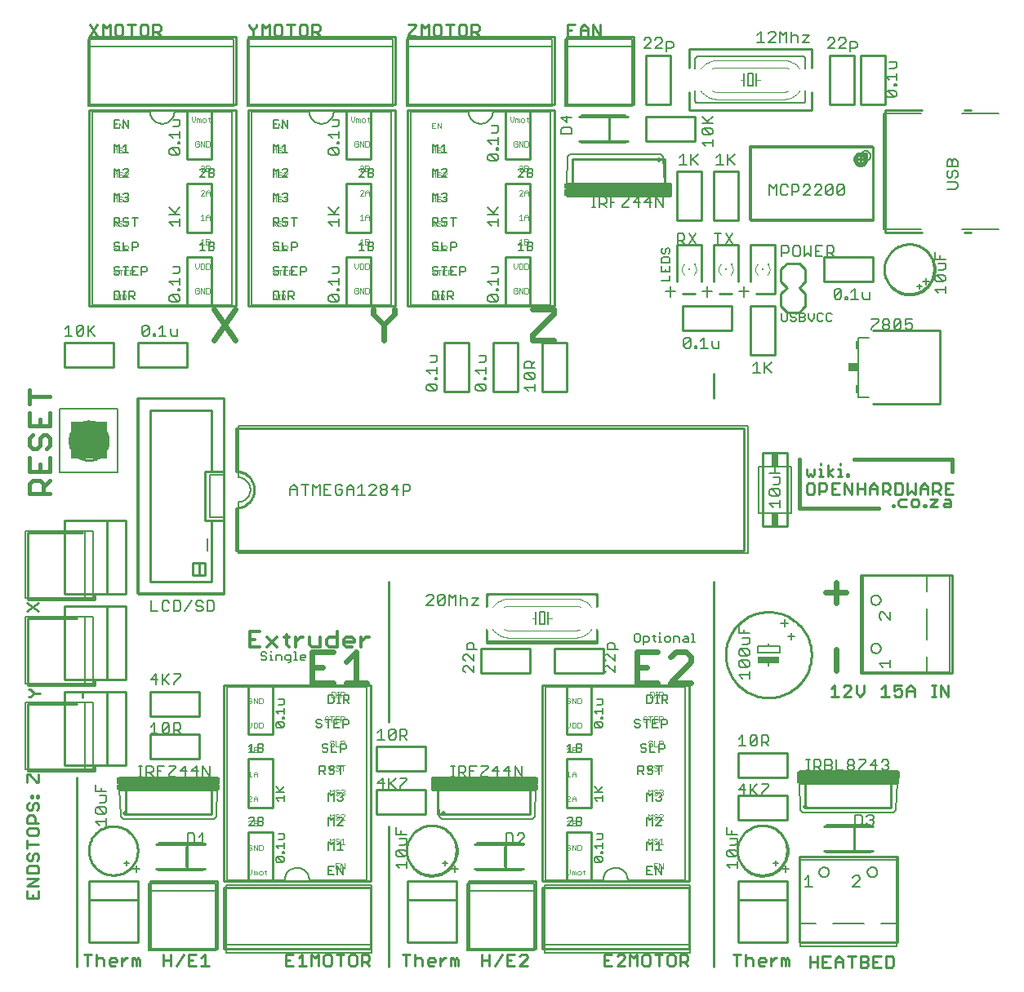
<source format=gto>
G75*
G70*
%OFA0B0*%
%FSLAX24Y24*%
%IPPOS*%
%LPD*%
%AMOC8*
5,1,8,0,0,1.08239X$1,22.5*
%
%ADD10C,0.0100*%
%ADD11C,0.0060*%
%ADD12C,0.0080*%
%ADD13C,0.0160*%
%ADD14C,0.0240*%
%ADD15C,0.0090*%
%ADD16R,0.4250X0.0500*%
%ADD17R,0.4000X0.0500*%
%ADD18R,0.1500X0.1250*%
%ADD19R,0.1500X0.0750*%
%ADD20C,0.0130*%
%ADD21C,0.0070*%
%ADD22C,0.0020*%
%ADD23C,0.0040*%
%ADD24R,0.0079X0.0079*%
%ADD25R,0.0098X0.0059*%
%ADD26R,0.0256X0.0526*%
%ADD27R,0.0900X0.0250*%
%ADD28C,0.0050*%
%ADD29R,0.0394X0.0354*%
%ADD30R,0.0118X0.0354*%
%ADD31C,0.0200*%
%ADD32R,0.4200X0.0300*%
%ADD33R,0.0750X0.0200*%
%ADD34R,0.0300X0.0200*%
D10*
X007316Y003601D02*
X007316Y011351D01*
X008066Y011601D02*
X008066Y011851D01*
X008066Y011601D02*
X005316Y011601D01*
X005316Y014351D01*
X007316Y014351D01*
X007566Y014601D02*
X007566Y014851D01*
X006816Y014851D01*
X008566Y014851D01*
X008566Y011851D01*
X006816Y011851D01*
X006816Y014851D01*
X006816Y015351D02*
X006816Y018351D01*
X008566Y018351D01*
X008566Y015351D01*
X006816Y015351D01*
X008066Y015351D02*
X008066Y015101D01*
X005316Y015101D01*
X005316Y017851D01*
X007316Y017851D01*
X007566Y018351D02*
X006816Y018351D01*
X006816Y018851D02*
X006816Y021851D01*
X008566Y021851D01*
X008566Y018851D01*
X006816Y018851D01*
X008066Y018851D02*
X008066Y018601D01*
X005316Y018601D01*
X005316Y021351D01*
X007566Y021351D01*
X007566Y021851D02*
X006816Y021851D01*
X008566Y021851D02*
X009316Y021851D01*
X009316Y018851D01*
X008566Y018851D01*
X009316Y018851D01*
X009316Y021851D01*
X008566Y021851D01*
X010316Y019351D02*
X010316Y026351D01*
X012816Y026351D01*
X012816Y023851D01*
X012566Y023851D02*
X012566Y021851D01*
X013316Y021851D01*
X013316Y018851D01*
X009816Y018851D01*
X009816Y026851D01*
X013316Y026851D01*
X013316Y023851D01*
X012566Y023851D01*
X013316Y023851D02*
X013316Y021851D01*
X012816Y021851D02*
X012816Y019351D01*
X010316Y019351D01*
X009316Y018351D02*
X008566Y018351D01*
X009316Y018351D01*
X009316Y015351D01*
X008566Y015351D01*
X009316Y015351D01*
X009316Y018351D01*
X012066Y019601D02*
X012316Y019601D01*
X012316Y020101D01*
X012066Y020101D01*
X012066Y019601D01*
X012316Y019601D02*
X012566Y019601D01*
X012566Y020101D01*
X012316Y020101D01*
X013816Y020601D02*
X013816Y022351D01*
X013870Y022353D01*
X013923Y022359D01*
X013975Y022368D01*
X014027Y022381D01*
X014078Y022398D01*
X014128Y022419D01*
X014175Y022443D01*
X014221Y022470D01*
X014265Y022501D01*
X014307Y022534D01*
X014346Y022571D01*
X014383Y022610D01*
X014416Y022652D01*
X014447Y022696D01*
X014474Y022742D01*
X014498Y022789D01*
X014519Y022839D01*
X014536Y022890D01*
X014549Y022942D01*
X014558Y022994D01*
X014564Y023047D01*
X014566Y023101D01*
X014564Y023155D01*
X014558Y023208D01*
X014549Y023260D01*
X014536Y023312D01*
X014519Y023363D01*
X014498Y023413D01*
X014474Y023460D01*
X014447Y023506D01*
X014416Y023550D01*
X014383Y023592D01*
X014346Y023631D01*
X014307Y023668D01*
X014265Y023701D01*
X014221Y023732D01*
X014175Y023759D01*
X014128Y023783D01*
X014078Y023804D01*
X014027Y023821D01*
X013975Y023834D01*
X013923Y023843D01*
X013870Y023849D01*
X013816Y023851D01*
X013816Y025601D01*
X034566Y025601D01*
X034566Y020601D01*
X013816Y020601D01*
X013316Y015101D02*
X014316Y015101D01*
X014316Y013101D01*
X015316Y013101D01*
X015316Y015101D01*
X019316Y015101D01*
X019316Y007101D01*
X015316Y007101D01*
X014316Y007101D01*
X014316Y009101D01*
X015316Y009101D01*
X015316Y007101D01*
X014316Y007101D02*
X013316Y007101D01*
X013316Y015101D01*
X014316Y015101D02*
X015316Y015101D01*
X012316Y014851D02*
X012316Y013851D01*
X010316Y013851D01*
X010316Y014851D01*
X012316Y014851D01*
X012316Y013101D02*
X010316Y013101D01*
X010316Y012101D01*
X012316Y012101D01*
X012316Y013101D01*
X013066Y011351D02*
X013066Y010851D01*
X012816Y010851D01*
X012816Y009851D01*
X009316Y009851D01*
X009316Y010851D01*
X009066Y010851D01*
X009066Y011351D01*
X013066Y011351D01*
X012816Y010851D02*
X009316Y010851D01*
X009316Y011851D02*
X008566Y011851D01*
X009316Y011851D01*
X009316Y014851D01*
X008566Y014851D01*
X009316Y014851D01*
X009316Y011851D01*
X010566Y008601D02*
X011816Y008601D01*
X011816Y007601D01*
X010566Y007601D01*
X010316Y007101D02*
X010316Y004351D01*
X013066Y004351D01*
X013066Y007101D01*
X010316Y007101D01*
X009816Y007101D02*
X009816Y006351D01*
X007816Y006351D01*
X007816Y007101D01*
X009816Y007101D01*
X009816Y004601D01*
X007816Y004601D01*
X007816Y006351D01*
X007816Y007101D02*
X007816Y004601D01*
X009816Y004601D01*
X009816Y006351D01*
X009816Y007101D02*
X007816Y007101D01*
X007816Y008351D02*
X007818Y008414D01*
X007824Y008476D01*
X007834Y008538D01*
X007847Y008600D01*
X007865Y008660D01*
X007886Y008719D01*
X007911Y008777D01*
X007940Y008833D01*
X007972Y008887D01*
X008007Y008939D01*
X008045Y008988D01*
X008087Y009036D01*
X008131Y009080D01*
X008179Y009122D01*
X008228Y009160D01*
X008280Y009195D01*
X008334Y009227D01*
X008390Y009256D01*
X008448Y009281D01*
X008507Y009302D01*
X008567Y009320D01*
X008629Y009333D01*
X008691Y009343D01*
X008753Y009349D01*
X008816Y009351D01*
X008879Y009349D01*
X008941Y009343D01*
X009003Y009333D01*
X009065Y009320D01*
X009125Y009302D01*
X009184Y009281D01*
X009242Y009256D01*
X009298Y009227D01*
X009352Y009195D01*
X009404Y009160D01*
X009453Y009122D01*
X009501Y009080D01*
X009545Y009036D01*
X009587Y008988D01*
X009625Y008939D01*
X009660Y008887D01*
X009692Y008833D01*
X009721Y008777D01*
X009746Y008719D01*
X009767Y008660D01*
X009785Y008600D01*
X009798Y008538D01*
X009808Y008476D01*
X009814Y008414D01*
X009816Y008351D01*
X009814Y008288D01*
X009808Y008226D01*
X009798Y008164D01*
X009785Y008102D01*
X009767Y008042D01*
X009746Y007983D01*
X009721Y007925D01*
X009692Y007869D01*
X009660Y007815D01*
X009625Y007763D01*
X009587Y007714D01*
X009545Y007666D01*
X009501Y007622D01*
X009453Y007580D01*
X009404Y007542D01*
X009352Y007507D01*
X009298Y007475D01*
X009242Y007446D01*
X009184Y007421D01*
X009125Y007400D01*
X009065Y007382D01*
X009003Y007369D01*
X008941Y007359D01*
X008879Y007353D01*
X008816Y007351D01*
X008753Y007353D01*
X008691Y007359D01*
X008629Y007369D01*
X008567Y007382D01*
X008507Y007400D01*
X008448Y007421D01*
X008390Y007446D01*
X008334Y007475D01*
X008280Y007507D01*
X008228Y007542D01*
X008179Y007580D01*
X008131Y007622D01*
X008087Y007666D01*
X008045Y007714D01*
X008007Y007763D01*
X007972Y007815D01*
X007940Y007869D01*
X007911Y007925D01*
X007886Y007983D01*
X007865Y008042D01*
X007847Y008102D01*
X007834Y008164D01*
X007824Y008226D01*
X007818Y008288D01*
X007816Y008351D01*
X011816Y008601D02*
X012566Y008601D01*
X012566Y007601D02*
X011816Y007601D01*
X013316Y006851D02*
X013316Y004351D01*
X019316Y004351D01*
X019316Y006851D01*
X013316Y006851D01*
X014316Y010101D02*
X015316Y010101D01*
X015316Y012101D01*
X014316Y012101D01*
X014316Y010101D01*
X019566Y009851D02*
X019566Y010851D01*
X021566Y010851D01*
X021566Y009851D01*
X019566Y009851D01*
X020066Y009351D02*
X020066Y003601D01*
X020816Y004601D02*
X020816Y006351D01*
X022816Y006351D01*
X022816Y004601D01*
X020816Y004601D01*
X020816Y007101D01*
X020816Y006351D01*
X020816Y007101D02*
X022816Y007101D01*
X022816Y006351D01*
X022816Y007101D02*
X022816Y004601D01*
X020816Y004601D01*
X020816Y007101D02*
X022816Y007101D01*
X023316Y007101D02*
X023316Y004351D01*
X026066Y004351D01*
X026066Y007101D01*
X023316Y007101D01*
X023566Y007601D02*
X024816Y007601D01*
X024816Y008601D01*
X025566Y008601D01*
X024816Y008601D02*
X023566Y008601D01*
X024816Y007601D02*
X025566Y007601D01*
X026316Y007101D02*
X026316Y015101D01*
X027316Y015101D01*
X027316Y013101D01*
X028316Y013101D01*
X028316Y015101D01*
X032316Y015101D01*
X032316Y007101D01*
X028316Y007101D01*
X028316Y009101D01*
X027316Y009101D01*
X027316Y007101D01*
X028316Y007101D01*
X027316Y007101D02*
X026316Y007101D01*
X026316Y006851D02*
X032316Y006851D01*
X032316Y004351D01*
X026316Y004351D01*
X026316Y006851D01*
X025816Y009851D02*
X025816Y010851D01*
X022066Y010851D01*
X022066Y009851D01*
X025816Y009851D01*
X025816Y010851D02*
X026066Y010851D01*
X026066Y011351D01*
X021816Y011351D01*
X021816Y010851D01*
X022066Y010851D01*
X021566Y011601D02*
X021566Y012601D01*
X019566Y012601D01*
X019566Y011601D01*
X021566Y011601D01*
X020066Y013601D02*
X020066Y019351D01*
X023816Y016601D02*
X023816Y015601D01*
X025816Y015601D01*
X025816Y016601D01*
X023816Y016601D01*
X024066Y016851D02*
X024066Y017351D01*
X024066Y016851D02*
X028566Y016851D01*
X028566Y017351D01*
X028816Y016601D02*
X028816Y015601D01*
X026816Y015601D01*
X026816Y016601D01*
X028816Y016601D01*
X028316Y015101D02*
X027316Y015101D01*
X027316Y012101D02*
X027316Y010101D01*
X028316Y010101D01*
X028316Y012101D01*
X027316Y012101D01*
X020785Y008351D02*
X020787Y008415D01*
X020793Y008479D01*
X020803Y008542D01*
X020817Y008605D01*
X020834Y008667D01*
X020856Y008727D01*
X020881Y008786D01*
X020910Y008843D01*
X020942Y008899D01*
X020978Y008952D01*
X021017Y009003D01*
X021059Y009051D01*
X021104Y009097D01*
X021152Y009140D01*
X021202Y009179D01*
X021255Y009216D01*
X021310Y009249D01*
X021367Y009279D01*
X021425Y009305D01*
X021485Y009327D01*
X021547Y009346D01*
X021609Y009361D01*
X021672Y009372D01*
X021736Y009379D01*
X021800Y009382D01*
X021864Y009381D01*
X021928Y009376D01*
X021992Y009367D01*
X022054Y009354D01*
X022116Y009337D01*
X022177Y009317D01*
X022236Y009292D01*
X022294Y009264D01*
X022350Y009233D01*
X022404Y009198D01*
X022455Y009160D01*
X022504Y009119D01*
X022551Y009074D01*
X022594Y009027D01*
X022635Y008978D01*
X022672Y008925D01*
X022706Y008871D01*
X022737Y008815D01*
X022764Y008757D01*
X022787Y008697D01*
X022807Y008636D01*
X022823Y008574D01*
X022835Y008511D01*
X022843Y008447D01*
X022847Y008383D01*
X022847Y008319D01*
X022843Y008255D01*
X022835Y008191D01*
X022823Y008128D01*
X022807Y008066D01*
X022787Y008005D01*
X022764Y007945D01*
X022737Y007887D01*
X022706Y007831D01*
X022672Y007777D01*
X022635Y007724D01*
X022594Y007675D01*
X022551Y007628D01*
X022504Y007583D01*
X022455Y007542D01*
X022404Y007504D01*
X022350Y007469D01*
X022294Y007438D01*
X022236Y007410D01*
X022177Y007385D01*
X022116Y007365D01*
X022054Y007348D01*
X021992Y007335D01*
X021928Y007326D01*
X021864Y007321D01*
X021800Y007320D01*
X021736Y007323D01*
X021672Y007330D01*
X021609Y007341D01*
X021547Y007356D01*
X021485Y007375D01*
X021425Y007397D01*
X021367Y007423D01*
X021310Y007453D01*
X021255Y007486D01*
X021202Y007523D01*
X021152Y007562D01*
X021104Y007605D01*
X021059Y007651D01*
X021017Y007699D01*
X020978Y007750D01*
X020942Y007803D01*
X020910Y007859D01*
X020881Y007916D01*
X020856Y007975D01*
X020834Y008035D01*
X020817Y008097D01*
X020803Y008160D01*
X020793Y008223D01*
X020787Y008287D01*
X020785Y008351D01*
X024066Y018351D02*
X024066Y018851D01*
X028566Y018851D01*
X028566Y018351D01*
X033316Y019351D02*
X033316Y003601D01*
X034316Y004601D02*
X034316Y006351D01*
X036316Y006351D01*
X036316Y004601D01*
X034316Y004601D01*
X034316Y007101D01*
X034316Y006351D01*
X034316Y007101D02*
X036316Y007101D01*
X036316Y006351D01*
X036316Y007101D02*
X036316Y004601D01*
X034316Y004601D01*
X034316Y007101D02*
X036316Y007101D01*
X036816Y008101D02*
X036816Y004601D01*
X040816Y004601D01*
X040816Y008101D01*
X036816Y008101D01*
X037816Y008351D02*
X039066Y008351D01*
X039066Y009351D01*
X039816Y009351D01*
X039066Y009351D02*
X037816Y009351D01*
X037066Y010101D02*
X037066Y011101D01*
X036816Y011101D01*
X036816Y011601D01*
X040816Y011601D01*
X040816Y011101D01*
X040566Y011101D01*
X040566Y010101D01*
X037066Y010101D01*
X036316Y009601D02*
X036316Y010601D01*
X034316Y010601D01*
X034316Y009601D01*
X036316Y009601D01*
X034285Y008351D02*
X034287Y008415D01*
X034293Y008479D01*
X034303Y008542D01*
X034317Y008605D01*
X034334Y008667D01*
X034356Y008727D01*
X034381Y008786D01*
X034410Y008843D01*
X034442Y008899D01*
X034478Y008952D01*
X034517Y009003D01*
X034559Y009051D01*
X034604Y009097D01*
X034652Y009140D01*
X034702Y009179D01*
X034755Y009216D01*
X034810Y009249D01*
X034867Y009279D01*
X034925Y009305D01*
X034985Y009327D01*
X035047Y009346D01*
X035109Y009361D01*
X035172Y009372D01*
X035236Y009379D01*
X035300Y009382D01*
X035364Y009381D01*
X035428Y009376D01*
X035492Y009367D01*
X035554Y009354D01*
X035616Y009337D01*
X035677Y009317D01*
X035736Y009292D01*
X035794Y009264D01*
X035850Y009233D01*
X035904Y009198D01*
X035955Y009160D01*
X036004Y009119D01*
X036051Y009074D01*
X036094Y009027D01*
X036135Y008978D01*
X036172Y008925D01*
X036206Y008871D01*
X036237Y008815D01*
X036264Y008757D01*
X036287Y008697D01*
X036307Y008636D01*
X036323Y008574D01*
X036335Y008511D01*
X036343Y008447D01*
X036347Y008383D01*
X036347Y008319D01*
X036343Y008255D01*
X036335Y008191D01*
X036323Y008128D01*
X036307Y008066D01*
X036287Y008005D01*
X036264Y007945D01*
X036237Y007887D01*
X036206Y007831D01*
X036172Y007777D01*
X036135Y007724D01*
X036094Y007675D01*
X036051Y007628D01*
X036004Y007583D01*
X035955Y007542D01*
X035904Y007504D01*
X035850Y007469D01*
X035794Y007438D01*
X035736Y007410D01*
X035677Y007385D01*
X035616Y007365D01*
X035554Y007348D01*
X035492Y007335D01*
X035428Y007326D01*
X035364Y007321D01*
X035300Y007320D01*
X035236Y007323D01*
X035172Y007330D01*
X035109Y007341D01*
X035047Y007356D01*
X034985Y007375D01*
X034925Y007397D01*
X034867Y007423D01*
X034810Y007453D01*
X034755Y007486D01*
X034702Y007523D01*
X034652Y007562D01*
X034604Y007605D01*
X034559Y007651D01*
X034517Y007699D01*
X034478Y007750D01*
X034442Y007803D01*
X034410Y007859D01*
X034381Y007916D01*
X034356Y007975D01*
X034334Y008035D01*
X034317Y008097D01*
X034303Y008160D01*
X034293Y008223D01*
X034287Y008287D01*
X034285Y008351D01*
X037066Y011101D02*
X040566Y011101D01*
X039816Y008351D02*
X039066Y008351D01*
X036316Y011351D02*
X036316Y012351D01*
X034316Y012351D01*
X034316Y011351D01*
X036316Y011351D01*
X039316Y015601D02*
X039316Y019601D01*
X043066Y019601D01*
X043066Y015601D01*
X039316Y015601D01*
X033816Y016351D02*
X033818Y016437D01*
X033824Y016523D01*
X033835Y016608D01*
X033850Y016692D01*
X033868Y016776D01*
X033891Y016859D01*
X033918Y016941D01*
X033949Y017021D01*
X033984Y017099D01*
X034023Y017176D01*
X034065Y017251D01*
X034111Y017323D01*
X034160Y017393D01*
X034213Y017461D01*
X034269Y017526D01*
X034329Y017588D01*
X034391Y017648D01*
X034456Y017704D01*
X034524Y017757D01*
X034594Y017806D01*
X034666Y017852D01*
X034741Y017894D01*
X034818Y017933D01*
X034896Y017968D01*
X034976Y017999D01*
X035058Y018026D01*
X035141Y018049D01*
X035225Y018067D01*
X035309Y018082D01*
X035394Y018093D01*
X035480Y018099D01*
X035566Y018101D01*
X035652Y018099D01*
X035738Y018093D01*
X035823Y018082D01*
X035907Y018067D01*
X035991Y018049D01*
X036074Y018026D01*
X036156Y017999D01*
X036236Y017968D01*
X036314Y017933D01*
X036391Y017894D01*
X036466Y017852D01*
X036538Y017806D01*
X036608Y017757D01*
X036676Y017704D01*
X036741Y017648D01*
X036803Y017588D01*
X036863Y017526D01*
X036919Y017461D01*
X036972Y017393D01*
X037021Y017323D01*
X037067Y017251D01*
X037109Y017176D01*
X037148Y017099D01*
X037183Y017021D01*
X037214Y016941D01*
X037241Y016859D01*
X037264Y016776D01*
X037282Y016692D01*
X037297Y016608D01*
X037308Y016523D01*
X037314Y016437D01*
X037316Y016351D01*
X037314Y016265D01*
X037308Y016179D01*
X037297Y016094D01*
X037282Y016010D01*
X037264Y015926D01*
X037241Y015843D01*
X037214Y015761D01*
X037183Y015681D01*
X037148Y015603D01*
X037109Y015526D01*
X037067Y015451D01*
X037021Y015379D01*
X036972Y015309D01*
X036919Y015241D01*
X036863Y015176D01*
X036803Y015114D01*
X036741Y015054D01*
X036676Y014998D01*
X036608Y014945D01*
X036538Y014896D01*
X036466Y014850D01*
X036391Y014808D01*
X036314Y014769D01*
X036236Y014734D01*
X036156Y014703D01*
X036074Y014676D01*
X035991Y014653D01*
X035907Y014635D01*
X035823Y014620D01*
X035738Y014609D01*
X035652Y014603D01*
X035566Y014601D01*
X035480Y014603D01*
X035394Y014609D01*
X035309Y014620D01*
X035225Y014635D01*
X035141Y014653D01*
X035058Y014676D01*
X034976Y014703D01*
X034896Y014734D01*
X034818Y014769D01*
X034741Y014808D01*
X034666Y014850D01*
X034594Y014896D01*
X034524Y014945D01*
X034456Y014998D01*
X034391Y015054D01*
X034329Y015114D01*
X034269Y015176D01*
X034213Y015241D01*
X034160Y015309D01*
X034111Y015379D01*
X034065Y015451D01*
X034023Y015526D01*
X033984Y015603D01*
X033949Y015681D01*
X033918Y015761D01*
X033891Y015843D01*
X033868Y015926D01*
X033850Y016010D01*
X033835Y016094D01*
X033824Y016179D01*
X033818Y016265D01*
X033816Y016351D01*
X035316Y021601D02*
X035316Y024601D01*
X036316Y024601D01*
X036316Y021601D01*
X035316Y021601D01*
X037116Y022977D02*
X037116Y023284D01*
X037192Y023361D01*
X037346Y023361D01*
X037423Y023284D01*
X037423Y022977D01*
X037346Y022901D01*
X037192Y022901D01*
X037116Y022977D01*
X037631Y022901D02*
X037631Y023361D01*
X037862Y023361D01*
X037938Y023284D01*
X037938Y023131D01*
X037862Y023054D01*
X037631Y023054D01*
X038147Y023131D02*
X038300Y023131D01*
X038147Y023361D02*
X038147Y022901D01*
X038454Y022901D01*
X038663Y022901D02*
X038663Y023361D01*
X038970Y022901D01*
X038970Y023361D01*
X039178Y023361D02*
X039178Y022901D01*
X039178Y023131D02*
X039485Y023131D01*
X039694Y023131D02*
X040001Y023131D01*
X040001Y023208D02*
X040001Y022901D01*
X040210Y022901D02*
X040210Y023361D01*
X040440Y023361D01*
X040517Y023284D01*
X040517Y023131D01*
X040440Y023054D01*
X040210Y023054D01*
X040363Y023054D02*
X040517Y022901D01*
X040725Y022901D02*
X040955Y022901D01*
X041032Y022977D01*
X041032Y023284D01*
X040955Y023361D01*
X040725Y023361D01*
X040725Y022901D01*
X040950Y022708D02*
X040874Y022631D01*
X040874Y022477D01*
X040950Y022401D01*
X041180Y022401D01*
X041389Y022477D02*
X041466Y022401D01*
X041619Y022401D01*
X041696Y022477D01*
X041696Y022631D01*
X041619Y022708D01*
X041466Y022708D01*
X041389Y022631D01*
X041389Y022477D01*
X041180Y022708D02*
X040950Y022708D01*
X040692Y022477D02*
X040692Y022401D01*
X040616Y022401D01*
X040616Y022477D01*
X040692Y022477D01*
X041241Y022901D02*
X041394Y023054D01*
X041548Y022901D01*
X041548Y023361D01*
X041757Y023208D02*
X041910Y023361D01*
X042063Y023208D01*
X042063Y022901D01*
X042272Y022901D02*
X042272Y023361D01*
X042502Y023361D01*
X042579Y023284D01*
X042579Y023131D01*
X042502Y023054D01*
X042272Y023054D01*
X042426Y023054D02*
X042579Y022901D01*
X042788Y022901D02*
X043095Y022901D01*
X042909Y022708D02*
X042985Y022631D01*
X042985Y022401D01*
X042755Y022401D01*
X042678Y022477D01*
X042755Y022554D01*
X042985Y022554D01*
X042909Y022708D02*
X042755Y022708D01*
X042788Y022901D02*
X042788Y023361D01*
X043095Y023361D01*
X042941Y023131D02*
X042788Y023131D01*
X042470Y022708D02*
X042163Y022401D01*
X042470Y022401D01*
X042470Y022708D02*
X042163Y022708D01*
X041982Y022477D02*
X041905Y022477D01*
X041905Y022401D01*
X041982Y022401D01*
X041982Y022477D01*
X041757Y022901D02*
X041757Y023208D01*
X041757Y023131D02*
X042063Y023131D01*
X041241Y023361D02*
X041241Y022901D01*
X040001Y023208D02*
X039847Y023361D01*
X039694Y023208D01*
X039694Y022901D01*
X039485Y022901D02*
X039485Y023361D01*
X038825Y023651D02*
X038749Y023651D01*
X038749Y023727D01*
X038825Y023727D01*
X038825Y023651D01*
X038558Y023651D02*
X038405Y023651D01*
X038482Y023651D02*
X038482Y023958D01*
X038405Y023958D01*
X038482Y024111D02*
X038482Y024188D01*
X038205Y023958D02*
X037975Y023804D01*
X038205Y023651D01*
X037975Y023651D02*
X037975Y024111D01*
X037708Y024111D02*
X037708Y024188D01*
X037708Y023958D02*
X037708Y023651D01*
X037631Y023651D02*
X037785Y023651D01*
X037708Y023958D02*
X037631Y023958D01*
X037423Y023958D02*
X037423Y023727D01*
X037346Y023651D01*
X037269Y023727D01*
X037192Y023651D01*
X037116Y023727D01*
X037116Y023958D01*
X038147Y023361D02*
X038454Y023361D01*
X039816Y026601D02*
X042566Y026601D01*
X042566Y029601D01*
X039816Y029601D01*
X039816Y031601D02*
X037816Y031601D01*
X037816Y032601D01*
X039816Y032601D01*
X039816Y031601D01*
X040285Y032101D02*
X040287Y032165D01*
X040293Y032229D01*
X040303Y032292D01*
X040317Y032355D01*
X040334Y032417D01*
X040356Y032477D01*
X040381Y032536D01*
X040410Y032593D01*
X040442Y032649D01*
X040478Y032702D01*
X040517Y032753D01*
X040559Y032801D01*
X040604Y032847D01*
X040652Y032890D01*
X040702Y032929D01*
X040755Y032966D01*
X040810Y032999D01*
X040867Y033029D01*
X040925Y033055D01*
X040985Y033077D01*
X041047Y033096D01*
X041109Y033111D01*
X041172Y033122D01*
X041236Y033129D01*
X041300Y033132D01*
X041364Y033131D01*
X041428Y033126D01*
X041492Y033117D01*
X041554Y033104D01*
X041616Y033087D01*
X041677Y033067D01*
X041736Y033042D01*
X041794Y033014D01*
X041850Y032983D01*
X041904Y032948D01*
X041955Y032910D01*
X042004Y032869D01*
X042051Y032824D01*
X042094Y032777D01*
X042135Y032728D01*
X042172Y032675D01*
X042206Y032621D01*
X042237Y032565D01*
X042264Y032507D01*
X042287Y032447D01*
X042307Y032386D01*
X042323Y032324D01*
X042335Y032261D01*
X042343Y032197D01*
X042347Y032133D01*
X042347Y032069D01*
X042343Y032005D01*
X042335Y031941D01*
X042323Y031878D01*
X042307Y031816D01*
X042287Y031755D01*
X042264Y031695D01*
X042237Y031637D01*
X042206Y031581D01*
X042172Y031527D01*
X042135Y031474D01*
X042094Y031425D01*
X042051Y031378D01*
X042004Y031333D01*
X041955Y031292D01*
X041904Y031254D01*
X041850Y031219D01*
X041794Y031188D01*
X041736Y031160D01*
X041677Y031135D01*
X041616Y031115D01*
X041554Y031098D01*
X041492Y031085D01*
X041428Y031076D01*
X041364Y031071D01*
X041300Y031070D01*
X041236Y031073D01*
X041172Y031080D01*
X041109Y031091D01*
X041047Y031106D01*
X040985Y031125D01*
X040925Y031147D01*
X040867Y031173D01*
X040810Y031203D01*
X040755Y031236D01*
X040702Y031273D01*
X040652Y031312D01*
X040604Y031355D01*
X040559Y031401D01*
X040517Y031449D01*
X040478Y031500D01*
X040442Y031553D01*
X040410Y031609D01*
X040381Y031666D01*
X040356Y031725D01*
X040334Y031785D01*
X040317Y031847D01*
X040303Y031910D01*
X040293Y031973D01*
X040287Y032037D01*
X040285Y032101D01*
X040316Y033601D02*
X041816Y033601D01*
X040316Y033601D02*
X040316Y038601D01*
X041816Y038601D01*
X040316Y038851D02*
X040316Y040851D01*
X039316Y040851D01*
X039316Y038851D01*
X040316Y038851D01*
X039066Y038851D02*
X039066Y040851D01*
X038066Y040851D01*
X038066Y038851D01*
X039066Y038851D01*
X037316Y038601D02*
X032316Y038601D01*
X032316Y039351D01*
X031566Y038851D02*
X031566Y040851D01*
X030566Y040851D01*
X030566Y038851D01*
X031566Y038851D01*
X032566Y038351D02*
X030566Y038351D01*
X030566Y037351D01*
X032566Y037351D01*
X032566Y038351D01*
X032316Y040351D02*
X032316Y041101D01*
X037316Y041101D01*
X037316Y040351D01*
X037316Y039351D02*
X037316Y038601D01*
X039316Y036851D02*
X039566Y036601D01*
X039316Y036351D01*
X039066Y036601D01*
X039316Y036851D01*
X039566Y036851D01*
X039566Y036601D01*
X039316Y036601D01*
X039066Y036601D02*
X039068Y036632D01*
X039074Y036663D01*
X039084Y036693D01*
X039097Y036721D01*
X039114Y036748D01*
X039134Y036772D01*
X039157Y036794D01*
X039182Y036812D01*
X039210Y036827D01*
X039239Y036839D01*
X039269Y036847D01*
X039300Y036851D01*
X039332Y036851D01*
X039363Y036847D01*
X039393Y036839D01*
X039422Y036827D01*
X039450Y036812D01*
X039475Y036794D01*
X039498Y036772D01*
X039518Y036748D01*
X039535Y036721D01*
X039548Y036693D01*
X039558Y036663D01*
X039564Y036632D01*
X039566Y036601D01*
X039564Y036570D01*
X039558Y036539D01*
X039548Y036509D01*
X039535Y036481D01*
X039518Y036454D01*
X039498Y036430D01*
X039475Y036408D01*
X039450Y036390D01*
X039422Y036375D01*
X039393Y036363D01*
X039363Y036355D01*
X039332Y036351D01*
X039300Y036351D01*
X039269Y036355D01*
X039239Y036363D01*
X039210Y036375D01*
X039182Y036390D01*
X039157Y036408D01*
X039134Y036430D01*
X039114Y036454D01*
X039097Y036481D01*
X039084Y036509D01*
X039074Y036539D01*
X039068Y036570D01*
X039066Y036601D01*
X039316Y036601D01*
X039066Y036601D02*
X039068Y036632D01*
X039074Y036663D01*
X039084Y036693D01*
X039097Y036721D01*
X039114Y036748D01*
X039134Y036772D01*
X039157Y036794D01*
X039182Y036812D01*
X039210Y036827D01*
X039239Y036839D01*
X039269Y036847D01*
X039300Y036851D01*
X039332Y036851D01*
X039363Y036847D01*
X039393Y036839D01*
X039422Y036827D01*
X039450Y036812D01*
X039475Y036794D01*
X039498Y036772D01*
X039518Y036748D01*
X039535Y036721D01*
X039548Y036693D01*
X039558Y036663D01*
X039564Y036632D01*
X039566Y036601D01*
X039564Y036570D01*
X039558Y036539D01*
X039548Y036509D01*
X039535Y036481D01*
X039518Y036454D01*
X039498Y036430D01*
X039475Y036408D01*
X039450Y036390D01*
X039422Y036375D01*
X039393Y036363D01*
X039363Y036355D01*
X039332Y036351D01*
X039300Y036351D01*
X039269Y036355D01*
X039239Y036363D01*
X039210Y036375D01*
X039182Y036390D01*
X039157Y036408D01*
X039134Y036430D01*
X039114Y036454D01*
X039097Y036481D01*
X039084Y036509D01*
X039074Y036539D01*
X039068Y036570D01*
X039066Y036601D01*
X039316Y036601D02*
X039316Y036851D01*
X039316Y036601D02*
X039316Y036351D01*
X039816Y037101D02*
X039816Y034101D01*
X034816Y034101D01*
X034816Y037101D01*
X039816Y037101D01*
X043566Y038601D02*
X043816Y038601D01*
X043816Y033601D02*
X043566Y033601D01*
X037066Y032101D02*
X037066Y031601D01*
X036816Y031351D01*
X037066Y031101D01*
X037066Y030601D01*
X036816Y030351D01*
X036316Y030351D01*
X036066Y030601D01*
X036066Y031101D01*
X036316Y031351D01*
X036066Y031601D01*
X036066Y032101D01*
X036316Y032351D01*
X036816Y032351D01*
X037066Y032101D01*
X035816Y031101D02*
X035816Y033101D01*
X034816Y033101D01*
X034816Y031601D01*
X034316Y031601D02*
X034316Y033101D01*
X033316Y033101D01*
X033316Y031601D01*
X032816Y031601D02*
X032816Y033101D01*
X031816Y033101D01*
X031816Y031601D01*
X032066Y031101D02*
X032566Y031101D01*
X032066Y030601D02*
X032066Y029601D01*
X034066Y029601D01*
X034066Y030601D01*
X032066Y030601D01*
X033566Y031101D02*
X034066Y031101D01*
X034816Y030601D02*
X035816Y030601D01*
X035816Y028601D01*
X034816Y028601D01*
X034816Y030601D01*
X035066Y031101D02*
X035816Y031101D01*
X034316Y034101D02*
X033316Y034101D01*
X033316Y036101D01*
X034316Y036101D01*
X034316Y034101D01*
X032816Y034101D02*
X032816Y036101D01*
X031816Y036101D01*
X031816Y034101D01*
X032816Y034101D01*
X031566Y035101D02*
X031566Y035601D01*
X031316Y035601D01*
X031316Y036601D01*
X027566Y036601D01*
X027566Y035601D01*
X031316Y035601D01*
X031566Y035101D02*
X027316Y035101D01*
X027316Y035601D01*
X027566Y035601D01*
X025816Y035601D02*
X025816Y033601D01*
X024816Y033601D01*
X024816Y035601D01*
X025816Y035601D01*
X025816Y036601D02*
X024816Y036601D01*
X024816Y038601D01*
X020816Y038601D01*
X020816Y030601D01*
X024816Y030601D01*
X024816Y032601D01*
X025816Y032601D01*
X025816Y030601D01*
X026816Y030601D01*
X026816Y038601D01*
X025816Y038601D01*
X025816Y036601D01*
X025816Y038601D02*
X024816Y038601D01*
X026816Y038851D02*
X026816Y041601D01*
X020816Y041601D01*
X020816Y038851D01*
X026816Y038851D01*
X027316Y038851D02*
X027316Y041601D01*
X030066Y041601D01*
X030066Y038851D01*
X027316Y038851D01*
X027816Y038351D02*
X029066Y038351D01*
X029066Y037351D01*
X029816Y037351D01*
X029066Y037351D02*
X027816Y037351D01*
X029066Y038351D02*
X029816Y038351D01*
X025816Y030601D02*
X024816Y030601D01*
X025316Y029101D02*
X024316Y029101D01*
X024316Y027101D01*
X025316Y027101D01*
X025316Y029101D01*
X026316Y029101D02*
X026316Y027101D01*
X027316Y027101D01*
X027316Y029101D01*
X026316Y029101D01*
X023316Y029101D02*
X023316Y027101D01*
X022316Y027101D01*
X022316Y029101D01*
X023316Y029101D01*
X020316Y030601D02*
X020316Y038601D01*
X019316Y038601D01*
X019316Y036601D01*
X018316Y036601D01*
X018316Y038601D01*
X014316Y038601D01*
X014316Y030601D01*
X018316Y030601D01*
X018316Y032601D01*
X019316Y032601D01*
X019316Y030601D01*
X020316Y030601D01*
X019316Y030601D02*
X018316Y030601D01*
X018316Y033601D02*
X019316Y033601D01*
X019316Y035601D01*
X018316Y035601D01*
X018316Y033601D01*
X013816Y030601D02*
X012816Y030601D01*
X012816Y032601D01*
X011816Y032601D01*
X011816Y030601D01*
X012816Y030601D01*
X013816Y030601D02*
X013816Y038601D01*
X012816Y038601D01*
X012816Y036601D01*
X011816Y036601D01*
X011816Y038601D01*
X007816Y038601D01*
X007816Y030601D01*
X011816Y030601D01*
X011816Y029101D02*
X011816Y028101D01*
X009816Y028101D01*
X009816Y029101D01*
X011816Y029101D01*
X008816Y029101D02*
X008816Y028101D01*
X006816Y028101D01*
X006816Y029101D01*
X008816Y029101D01*
X007025Y025101D02*
X007027Y025157D01*
X007033Y025212D01*
X007043Y025267D01*
X007056Y025321D01*
X007074Y025374D01*
X007095Y025426D01*
X007120Y025476D01*
X007148Y025524D01*
X007179Y025570D01*
X007214Y025614D01*
X007252Y025655D01*
X007292Y025694D01*
X007335Y025729D01*
X007381Y025762D01*
X007429Y025791D01*
X007478Y025816D01*
X007529Y025838D01*
X007582Y025857D01*
X007636Y025871D01*
X007691Y025882D01*
X007746Y025889D01*
X007802Y025892D01*
X007858Y025891D01*
X007913Y025886D01*
X007969Y025877D01*
X008023Y025864D01*
X008076Y025848D01*
X008128Y025828D01*
X008179Y025804D01*
X008228Y025777D01*
X008274Y025746D01*
X008318Y025712D01*
X008360Y025675D01*
X008399Y025635D01*
X008436Y025593D01*
X008469Y025548D01*
X008499Y025501D01*
X008525Y025451D01*
X008548Y025400D01*
X008567Y025348D01*
X008583Y025294D01*
X008595Y025240D01*
X008603Y025185D01*
X008607Y025129D01*
X008607Y025073D01*
X008603Y025017D01*
X008595Y024962D01*
X008583Y024908D01*
X008567Y024854D01*
X008548Y024802D01*
X008525Y024751D01*
X008499Y024701D01*
X008469Y024654D01*
X008436Y024609D01*
X008399Y024567D01*
X008360Y024527D01*
X008318Y024490D01*
X008274Y024456D01*
X008228Y024425D01*
X008179Y024398D01*
X008128Y024374D01*
X008076Y024354D01*
X008023Y024338D01*
X007969Y024325D01*
X007913Y024316D01*
X007858Y024311D01*
X007802Y024310D01*
X007746Y024313D01*
X007691Y024320D01*
X007636Y024331D01*
X007582Y024345D01*
X007529Y024364D01*
X007478Y024386D01*
X007429Y024411D01*
X007381Y024440D01*
X007335Y024473D01*
X007292Y024508D01*
X007252Y024547D01*
X007214Y024588D01*
X007179Y024632D01*
X007148Y024678D01*
X007120Y024726D01*
X007095Y024776D01*
X007074Y024828D01*
X007056Y024881D01*
X007043Y024935D01*
X007033Y024990D01*
X007027Y025045D01*
X007025Y025101D01*
X011816Y033601D02*
X012816Y033601D01*
X012816Y035601D01*
X011816Y035601D01*
X011816Y033601D01*
X011816Y038601D02*
X012816Y038601D01*
X013816Y038851D02*
X013816Y041601D01*
X007816Y041601D01*
X007816Y038851D01*
X013816Y038851D01*
X014316Y038851D02*
X020316Y038851D01*
X020316Y041601D01*
X014316Y041601D01*
X014316Y038851D01*
X018316Y038601D02*
X019316Y038601D01*
X033316Y027851D02*
X033316Y026851D01*
D11*
X034716Y025701D02*
X013916Y025701D01*
X013916Y023601D01*
X013960Y023599D01*
X014003Y023593D01*
X014045Y023584D01*
X014087Y023571D01*
X014127Y023554D01*
X014166Y023534D01*
X014203Y023511D01*
X014237Y023484D01*
X014270Y023455D01*
X014299Y023422D01*
X014326Y023388D01*
X014349Y023351D01*
X014369Y023312D01*
X014386Y023272D01*
X014399Y023230D01*
X014408Y023188D01*
X014414Y023145D01*
X014416Y023101D01*
X014414Y023057D01*
X014408Y023014D01*
X014399Y022972D01*
X014386Y022930D01*
X014369Y022890D01*
X014349Y022851D01*
X014326Y022814D01*
X014299Y022780D01*
X014270Y022747D01*
X014237Y022718D01*
X014203Y022691D01*
X014166Y022668D01*
X014127Y022648D01*
X014087Y022631D01*
X014045Y022618D01*
X014003Y022609D01*
X013960Y022603D01*
X013916Y022601D01*
X013916Y020501D01*
X034716Y020501D01*
X034716Y025701D01*
X039235Y026880D02*
X039656Y026880D01*
X039235Y026880D02*
X039235Y029321D01*
X039656Y029321D01*
X038164Y030037D02*
X038107Y029981D01*
X037994Y029981D01*
X037937Y030037D01*
X037937Y030264D01*
X037994Y030321D01*
X038107Y030321D01*
X038164Y030264D01*
X037796Y030264D02*
X037739Y030321D01*
X037626Y030321D01*
X037569Y030264D01*
X037569Y030037D01*
X037626Y029981D01*
X037739Y029981D01*
X037796Y030037D01*
X037428Y030094D02*
X037428Y030321D01*
X037428Y030094D02*
X037314Y029981D01*
X037201Y030094D01*
X037201Y030321D01*
X037059Y030264D02*
X037059Y030208D01*
X037003Y030151D01*
X036832Y030151D01*
X036691Y030094D02*
X036691Y030037D01*
X036634Y029981D01*
X036521Y029981D01*
X036464Y030037D01*
X036521Y030151D02*
X036634Y030151D01*
X036691Y030094D01*
X036691Y030264D02*
X036634Y030321D01*
X036521Y030321D01*
X036464Y030264D01*
X036464Y030208D01*
X036521Y030151D01*
X036323Y030037D02*
X036323Y030321D01*
X036096Y030321D02*
X036096Y030037D01*
X036152Y029981D01*
X036266Y029981D01*
X036323Y030037D01*
X036832Y029981D02*
X037003Y029981D01*
X037059Y030037D01*
X037059Y030094D01*
X037003Y030151D01*
X037059Y030264D02*
X037003Y030321D01*
X036832Y030321D01*
X036832Y029981D01*
X034773Y031201D02*
X034346Y031201D01*
X034559Y031414D02*
X034559Y030987D01*
X033273Y031201D02*
X032846Y031201D01*
X033059Y031414D02*
X033059Y030987D01*
X031773Y031201D02*
X031346Y031201D01*
X031559Y031414D02*
X031559Y030987D01*
X031536Y031631D02*
X031195Y031631D01*
X031536Y031631D02*
X031536Y031858D01*
X031536Y031999D02*
X031536Y032226D01*
X031536Y032367D02*
X031536Y032537D01*
X031479Y032594D01*
X031252Y032594D01*
X031195Y032537D01*
X031195Y032367D01*
X031536Y032367D01*
X031366Y032112D02*
X031366Y031999D01*
X031536Y031999D02*
X031195Y031999D01*
X031195Y032226D01*
X031252Y032736D02*
X031195Y032792D01*
X031195Y032906D01*
X031252Y032962D01*
X031366Y032906D02*
X031422Y032962D01*
X031479Y032962D01*
X031536Y032906D01*
X031536Y032792D01*
X031479Y032736D01*
X031366Y032792D02*
X031366Y032906D01*
X031366Y032792D02*
X031309Y032736D01*
X031252Y032736D01*
X031316Y035551D02*
X031266Y036701D01*
X031166Y036801D01*
X027466Y036801D01*
X027366Y036701D01*
X027316Y035551D01*
X025941Y035937D02*
X025884Y035881D01*
X025714Y035881D01*
X025714Y036221D01*
X025884Y036221D01*
X025941Y036164D01*
X025941Y036108D01*
X025884Y036051D01*
X025714Y036051D01*
X025573Y036108D02*
X025573Y036164D01*
X025516Y036221D01*
X025402Y036221D01*
X025346Y036164D01*
X025573Y036108D02*
X025346Y035881D01*
X025573Y035881D01*
X025884Y036051D02*
X025941Y035994D01*
X025941Y035937D01*
X026666Y038551D02*
X024316Y038551D01*
X024314Y038507D01*
X024308Y038464D01*
X024299Y038422D01*
X024286Y038380D01*
X024269Y038340D01*
X024249Y038301D01*
X024226Y038264D01*
X024199Y038230D01*
X024170Y038197D01*
X024137Y038168D01*
X024103Y038141D01*
X024066Y038118D01*
X024027Y038098D01*
X023987Y038081D01*
X023945Y038068D01*
X023903Y038059D01*
X023860Y038053D01*
X023816Y038051D01*
X023772Y038053D01*
X023729Y038059D01*
X023687Y038068D01*
X023645Y038081D01*
X023605Y038098D01*
X023566Y038118D01*
X023529Y038141D01*
X023495Y038168D01*
X023462Y038197D01*
X023433Y038230D01*
X023406Y038264D01*
X023383Y038301D01*
X023363Y038340D01*
X023346Y038380D01*
X023333Y038422D01*
X023324Y038464D01*
X023318Y038507D01*
X023316Y038551D01*
X020966Y038551D01*
X020966Y030651D01*
X026666Y030651D01*
X026666Y038551D01*
X022441Y036881D02*
X022214Y036881D01*
X022327Y036881D02*
X022327Y037221D01*
X022214Y037108D01*
X022073Y037221D02*
X022073Y036881D01*
X021846Y036881D02*
X021846Y037221D01*
X021959Y037108D01*
X022073Y037221D01*
X022073Y036221D02*
X022073Y035881D01*
X022214Y035881D02*
X022441Y036108D01*
X022441Y036164D01*
X022384Y036221D01*
X022271Y036221D01*
X022214Y036164D01*
X022073Y036221D02*
X021959Y036108D01*
X021846Y036221D01*
X021846Y035881D01*
X022214Y035881D02*
X022441Y035881D01*
X022384Y035221D02*
X022441Y035164D01*
X022441Y035108D01*
X022384Y035051D01*
X022441Y034994D01*
X022441Y034937D01*
X022384Y034881D01*
X022271Y034881D01*
X022214Y034937D01*
X022073Y034881D02*
X022073Y035221D01*
X021959Y035108D01*
X021846Y035221D01*
X021846Y034881D01*
X022214Y035164D02*
X022271Y035221D01*
X022384Y035221D01*
X022384Y035051D02*
X022327Y035051D01*
X022271Y034221D02*
X022214Y034164D01*
X022214Y034108D01*
X022271Y034051D01*
X022384Y034051D01*
X022441Y033994D01*
X022441Y033937D01*
X022384Y033881D01*
X022271Y033881D01*
X022214Y033937D01*
X022073Y033881D02*
X021959Y033994D01*
X022016Y033994D02*
X021846Y033994D01*
X021846Y033881D02*
X021846Y034221D01*
X022016Y034221D01*
X022073Y034164D01*
X022073Y034051D01*
X022016Y033994D01*
X022271Y034221D02*
X022384Y034221D01*
X022441Y034164D01*
X022582Y034221D02*
X022809Y034221D01*
X022696Y034221D02*
X022696Y033881D01*
X022753Y033221D02*
X022809Y033164D01*
X022809Y033051D01*
X022753Y032994D01*
X022582Y032994D01*
X022582Y032881D02*
X022582Y033221D01*
X022753Y033221D01*
X022441Y032881D02*
X022214Y032881D01*
X022214Y033221D01*
X022073Y033164D02*
X022016Y033221D01*
X021902Y033221D01*
X021846Y033164D01*
X021846Y033108D01*
X021902Y033051D01*
X022016Y033051D01*
X022073Y032994D01*
X022073Y032937D01*
X022016Y032881D01*
X021902Y032881D01*
X021846Y032937D01*
X021902Y032221D02*
X021846Y032164D01*
X021846Y032108D01*
X021902Y032051D01*
X022016Y032051D01*
X022073Y031994D01*
X022073Y031937D01*
X022016Y031881D01*
X021902Y031881D01*
X021846Y031937D01*
X021902Y032221D02*
X022016Y032221D01*
X022073Y032164D01*
X022214Y032221D02*
X022441Y032221D01*
X022327Y032221D02*
X022327Y031881D01*
X022582Y031881D02*
X022582Y032221D01*
X022809Y032221D01*
X022951Y032221D02*
X022951Y031881D01*
X022951Y031994D02*
X023121Y031994D01*
X023178Y032051D01*
X023178Y032164D01*
X023121Y032221D01*
X022951Y032221D01*
X022696Y032051D02*
X022582Y032051D01*
X022582Y031881D02*
X022809Y031881D01*
X022630Y031221D02*
X022686Y031164D01*
X022686Y031051D01*
X022630Y030994D01*
X022460Y030994D01*
X022573Y030994D02*
X022686Y030881D01*
X022460Y030881D02*
X022460Y031221D01*
X022630Y031221D01*
X022327Y031221D02*
X022214Y031221D01*
X022271Y031221D02*
X022271Y030881D01*
X022327Y030881D02*
X022214Y030881D01*
X022073Y030937D02*
X022073Y031164D01*
X022016Y031221D01*
X021846Y031221D01*
X021846Y030881D01*
X022016Y030881D01*
X022073Y030937D01*
X020166Y030651D02*
X020166Y038551D01*
X017816Y038551D01*
X017814Y038507D01*
X017808Y038464D01*
X017799Y038422D01*
X017786Y038380D01*
X017769Y038340D01*
X017749Y038301D01*
X017726Y038264D01*
X017699Y038230D01*
X017670Y038197D01*
X017637Y038168D01*
X017603Y038141D01*
X017566Y038118D01*
X017527Y038098D01*
X017487Y038081D01*
X017445Y038068D01*
X017403Y038059D01*
X017360Y038053D01*
X017316Y038051D01*
X017272Y038053D01*
X017229Y038059D01*
X017187Y038068D01*
X017145Y038081D01*
X017105Y038098D01*
X017066Y038118D01*
X017029Y038141D01*
X016995Y038168D01*
X016962Y038197D01*
X016933Y038230D01*
X016906Y038264D01*
X016883Y038301D01*
X016863Y038340D01*
X016846Y038380D01*
X016833Y038422D01*
X016824Y038464D01*
X016818Y038507D01*
X016816Y038551D01*
X014466Y038551D01*
X014466Y030651D01*
X020166Y030651D01*
X019384Y032881D02*
X019214Y032881D01*
X019214Y033221D01*
X019384Y033221D01*
X019441Y033164D01*
X019441Y033108D01*
X019384Y033051D01*
X019214Y033051D01*
X019384Y033051D02*
X019441Y032994D01*
X019441Y032937D01*
X019384Y032881D01*
X019073Y032881D02*
X018846Y032881D01*
X018959Y032881D02*
X018959Y033221D01*
X018846Y033108D01*
X016678Y032164D02*
X016678Y032051D01*
X016621Y031994D01*
X016451Y031994D01*
X016451Y031881D02*
X016451Y032221D01*
X016621Y032221D01*
X016678Y032164D01*
X016309Y032221D02*
X016082Y032221D01*
X016082Y031881D01*
X016309Y031881D01*
X016196Y032051D02*
X016082Y032051D01*
X015941Y032221D02*
X015714Y032221D01*
X015827Y032221D02*
X015827Y031881D01*
X015573Y031937D02*
X015516Y031881D01*
X015402Y031881D01*
X015346Y031937D01*
X015402Y032051D02*
X015516Y032051D01*
X015573Y031994D01*
X015573Y031937D01*
X015402Y032051D02*
X015346Y032108D01*
X015346Y032164D01*
X015402Y032221D01*
X015516Y032221D01*
X015573Y032164D01*
X015516Y032881D02*
X015402Y032881D01*
X015346Y032937D01*
X015402Y033051D02*
X015516Y033051D01*
X015573Y032994D01*
X015573Y032937D01*
X015516Y032881D01*
X015714Y032881D02*
X015714Y033221D01*
X015573Y033164D02*
X015516Y033221D01*
X015402Y033221D01*
X015346Y033164D01*
X015346Y033108D01*
X015402Y033051D01*
X015714Y032881D02*
X015941Y032881D01*
X016082Y032881D02*
X016082Y033221D01*
X016253Y033221D01*
X016309Y033164D01*
X016309Y033051D01*
X016253Y032994D01*
X016082Y032994D01*
X016196Y033881D02*
X016196Y034221D01*
X016309Y034221D02*
X016082Y034221D01*
X015941Y034164D02*
X015884Y034221D01*
X015771Y034221D01*
X015714Y034164D01*
X015714Y034108D01*
X015771Y034051D01*
X015884Y034051D01*
X015941Y033994D01*
X015941Y033937D01*
X015884Y033881D01*
X015771Y033881D01*
X015714Y033937D01*
X015573Y033881D02*
X015459Y033994D01*
X015516Y033994D02*
X015346Y033994D01*
X015346Y033881D02*
X015346Y034221D01*
X015516Y034221D01*
X015573Y034164D01*
X015573Y034051D01*
X015516Y033994D01*
X015573Y034881D02*
X015573Y035221D01*
X015459Y035108D01*
X015346Y035221D01*
X015346Y034881D01*
X015714Y034937D02*
X015771Y034881D01*
X015884Y034881D01*
X015941Y034937D01*
X015941Y034994D01*
X015884Y035051D01*
X015827Y035051D01*
X015884Y035051D02*
X015941Y035108D01*
X015941Y035164D01*
X015884Y035221D01*
X015771Y035221D01*
X015714Y035164D01*
X015714Y035881D02*
X015941Y036108D01*
X015941Y036164D01*
X015884Y036221D01*
X015771Y036221D01*
X015714Y036164D01*
X015573Y036221D02*
X015573Y035881D01*
X015714Y035881D02*
X015941Y035881D01*
X015573Y036221D02*
X015459Y036108D01*
X015346Y036221D01*
X015346Y035881D01*
X015346Y036881D02*
X015346Y037221D01*
X015459Y037108D01*
X015573Y037221D01*
X015573Y036881D01*
X015714Y036881D02*
X015941Y036881D01*
X015827Y036881D02*
X015827Y037221D01*
X015714Y037108D01*
X015714Y037881D02*
X015714Y038221D01*
X015941Y037881D01*
X015941Y038221D01*
X015573Y038221D02*
X015346Y038221D01*
X015346Y037881D01*
X015573Y037881D01*
X015459Y038051D02*
X015346Y038051D01*
X013666Y038551D02*
X013666Y030651D01*
X007966Y030651D01*
X007966Y038551D01*
X010316Y038551D01*
X010318Y038507D01*
X010324Y038464D01*
X010333Y038422D01*
X010346Y038380D01*
X010363Y038340D01*
X010383Y038301D01*
X010406Y038264D01*
X010433Y038230D01*
X010462Y038197D01*
X010495Y038168D01*
X010529Y038141D01*
X010566Y038118D01*
X010605Y038098D01*
X010645Y038081D01*
X010687Y038068D01*
X010729Y038059D01*
X010772Y038053D01*
X010816Y038051D01*
X010860Y038053D01*
X010903Y038059D01*
X010945Y038068D01*
X010987Y038081D01*
X011027Y038098D01*
X011066Y038118D01*
X011103Y038141D01*
X011137Y038168D01*
X011170Y038197D01*
X011199Y038230D01*
X011226Y038264D01*
X011249Y038301D01*
X011269Y038340D01*
X011286Y038380D01*
X011299Y038422D01*
X011308Y038464D01*
X011314Y038507D01*
X011316Y038551D01*
X013666Y038551D01*
X012884Y036221D02*
X012941Y036164D01*
X012941Y036108D01*
X012884Y036051D01*
X012714Y036051D01*
X012573Y036108D02*
X012573Y036164D01*
X012516Y036221D01*
X012402Y036221D01*
X012346Y036164D01*
X012573Y036108D02*
X012346Y035881D01*
X012573Y035881D01*
X012714Y035881D02*
X012884Y035881D01*
X012941Y035937D01*
X012941Y035994D01*
X012884Y036051D01*
X012884Y036221D02*
X012714Y036221D01*
X012714Y035881D01*
X012714Y033221D02*
X012884Y033221D01*
X012941Y033164D01*
X012941Y033108D01*
X012884Y033051D01*
X012714Y033051D01*
X012714Y032881D02*
X012714Y033221D01*
X012884Y033051D02*
X012941Y032994D01*
X012941Y032937D01*
X012884Y032881D01*
X012714Y032881D01*
X012573Y032881D02*
X012346Y032881D01*
X012459Y032881D02*
X012459Y033221D01*
X012346Y033108D01*
X010178Y032164D02*
X010178Y032051D01*
X010121Y031994D01*
X009951Y031994D01*
X009951Y031881D02*
X009951Y032221D01*
X010121Y032221D01*
X010178Y032164D01*
X009809Y032221D02*
X009582Y032221D01*
X009582Y031881D01*
X009809Y031881D01*
X009696Y032051D02*
X009582Y032051D01*
X009441Y032221D02*
X009214Y032221D01*
X009327Y032221D02*
X009327Y031881D01*
X009073Y031937D02*
X009016Y031881D01*
X008902Y031881D01*
X008846Y031937D01*
X008902Y032051D02*
X009016Y032051D01*
X009073Y031994D01*
X009073Y031937D01*
X008902Y032051D02*
X008846Y032108D01*
X008846Y032164D01*
X008902Y032221D01*
X009016Y032221D01*
X009073Y032164D01*
X009016Y032881D02*
X008902Y032881D01*
X008846Y032937D01*
X008902Y033051D02*
X009016Y033051D01*
X009073Y032994D01*
X009073Y032937D01*
X009016Y032881D01*
X009214Y032881D02*
X009441Y032881D01*
X009582Y032881D02*
X009582Y033221D01*
X009753Y033221D01*
X009809Y033164D01*
X009809Y033051D01*
X009753Y032994D01*
X009582Y032994D01*
X009214Y032881D02*
X009214Y033221D01*
X009073Y033164D02*
X009016Y033221D01*
X008902Y033221D01*
X008846Y033164D01*
X008846Y033108D01*
X008902Y033051D01*
X008846Y033881D02*
X008846Y034221D01*
X009016Y034221D01*
X009073Y034164D01*
X009073Y034051D01*
X009016Y033994D01*
X008846Y033994D01*
X008959Y033994D02*
X009073Y033881D01*
X009214Y033937D02*
X009271Y033881D01*
X009384Y033881D01*
X009441Y033937D01*
X009441Y033994D01*
X009384Y034051D01*
X009271Y034051D01*
X009214Y034108D01*
X009214Y034164D01*
X009271Y034221D01*
X009384Y034221D01*
X009441Y034164D01*
X009582Y034221D02*
X009809Y034221D01*
X009696Y034221D02*
X009696Y033881D01*
X009384Y034881D02*
X009271Y034881D01*
X009214Y034937D01*
X009073Y034881D02*
X009073Y035221D01*
X008959Y035108D01*
X008846Y035221D01*
X008846Y034881D01*
X009214Y035164D02*
X009271Y035221D01*
X009384Y035221D01*
X009441Y035164D01*
X009441Y035108D01*
X009384Y035051D01*
X009441Y034994D01*
X009441Y034937D01*
X009384Y034881D01*
X009384Y035051D02*
X009327Y035051D01*
X009214Y035881D02*
X009441Y036108D01*
X009441Y036164D01*
X009384Y036221D01*
X009271Y036221D01*
X009214Y036164D01*
X009073Y036221D02*
X009073Y035881D01*
X009214Y035881D02*
X009441Y035881D01*
X009073Y036221D02*
X008959Y036108D01*
X008846Y036221D01*
X008846Y035881D01*
X008846Y036881D02*
X008846Y037221D01*
X008959Y037108D01*
X009073Y037221D01*
X009073Y036881D01*
X009214Y036881D02*
X009441Y036881D01*
X009327Y036881D02*
X009327Y037221D01*
X009214Y037108D01*
X009214Y037881D02*
X009214Y038221D01*
X009441Y037881D01*
X009441Y038221D01*
X009073Y038221D02*
X008846Y038221D01*
X008846Y037881D01*
X009073Y037881D01*
X008959Y038051D02*
X008846Y038051D01*
X008846Y031221D02*
X009016Y031221D01*
X009073Y031164D01*
X009073Y030937D01*
X009016Y030881D01*
X008846Y030881D01*
X008846Y031221D01*
X009214Y031221D02*
X009327Y031221D01*
X009271Y031221D02*
X009271Y030881D01*
X009327Y030881D02*
X009214Y030881D01*
X009460Y030881D02*
X009460Y031221D01*
X009630Y031221D01*
X009686Y031164D01*
X009686Y031051D01*
X009630Y030994D01*
X009460Y030994D01*
X009573Y030994D02*
X009686Y030881D01*
X015346Y030881D02*
X015516Y030881D01*
X015573Y030937D01*
X015573Y031164D01*
X015516Y031221D01*
X015346Y031221D01*
X015346Y030881D01*
X015714Y030881D02*
X015827Y030881D01*
X015771Y030881D02*
X015771Y031221D01*
X015827Y031221D02*
X015714Y031221D01*
X015960Y031221D02*
X016130Y031221D01*
X016186Y031164D01*
X016186Y031051D01*
X016130Y030994D01*
X015960Y030994D01*
X016073Y030994D02*
X016186Y030881D01*
X015960Y030881D02*
X015960Y031221D01*
X018846Y035881D02*
X019073Y036108D01*
X019073Y036164D01*
X019016Y036221D01*
X018902Y036221D01*
X018846Y036164D01*
X018846Y035881D02*
X019073Y035881D01*
X019214Y035881D02*
X019384Y035881D01*
X019441Y035937D01*
X019441Y035994D01*
X019384Y036051D01*
X019214Y036051D01*
X019214Y036221D02*
X019384Y036221D01*
X019441Y036164D01*
X019441Y036108D01*
X019384Y036051D01*
X019214Y035881D02*
X019214Y036221D01*
X025346Y033108D02*
X025459Y033221D01*
X025459Y032881D01*
X025346Y032881D02*
X025573Y032881D01*
X025714Y032881D02*
X025884Y032881D01*
X025941Y032937D01*
X025941Y032994D01*
X025884Y033051D01*
X025714Y033051D01*
X025714Y032881D02*
X025714Y033221D01*
X025884Y033221D01*
X025941Y033164D01*
X025941Y033108D01*
X025884Y033051D01*
X032566Y039001D02*
X032566Y039401D01*
X032566Y039001D02*
X032568Y038984D01*
X032572Y038967D01*
X032579Y038951D01*
X032589Y038937D01*
X032602Y038924D01*
X032616Y038914D01*
X032632Y038907D01*
X032649Y038903D01*
X032666Y038901D01*
X036966Y038901D01*
X036983Y038903D01*
X037000Y038907D01*
X037016Y038914D01*
X037030Y038924D01*
X037043Y038937D01*
X037053Y038951D01*
X037060Y038967D01*
X037064Y038984D01*
X037066Y039001D01*
X037066Y039401D01*
X037066Y040301D02*
X037066Y040701D01*
X037064Y040718D01*
X037060Y040735D01*
X037053Y040751D01*
X037043Y040765D01*
X037030Y040778D01*
X037016Y040788D01*
X037000Y040795D01*
X036983Y040799D01*
X036966Y040801D01*
X032666Y040801D01*
X032649Y040799D01*
X032632Y040795D01*
X032616Y040788D01*
X032602Y040778D01*
X032589Y040765D01*
X032579Y040751D01*
X032572Y040735D01*
X032568Y040718D01*
X032566Y040701D01*
X032566Y040301D01*
X034566Y040101D02*
X034566Y039851D01*
X034566Y039601D01*
X034716Y039601D02*
X034716Y040101D01*
X034916Y040101D01*
X034916Y039601D01*
X034716Y039601D01*
X035066Y039601D02*
X035066Y039851D01*
X035066Y040101D01*
X040316Y032101D02*
X040318Y032164D01*
X040324Y032226D01*
X040334Y032288D01*
X040347Y032350D01*
X040365Y032410D01*
X040386Y032469D01*
X040411Y032527D01*
X040440Y032583D01*
X040472Y032637D01*
X040507Y032689D01*
X040545Y032738D01*
X040587Y032786D01*
X040631Y032830D01*
X040679Y032872D01*
X040728Y032910D01*
X040780Y032945D01*
X040834Y032977D01*
X040890Y033006D01*
X040948Y033031D01*
X041007Y033052D01*
X041067Y033070D01*
X041129Y033083D01*
X041191Y033093D01*
X041253Y033099D01*
X041316Y033101D01*
X041379Y033099D01*
X041441Y033093D01*
X041503Y033083D01*
X041565Y033070D01*
X041625Y033052D01*
X041684Y033031D01*
X041742Y033006D01*
X041798Y032977D01*
X041852Y032945D01*
X041904Y032910D01*
X041953Y032872D01*
X042001Y032830D01*
X042045Y032786D01*
X042087Y032738D01*
X042125Y032689D01*
X042160Y032637D01*
X042192Y032583D01*
X042221Y032527D01*
X042246Y032469D01*
X042267Y032410D01*
X042285Y032350D01*
X042298Y032288D01*
X042308Y032226D01*
X042314Y032164D01*
X042316Y032101D01*
X042314Y032038D01*
X042308Y031976D01*
X042298Y031914D01*
X042285Y031852D01*
X042267Y031792D01*
X042246Y031733D01*
X042221Y031675D01*
X042192Y031619D01*
X042160Y031565D01*
X042125Y031513D01*
X042087Y031464D01*
X042045Y031416D01*
X042001Y031372D01*
X041953Y031330D01*
X041904Y031292D01*
X041852Y031257D01*
X041798Y031225D01*
X041742Y031196D01*
X041684Y031171D01*
X041625Y031150D01*
X041565Y031132D01*
X041503Y031119D01*
X041441Y031109D01*
X041379Y031103D01*
X041316Y031101D01*
X041253Y031103D01*
X041191Y031109D01*
X041129Y031119D01*
X041067Y031132D01*
X041007Y031150D01*
X040948Y031171D01*
X040890Y031196D01*
X040834Y031225D01*
X040780Y031257D01*
X040728Y031292D01*
X040679Y031330D01*
X040631Y031372D01*
X040587Y031416D01*
X040545Y031464D01*
X040507Y031513D01*
X040472Y031565D01*
X040440Y031619D01*
X040411Y031675D01*
X040386Y031733D01*
X040365Y031792D01*
X040347Y031852D01*
X040334Y031914D01*
X040324Y031976D01*
X040318Y032038D01*
X040316Y032101D01*
X041616Y031401D02*
X041816Y031401D01*
X041716Y031501D02*
X041716Y031301D01*
X042026Y019566D02*
X039426Y019566D01*
X039426Y015636D01*
X039346Y015636D01*
X039346Y019566D01*
X039426Y019566D01*
X039746Y018586D02*
X039748Y018614D01*
X039754Y018641D01*
X039763Y018667D01*
X039776Y018692D01*
X039793Y018715D01*
X039812Y018735D01*
X039834Y018752D01*
X039858Y018766D01*
X039884Y018776D01*
X039911Y018783D01*
X039939Y018786D01*
X039967Y018785D01*
X039994Y018780D01*
X040021Y018771D01*
X040046Y018759D01*
X040069Y018744D01*
X040090Y018725D01*
X040108Y018704D01*
X040123Y018680D01*
X040134Y018654D01*
X040142Y018628D01*
X040146Y018600D01*
X040146Y018572D01*
X040142Y018544D01*
X040134Y018518D01*
X040123Y018492D01*
X040108Y018468D01*
X040090Y018447D01*
X040069Y018428D01*
X040046Y018413D01*
X040021Y018401D01*
X039994Y018392D01*
X039967Y018387D01*
X039939Y018386D01*
X039911Y018389D01*
X039884Y018396D01*
X039858Y018406D01*
X039834Y018420D01*
X039812Y018437D01*
X039793Y018457D01*
X039776Y018480D01*
X039763Y018505D01*
X039754Y018531D01*
X039748Y018558D01*
X039746Y018586D01*
X039746Y016616D02*
X039748Y016644D01*
X039754Y016671D01*
X039763Y016697D01*
X039776Y016722D01*
X039793Y016745D01*
X039812Y016765D01*
X039834Y016782D01*
X039858Y016796D01*
X039884Y016806D01*
X039911Y016813D01*
X039939Y016816D01*
X039967Y016815D01*
X039994Y016810D01*
X040021Y016801D01*
X040046Y016789D01*
X040069Y016774D01*
X040090Y016755D01*
X040108Y016734D01*
X040123Y016710D01*
X040134Y016684D01*
X040142Y016658D01*
X040146Y016630D01*
X040146Y016602D01*
X040142Y016574D01*
X040134Y016548D01*
X040123Y016522D01*
X040108Y016498D01*
X040090Y016477D01*
X040069Y016458D01*
X040046Y016443D01*
X040021Y016431D01*
X039994Y016422D01*
X039967Y016417D01*
X039939Y016416D01*
X039911Y016419D01*
X039884Y016426D01*
X039858Y016436D01*
X039834Y016450D01*
X039812Y016467D01*
X039793Y016487D01*
X039776Y016510D01*
X039763Y016535D01*
X039754Y016561D01*
X039748Y016588D01*
X039746Y016616D01*
X039426Y015636D02*
X042026Y015636D01*
X042026Y016266D01*
X042026Y015636D02*
X042966Y015636D01*
X042966Y019566D01*
X042026Y019566D01*
X042026Y018936D01*
X042026Y018236D02*
X042026Y016966D01*
X036366Y017651D02*
X036066Y017651D01*
X036216Y017801D02*
X036216Y017501D01*
X036016Y016701D02*
X035566Y016701D01*
X035116Y016701D01*
X035116Y016451D01*
X036016Y016451D01*
X036016Y016701D01*
X035566Y016701D02*
X035566Y016801D01*
X033816Y016351D02*
X033818Y016437D01*
X033824Y016523D01*
X033835Y016608D01*
X033850Y016692D01*
X033868Y016776D01*
X033891Y016859D01*
X033918Y016941D01*
X033949Y017021D01*
X033984Y017099D01*
X034023Y017176D01*
X034065Y017251D01*
X034111Y017323D01*
X034160Y017393D01*
X034213Y017461D01*
X034269Y017526D01*
X034329Y017588D01*
X034391Y017648D01*
X034456Y017704D01*
X034524Y017757D01*
X034594Y017806D01*
X034666Y017852D01*
X034741Y017894D01*
X034818Y017933D01*
X034896Y017968D01*
X034976Y017999D01*
X035058Y018026D01*
X035141Y018049D01*
X035225Y018067D01*
X035309Y018082D01*
X035394Y018093D01*
X035480Y018099D01*
X035566Y018101D01*
X035652Y018099D01*
X035738Y018093D01*
X035823Y018082D01*
X035907Y018067D01*
X035991Y018049D01*
X036074Y018026D01*
X036156Y017999D01*
X036236Y017968D01*
X036314Y017933D01*
X036391Y017894D01*
X036466Y017852D01*
X036538Y017806D01*
X036608Y017757D01*
X036676Y017704D01*
X036741Y017648D01*
X036803Y017588D01*
X036863Y017526D01*
X036919Y017461D01*
X036972Y017393D01*
X037021Y017323D01*
X037067Y017251D01*
X037109Y017176D01*
X037148Y017099D01*
X037183Y017021D01*
X037214Y016941D01*
X037241Y016859D01*
X037264Y016776D01*
X037282Y016692D01*
X037297Y016608D01*
X037308Y016523D01*
X037314Y016437D01*
X037316Y016351D01*
X037314Y016265D01*
X037308Y016179D01*
X037297Y016094D01*
X037282Y016010D01*
X037264Y015926D01*
X037241Y015843D01*
X037214Y015761D01*
X037183Y015681D01*
X037148Y015603D01*
X037109Y015526D01*
X037067Y015451D01*
X037021Y015379D01*
X036972Y015309D01*
X036919Y015241D01*
X036863Y015176D01*
X036803Y015114D01*
X036741Y015054D01*
X036676Y014998D01*
X036608Y014945D01*
X036538Y014896D01*
X036466Y014850D01*
X036391Y014808D01*
X036314Y014769D01*
X036236Y014734D01*
X036156Y014703D01*
X036074Y014676D01*
X035991Y014653D01*
X035907Y014635D01*
X035823Y014620D01*
X035738Y014609D01*
X035652Y014603D01*
X035566Y014601D01*
X035480Y014603D01*
X035394Y014609D01*
X035309Y014620D01*
X035225Y014635D01*
X035141Y014653D01*
X035058Y014676D01*
X034976Y014703D01*
X034896Y014734D01*
X034818Y014769D01*
X034741Y014808D01*
X034666Y014850D01*
X034594Y014896D01*
X034524Y014945D01*
X034456Y014998D01*
X034391Y015054D01*
X034329Y015114D01*
X034269Y015176D01*
X034213Y015241D01*
X034160Y015309D01*
X034111Y015379D01*
X034065Y015451D01*
X034023Y015526D01*
X033984Y015603D01*
X033949Y015681D01*
X033918Y015761D01*
X033891Y015843D01*
X033868Y015926D01*
X033850Y016010D01*
X033835Y016094D01*
X033824Y016179D01*
X033818Y016265D01*
X033816Y016351D01*
X035566Y016101D02*
X035566Y015901D01*
X032166Y015051D02*
X032166Y007151D01*
X029816Y007151D01*
X029814Y007195D01*
X029808Y007238D01*
X029799Y007280D01*
X029786Y007322D01*
X029769Y007362D01*
X029749Y007401D01*
X029726Y007438D01*
X029699Y007472D01*
X029670Y007505D01*
X029637Y007534D01*
X029603Y007561D01*
X029566Y007584D01*
X029527Y007604D01*
X029487Y007621D01*
X029445Y007634D01*
X029403Y007643D01*
X029360Y007649D01*
X029316Y007651D01*
X029272Y007649D01*
X029229Y007643D01*
X029187Y007634D01*
X029145Y007621D01*
X029105Y007604D01*
X029066Y007584D01*
X029029Y007561D01*
X028995Y007534D01*
X028962Y007505D01*
X028933Y007472D01*
X028906Y007438D01*
X028883Y007401D01*
X028863Y007362D01*
X028846Y007322D01*
X028833Y007280D01*
X028824Y007238D01*
X028818Y007195D01*
X028816Y007151D01*
X026466Y007151D01*
X026466Y015051D01*
X032166Y015051D01*
X031436Y014664D02*
X031436Y014551D01*
X031380Y014494D01*
X031210Y014494D01*
X031323Y014494D02*
X031436Y014381D01*
X031210Y014381D02*
X031210Y014721D01*
X031380Y014721D01*
X031436Y014664D01*
X031077Y014721D02*
X030964Y014721D01*
X031021Y014721D02*
X031021Y014381D01*
X031077Y014381D02*
X030964Y014381D01*
X030823Y014437D02*
X030823Y014664D01*
X030766Y014721D01*
X030596Y014721D01*
X030596Y014381D01*
X030766Y014381D01*
X030823Y014437D01*
X030832Y013721D02*
X030832Y013381D01*
X031059Y013381D01*
X031201Y013381D02*
X031201Y013721D01*
X031371Y013721D01*
X031428Y013664D01*
X031428Y013551D01*
X031371Y013494D01*
X031201Y013494D01*
X030946Y013551D02*
X030832Y013551D01*
X030832Y013721D02*
X031059Y013721D01*
X030691Y013721D02*
X030464Y013721D01*
X030577Y013721D02*
X030577Y013381D01*
X030323Y013437D02*
X030266Y013381D01*
X030152Y013381D01*
X030096Y013437D01*
X030152Y013551D02*
X030266Y013551D01*
X030323Y013494D01*
X030323Y013437D01*
X030152Y013551D02*
X030096Y013608D01*
X030096Y013664D01*
X030152Y013721D01*
X030266Y013721D01*
X030323Y013664D01*
X030402Y012721D02*
X030346Y012664D01*
X030346Y012608D01*
X030402Y012551D01*
X030516Y012551D01*
X030573Y012494D01*
X030573Y012437D01*
X030516Y012381D01*
X030402Y012381D01*
X030346Y012437D01*
X030402Y012721D02*
X030516Y012721D01*
X030573Y012664D01*
X030714Y012721D02*
X030714Y012381D01*
X030941Y012381D01*
X031082Y012381D02*
X031082Y012721D01*
X031253Y012721D01*
X031309Y012664D01*
X031309Y012551D01*
X031253Y012494D01*
X031082Y012494D01*
X031091Y011821D02*
X031091Y011481D01*
X030836Y011537D02*
X030779Y011481D01*
X030666Y011481D01*
X030609Y011537D01*
X030666Y011651D02*
X030779Y011651D01*
X030836Y011594D01*
X030836Y011537D01*
X030666Y011651D02*
X030609Y011708D01*
X030609Y011764D01*
X030666Y011821D01*
X030779Y011821D01*
X030836Y011764D01*
X030977Y011821D02*
X031204Y011821D01*
X030468Y011764D02*
X030468Y011651D01*
X030411Y011594D01*
X030241Y011594D01*
X030354Y011594D02*
X030468Y011481D01*
X030241Y011481D02*
X030241Y011821D01*
X030411Y011821D01*
X030468Y011764D01*
X030596Y010721D02*
X030709Y010608D01*
X030823Y010721D01*
X030823Y010381D01*
X030964Y010437D02*
X031021Y010381D01*
X031134Y010381D01*
X031191Y010437D01*
X031191Y010494D01*
X031134Y010551D01*
X031077Y010551D01*
X031134Y010551D02*
X031191Y010608D01*
X031191Y010664D01*
X031134Y010721D01*
X031021Y010721D01*
X030964Y010664D01*
X030596Y010721D02*
X030596Y010381D01*
X030596Y009721D02*
X030709Y009608D01*
X030823Y009721D01*
X030823Y009381D01*
X030964Y009381D02*
X031191Y009608D01*
X031191Y009664D01*
X031134Y009721D01*
X031021Y009721D01*
X030964Y009664D01*
X030964Y009381D02*
X031191Y009381D01*
X030596Y009381D02*
X030596Y009721D01*
X030596Y008721D02*
X030709Y008608D01*
X030823Y008721D01*
X030823Y008381D01*
X030964Y008381D02*
X031191Y008381D01*
X031077Y008381D02*
X031077Y008721D01*
X030964Y008608D01*
X030596Y008721D02*
X030596Y008381D01*
X030596Y007721D02*
X030596Y007381D01*
X030823Y007381D01*
X030964Y007381D02*
X030964Y007721D01*
X031191Y007381D01*
X031191Y007721D01*
X030823Y007721D02*
X030596Y007721D01*
X030596Y007551D02*
X030709Y007551D01*
X028786Y007937D02*
X028729Y007881D01*
X028502Y008108D01*
X028729Y008108D01*
X028786Y008051D01*
X028786Y007937D01*
X028729Y007881D02*
X028502Y007881D01*
X028445Y007937D01*
X028445Y008051D01*
X028502Y008108D01*
X028729Y008249D02*
X028729Y008306D01*
X028786Y008306D01*
X028786Y008249D01*
X028729Y008249D01*
X028786Y008433D02*
X028786Y008660D01*
X028786Y008547D02*
X028445Y008547D01*
X028559Y008433D01*
X028559Y008801D02*
X028729Y008801D01*
X028786Y008858D01*
X028786Y009028D01*
X028559Y009028D01*
X027941Y009437D02*
X027884Y009381D01*
X027714Y009381D01*
X027714Y009721D01*
X027884Y009721D01*
X027941Y009664D01*
X027941Y009608D01*
X027884Y009551D01*
X027714Y009551D01*
X027573Y009608D02*
X027573Y009664D01*
X027516Y009721D01*
X027402Y009721D01*
X027346Y009664D01*
X027573Y009608D02*
X027346Y009381D01*
X027573Y009381D01*
X027884Y009551D02*
X027941Y009494D01*
X027941Y009437D01*
X028559Y010381D02*
X028445Y010494D01*
X028786Y010494D01*
X028786Y010381D02*
X028786Y010608D01*
X028786Y010749D02*
X028445Y010749D01*
X028616Y010806D02*
X028786Y010976D01*
X028672Y010749D02*
X028445Y010976D01*
X027884Y012381D02*
X027714Y012381D01*
X027714Y012721D01*
X027884Y012721D01*
X027941Y012664D01*
X027941Y012608D01*
X027884Y012551D01*
X027714Y012551D01*
X027884Y012551D02*
X027941Y012494D01*
X027941Y012437D01*
X027884Y012381D01*
X027573Y012381D02*
X027346Y012381D01*
X027459Y012381D02*
X027459Y012721D01*
X027346Y012608D01*
X028445Y013437D02*
X028445Y013551D01*
X028502Y013608D01*
X028729Y013381D01*
X028786Y013437D01*
X028786Y013551D01*
X028729Y013608D01*
X028502Y013608D01*
X028445Y013437D02*
X028502Y013381D01*
X028729Y013381D01*
X028729Y013749D02*
X028729Y013806D01*
X028786Y013806D01*
X028786Y013749D01*
X028729Y013749D01*
X028786Y013933D02*
X028786Y014160D01*
X028786Y014047D02*
X028445Y014047D01*
X028559Y013933D01*
X028559Y014301D02*
X028729Y014301D01*
X028786Y014358D01*
X028786Y014528D01*
X028559Y014528D01*
X028466Y016901D02*
X024166Y016901D01*
X024149Y016903D01*
X024132Y016907D01*
X024116Y016914D01*
X024102Y016924D01*
X024089Y016937D01*
X024079Y016951D01*
X024072Y016967D01*
X024068Y016984D01*
X024066Y017001D01*
X024066Y017401D01*
X024066Y018301D02*
X024066Y018701D01*
X024068Y018718D01*
X024072Y018735D01*
X024079Y018751D01*
X024089Y018765D01*
X024102Y018778D01*
X024116Y018788D01*
X024132Y018795D01*
X024149Y018799D01*
X024166Y018801D01*
X028466Y018801D01*
X028483Y018799D01*
X028500Y018795D01*
X028516Y018788D01*
X028530Y018778D01*
X028543Y018765D01*
X028553Y018751D01*
X028560Y018735D01*
X028564Y018718D01*
X028566Y018701D01*
X028566Y018301D01*
X028566Y017401D02*
X028566Y017001D01*
X028564Y016984D01*
X028560Y016967D01*
X028553Y016951D01*
X028543Y016937D01*
X028530Y016924D01*
X028516Y016914D01*
X028500Y016907D01*
X028483Y016903D01*
X028466Y016901D01*
X026566Y017601D02*
X026566Y017851D01*
X026566Y018101D01*
X026416Y018101D02*
X026216Y018101D01*
X026216Y017601D01*
X026416Y017601D01*
X026416Y018101D01*
X026066Y018101D02*
X026066Y017851D01*
X026066Y017601D01*
X026066Y010901D02*
X026016Y009751D01*
X025916Y009651D01*
X022216Y009651D01*
X022116Y009751D01*
X022066Y010901D01*
X020816Y008351D02*
X020818Y008414D01*
X020824Y008476D01*
X020834Y008538D01*
X020847Y008600D01*
X020865Y008660D01*
X020886Y008719D01*
X020911Y008777D01*
X020940Y008833D01*
X020972Y008887D01*
X021007Y008939D01*
X021045Y008988D01*
X021087Y009036D01*
X021131Y009080D01*
X021179Y009122D01*
X021228Y009160D01*
X021280Y009195D01*
X021334Y009227D01*
X021390Y009256D01*
X021448Y009281D01*
X021507Y009302D01*
X021567Y009320D01*
X021629Y009333D01*
X021691Y009343D01*
X021753Y009349D01*
X021816Y009351D01*
X021879Y009349D01*
X021941Y009343D01*
X022003Y009333D01*
X022065Y009320D01*
X022125Y009302D01*
X022184Y009281D01*
X022242Y009256D01*
X022298Y009227D01*
X022352Y009195D01*
X022404Y009160D01*
X022453Y009122D01*
X022501Y009080D01*
X022545Y009036D01*
X022587Y008988D01*
X022625Y008939D01*
X022660Y008887D01*
X022692Y008833D01*
X022721Y008777D01*
X022746Y008719D01*
X022767Y008660D01*
X022785Y008600D01*
X022798Y008538D01*
X022808Y008476D01*
X022814Y008414D01*
X022816Y008351D01*
X022814Y008288D01*
X022808Y008226D01*
X022798Y008164D01*
X022785Y008102D01*
X022767Y008042D01*
X022746Y007983D01*
X022721Y007925D01*
X022692Y007869D01*
X022660Y007815D01*
X022625Y007763D01*
X022587Y007714D01*
X022545Y007666D01*
X022501Y007622D01*
X022453Y007580D01*
X022404Y007542D01*
X022352Y007507D01*
X022298Y007475D01*
X022242Y007446D01*
X022184Y007421D01*
X022125Y007400D01*
X022065Y007382D01*
X022003Y007369D01*
X021941Y007359D01*
X021879Y007353D01*
X021816Y007351D01*
X021753Y007353D01*
X021691Y007359D01*
X021629Y007369D01*
X021567Y007382D01*
X021507Y007400D01*
X021448Y007421D01*
X021390Y007446D01*
X021334Y007475D01*
X021280Y007507D01*
X021228Y007542D01*
X021179Y007580D01*
X021131Y007622D01*
X021087Y007666D01*
X021045Y007714D01*
X021007Y007763D01*
X020972Y007815D01*
X020940Y007869D01*
X020911Y007925D01*
X020886Y007983D01*
X020865Y008042D01*
X020847Y008102D01*
X020834Y008164D01*
X020824Y008226D01*
X020818Y008288D01*
X020816Y008351D01*
X022266Y007851D02*
X022366Y007851D01*
X022366Y007751D01*
X022366Y007851D02*
X022366Y007951D01*
X022366Y007851D02*
X022466Y007851D01*
X019166Y007151D02*
X019166Y015051D01*
X013466Y015051D01*
X013466Y007151D01*
X015816Y007151D01*
X015818Y007195D01*
X015824Y007238D01*
X015833Y007280D01*
X015846Y007322D01*
X015863Y007362D01*
X015883Y007401D01*
X015906Y007438D01*
X015933Y007472D01*
X015962Y007505D01*
X015995Y007534D01*
X016029Y007561D01*
X016066Y007584D01*
X016105Y007604D01*
X016145Y007621D01*
X016187Y007634D01*
X016229Y007643D01*
X016272Y007649D01*
X016316Y007651D01*
X016360Y007649D01*
X016403Y007643D01*
X016445Y007634D01*
X016487Y007621D01*
X016527Y007604D01*
X016566Y007584D01*
X016603Y007561D01*
X016637Y007534D01*
X016670Y007505D01*
X016699Y007472D01*
X016726Y007438D01*
X016749Y007401D01*
X016769Y007362D01*
X016786Y007322D01*
X016799Y007280D01*
X016808Y007238D01*
X016814Y007195D01*
X016816Y007151D01*
X019166Y007151D01*
X018191Y007381D02*
X018191Y007721D01*
X017964Y007721D02*
X017964Y007381D01*
X017823Y007381D02*
X017596Y007381D01*
X017596Y007721D01*
X017823Y007721D01*
X017964Y007721D02*
X018191Y007381D01*
X017709Y007551D02*
X017596Y007551D01*
X017596Y008381D02*
X017596Y008721D01*
X017709Y008608D01*
X017823Y008721D01*
X017823Y008381D01*
X017964Y008381D02*
X018191Y008381D01*
X018077Y008381D02*
X018077Y008721D01*
X017964Y008608D01*
X017964Y009381D02*
X018191Y009608D01*
X018191Y009664D01*
X018134Y009721D01*
X018021Y009721D01*
X017964Y009664D01*
X017823Y009721D02*
X017823Y009381D01*
X017964Y009381D02*
X018191Y009381D01*
X017823Y009721D02*
X017709Y009608D01*
X017596Y009721D01*
X017596Y009381D01*
X017596Y010381D02*
X017596Y010721D01*
X017709Y010608D01*
X017823Y010721D01*
X017823Y010381D01*
X017964Y010437D02*
X018021Y010381D01*
X018134Y010381D01*
X018191Y010437D01*
X018191Y010494D01*
X018134Y010551D01*
X018077Y010551D01*
X018134Y010551D02*
X018191Y010608D01*
X018191Y010664D01*
X018134Y010721D01*
X018021Y010721D01*
X017964Y010664D01*
X018091Y011481D02*
X018091Y011821D01*
X018204Y011821D02*
X017977Y011821D01*
X017836Y011764D02*
X017779Y011821D01*
X017666Y011821D01*
X017609Y011764D01*
X017609Y011708D01*
X017666Y011651D01*
X017779Y011651D01*
X017836Y011594D01*
X017836Y011537D01*
X017779Y011481D01*
X017666Y011481D01*
X017609Y011537D01*
X017468Y011481D02*
X017354Y011594D01*
X017411Y011594D02*
X017241Y011594D01*
X017241Y011481D02*
X017241Y011821D01*
X017411Y011821D01*
X017468Y011764D01*
X017468Y011651D01*
X017411Y011594D01*
X017402Y012381D02*
X017346Y012437D01*
X017402Y012381D02*
X017516Y012381D01*
X017573Y012437D01*
X017573Y012494D01*
X017516Y012551D01*
X017402Y012551D01*
X017346Y012608D01*
X017346Y012664D01*
X017402Y012721D01*
X017516Y012721D01*
X017573Y012664D01*
X017714Y012721D02*
X017714Y012381D01*
X017941Y012381D01*
X018082Y012381D02*
X018082Y012721D01*
X018253Y012721D01*
X018309Y012664D01*
X018309Y012551D01*
X018253Y012494D01*
X018082Y012494D01*
X018059Y013381D02*
X017832Y013381D01*
X017832Y013721D01*
X018059Y013721D01*
X018201Y013721D02*
X018371Y013721D01*
X018428Y013664D01*
X018428Y013551D01*
X018371Y013494D01*
X018201Y013494D01*
X018201Y013381D02*
X018201Y013721D01*
X017946Y013551D02*
X017832Y013551D01*
X017691Y013721D02*
X017464Y013721D01*
X017577Y013721D02*
X017577Y013381D01*
X017323Y013437D02*
X017266Y013381D01*
X017152Y013381D01*
X017096Y013437D01*
X017152Y013551D02*
X017266Y013551D01*
X017323Y013494D01*
X017323Y013437D01*
X017152Y013551D02*
X017096Y013608D01*
X017096Y013664D01*
X017152Y013721D01*
X017266Y013721D01*
X017323Y013664D01*
X017596Y014381D02*
X017766Y014381D01*
X017823Y014437D01*
X017823Y014664D01*
X017766Y014721D01*
X017596Y014721D01*
X017596Y014381D01*
X017964Y014381D02*
X018077Y014381D01*
X018021Y014381D02*
X018021Y014721D01*
X018077Y014721D02*
X017964Y014721D01*
X018210Y014721D02*
X018210Y014381D01*
X018210Y014494D02*
X018380Y014494D01*
X018436Y014551D01*
X018436Y014664D01*
X018380Y014721D01*
X018210Y014721D01*
X018323Y014494D02*
X018436Y014381D01*
X015786Y014358D02*
X015786Y014528D01*
X015559Y014528D01*
X015559Y014301D02*
X015729Y014301D01*
X015786Y014358D01*
X015786Y014160D02*
X015786Y013933D01*
X015786Y014047D02*
X015445Y014047D01*
X015559Y013933D01*
X015729Y013806D02*
X015786Y013806D01*
X015786Y013749D01*
X015729Y013749D01*
X015729Y013806D01*
X015729Y013608D02*
X015502Y013608D01*
X015729Y013381D01*
X015786Y013437D01*
X015786Y013551D01*
X015729Y013608D01*
X015502Y013608D02*
X015445Y013551D01*
X015445Y013437D01*
X015502Y013381D01*
X015729Y013381D01*
X014941Y012664D02*
X014941Y012608D01*
X014884Y012551D01*
X014714Y012551D01*
X014714Y012381D02*
X014714Y012721D01*
X014884Y012721D01*
X014941Y012664D01*
X014884Y012551D02*
X014941Y012494D01*
X014941Y012437D01*
X014884Y012381D01*
X014714Y012381D01*
X014573Y012381D02*
X014346Y012381D01*
X014459Y012381D02*
X014459Y012721D01*
X014346Y012608D01*
X015445Y010976D02*
X015672Y010749D01*
X015616Y010806D02*
X015786Y010976D01*
X015786Y010749D02*
X015445Y010749D01*
X015445Y010494D02*
X015786Y010494D01*
X015786Y010381D02*
X015786Y010608D01*
X015559Y010381D02*
X015445Y010494D01*
X014884Y009721D02*
X014941Y009664D01*
X014941Y009608D01*
X014884Y009551D01*
X014714Y009551D01*
X014573Y009608D02*
X014346Y009381D01*
X014573Y009381D01*
X014714Y009381D02*
X014714Y009721D01*
X014884Y009721D01*
X014884Y009551D02*
X014941Y009494D01*
X014941Y009437D01*
X014884Y009381D01*
X014714Y009381D01*
X014573Y009608D02*
X014573Y009664D01*
X014516Y009721D01*
X014402Y009721D01*
X014346Y009664D01*
X015559Y009028D02*
X015786Y009028D01*
X015786Y008858D01*
X015729Y008801D01*
X015559Y008801D01*
X015786Y008660D02*
X015786Y008433D01*
X015786Y008547D02*
X015445Y008547D01*
X015559Y008433D01*
X015729Y008306D02*
X015786Y008306D01*
X015786Y008249D01*
X015729Y008249D01*
X015729Y008306D01*
X015729Y008108D02*
X015502Y008108D01*
X015729Y007881D01*
X015786Y007937D01*
X015786Y008051D01*
X015729Y008108D01*
X015502Y008108D02*
X015445Y008051D01*
X015445Y007937D01*
X015502Y007881D01*
X015729Y007881D01*
X013016Y009751D02*
X013066Y010901D01*
X013016Y009751D02*
X012916Y009651D01*
X009216Y009651D01*
X009116Y009751D01*
X009066Y010901D01*
X007816Y008351D02*
X007818Y008414D01*
X007824Y008476D01*
X007834Y008538D01*
X007847Y008600D01*
X007865Y008660D01*
X007886Y008719D01*
X007911Y008777D01*
X007940Y008833D01*
X007972Y008887D01*
X008007Y008939D01*
X008045Y008988D01*
X008087Y009036D01*
X008131Y009080D01*
X008179Y009122D01*
X008228Y009160D01*
X008280Y009195D01*
X008334Y009227D01*
X008390Y009256D01*
X008448Y009281D01*
X008507Y009302D01*
X008567Y009320D01*
X008629Y009333D01*
X008691Y009343D01*
X008753Y009349D01*
X008816Y009351D01*
X008879Y009349D01*
X008941Y009343D01*
X009003Y009333D01*
X009065Y009320D01*
X009125Y009302D01*
X009184Y009281D01*
X009242Y009256D01*
X009298Y009227D01*
X009352Y009195D01*
X009404Y009160D01*
X009453Y009122D01*
X009501Y009080D01*
X009545Y009036D01*
X009587Y008988D01*
X009625Y008939D01*
X009660Y008887D01*
X009692Y008833D01*
X009721Y008777D01*
X009746Y008719D01*
X009767Y008660D01*
X009785Y008600D01*
X009798Y008538D01*
X009808Y008476D01*
X009814Y008414D01*
X009816Y008351D01*
X009814Y008288D01*
X009808Y008226D01*
X009798Y008164D01*
X009785Y008102D01*
X009767Y008042D01*
X009746Y007983D01*
X009721Y007925D01*
X009692Y007869D01*
X009660Y007815D01*
X009625Y007763D01*
X009587Y007714D01*
X009545Y007666D01*
X009501Y007622D01*
X009453Y007580D01*
X009404Y007542D01*
X009352Y007507D01*
X009298Y007475D01*
X009242Y007446D01*
X009184Y007421D01*
X009125Y007400D01*
X009065Y007382D01*
X009003Y007369D01*
X008941Y007359D01*
X008879Y007353D01*
X008816Y007351D01*
X008753Y007353D01*
X008691Y007359D01*
X008629Y007369D01*
X008567Y007382D01*
X008507Y007400D01*
X008448Y007421D01*
X008390Y007446D01*
X008334Y007475D01*
X008280Y007507D01*
X008228Y007542D01*
X008179Y007580D01*
X008131Y007622D01*
X008087Y007666D01*
X008045Y007714D01*
X008007Y007763D01*
X007972Y007815D01*
X007940Y007869D01*
X007911Y007925D01*
X007886Y007983D01*
X007865Y008042D01*
X007847Y008102D01*
X007834Y008164D01*
X007824Y008226D01*
X007818Y008288D01*
X007816Y008351D01*
X009266Y007851D02*
X009366Y007851D01*
X009366Y007751D01*
X009366Y007851D02*
X009366Y007951D01*
X009366Y007851D02*
X009466Y007851D01*
X034316Y008351D02*
X034318Y008414D01*
X034324Y008476D01*
X034334Y008538D01*
X034347Y008600D01*
X034365Y008660D01*
X034386Y008719D01*
X034411Y008777D01*
X034440Y008833D01*
X034472Y008887D01*
X034507Y008939D01*
X034545Y008988D01*
X034587Y009036D01*
X034631Y009080D01*
X034679Y009122D01*
X034728Y009160D01*
X034780Y009195D01*
X034834Y009227D01*
X034890Y009256D01*
X034948Y009281D01*
X035007Y009302D01*
X035067Y009320D01*
X035129Y009333D01*
X035191Y009343D01*
X035253Y009349D01*
X035316Y009351D01*
X035379Y009349D01*
X035441Y009343D01*
X035503Y009333D01*
X035565Y009320D01*
X035625Y009302D01*
X035684Y009281D01*
X035742Y009256D01*
X035798Y009227D01*
X035852Y009195D01*
X035904Y009160D01*
X035953Y009122D01*
X036001Y009080D01*
X036045Y009036D01*
X036087Y008988D01*
X036125Y008939D01*
X036160Y008887D01*
X036192Y008833D01*
X036221Y008777D01*
X036246Y008719D01*
X036267Y008660D01*
X036285Y008600D01*
X036298Y008538D01*
X036308Y008476D01*
X036314Y008414D01*
X036316Y008351D01*
X036314Y008288D01*
X036308Y008226D01*
X036298Y008164D01*
X036285Y008102D01*
X036267Y008042D01*
X036246Y007983D01*
X036221Y007925D01*
X036192Y007869D01*
X036160Y007815D01*
X036125Y007763D01*
X036087Y007714D01*
X036045Y007666D01*
X036001Y007622D01*
X035953Y007580D01*
X035904Y007542D01*
X035852Y007507D01*
X035798Y007475D01*
X035742Y007446D01*
X035684Y007421D01*
X035625Y007400D01*
X035565Y007382D01*
X035503Y007369D01*
X035441Y007359D01*
X035379Y007353D01*
X035316Y007351D01*
X035253Y007353D01*
X035191Y007359D01*
X035129Y007369D01*
X035067Y007382D01*
X035007Y007400D01*
X034948Y007421D01*
X034890Y007446D01*
X034834Y007475D01*
X034780Y007507D01*
X034728Y007542D01*
X034679Y007580D01*
X034631Y007622D01*
X034587Y007666D01*
X034545Y007714D01*
X034507Y007763D01*
X034472Y007815D01*
X034440Y007869D01*
X034411Y007925D01*
X034386Y007983D01*
X034365Y008042D01*
X034347Y008102D01*
X034334Y008164D01*
X034324Y008226D01*
X034318Y008288D01*
X034316Y008351D01*
X035766Y007851D02*
X035866Y007851D01*
X035866Y007751D01*
X035866Y007851D02*
X035866Y007951D01*
X035866Y007851D02*
X035966Y007851D01*
X036852Y007991D02*
X036852Y008071D01*
X040781Y008071D01*
X040781Y007991D01*
X040781Y005391D01*
X040781Y004451D01*
X036852Y004451D01*
X036852Y005391D01*
X036852Y007991D01*
X040781Y007991D01*
X039601Y007471D02*
X039603Y007499D01*
X039609Y007526D01*
X039618Y007552D01*
X039631Y007577D01*
X039648Y007600D01*
X039667Y007620D01*
X039689Y007637D01*
X039713Y007651D01*
X039739Y007661D01*
X039766Y007668D01*
X039794Y007671D01*
X039822Y007670D01*
X039849Y007665D01*
X039876Y007656D01*
X039901Y007644D01*
X039924Y007629D01*
X039945Y007610D01*
X039963Y007589D01*
X039978Y007565D01*
X039989Y007539D01*
X039997Y007513D01*
X040001Y007485D01*
X040001Y007457D01*
X039997Y007429D01*
X039989Y007403D01*
X039978Y007377D01*
X039963Y007353D01*
X039945Y007332D01*
X039924Y007313D01*
X039901Y007298D01*
X039876Y007286D01*
X039849Y007277D01*
X039822Y007272D01*
X039794Y007271D01*
X039766Y007274D01*
X039739Y007281D01*
X039713Y007291D01*
X039689Y007305D01*
X039667Y007322D01*
X039648Y007342D01*
X039631Y007365D01*
X039618Y007390D01*
X039609Y007416D01*
X039603Y007443D01*
X039601Y007471D01*
X037631Y007471D02*
X037633Y007499D01*
X037639Y007526D01*
X037648Y007552D01*
X037661Y007577D01*
X037678Y007600D01*
X037697Y007620D01*
X037719Y007637D01*
X037743Y007651D01*
X037769Y007661D01*
X037796Y007668D01*
X037824Y007671D01*
X037852Y007670D01*
X037879Y007665D01*
X037906Y007656D01*
X037931Y007644D01*
X037954Y007629D01*
X037975Y007610D01*
X037993Y007589D01*
X038008Y007565D01*
X038019Y007539D01*
X038027Y007513D01*
X038031Y007485D01*
X038031Y007457D01*
X038027Y007429D01*
X038019Y007403D01*
X038008Y007377D01*
X037993Y007353D01*
X037975Y007332D01*
X037954Y007313D01*
X037931Y007298D01*
X037906Y007286D01*
X037879Y007277D01*
X037852Y007272D01*
X037824Y007271D01*
X037796Y007274D01*
X037769Y007281D01*
X037743Y007291D01*
X037719Y007305D01*
X037697Y007322D01*
X037678Y007342D01*
X037661Y007365D01*
X037648Y007390D01*
X037639Y007416D01*
X037633Y007443D01*
X037631Y007471D01*
X037481Y005391D02*
X036852Y005391D01*
X038181Y005391D02*
X039452Y005391D01*
X040152Y005391D02*
X040781Y005391D01*
X040666Y009901D02*
X036966Y009901D01*
X036866Y010001D01*
X036816Y011151D01*
X040816Y011151D02*
X040766Y010001D01*
X040666Y009901D01*
D12*
X039846Y009741D02*
X039846Y009671D01*
X039776Y009601D01*
X039846Y009531D01*
X039846Y009461D01*
X039776Y009391D01*
X039636Y009391D01*
X039566Y009461D01*
X039721Y009422D02*
X039721Y009362D01*
X039721Y009422D02*
X037910Y009422D01*
X037910Y009362D01*
X037910Y008339D02*
X037910Y008280D01*
X039721Y008280D01*
X039721Y008339D01*
X039052Y008457D02*
X039052Y009244D01*
X039106Y009391D02*
X039316Y009391D01*
X039386Y009461D01*
X039386Y009741D01*
X039316Y009811D01*
X039106Y009811D01*
X039106Y009391D01*
X039566Y009741D02*
X039636Y009811D01*
X039776Y009811D01*
X039846Y009741D01*
X039776Y009601D02*
X039706Y009601D01*
X039925Y011641D02*
X039925Y012061D01*
X039715Y011851D01*
X039995Y011851D01*
X040175Y011991D02*
X040245Y012061D01*
X040385Y012061D01*
X040455Y011991D01*
X040455Y011921D01*
X040385Y011851D01*
X040455Y011781D01*
X040455Y011711D01*
X040385Y011641D01*
X040245Y011641D01*
X040175Y011711D01*
X040315Y011851D02*
X040385Y011851D01*
X039534Y011991D02*
X039254Y011711D01*
X039254Y011641D01*
X039074Y011711D02*
X039004Y011641D01*
X038864Y011641D01*
X038794Y011711D01*
X038794Y011781D01*
X038864Y011851D01*
X039004Y011851D01*
X039074Y011781D01*
X039074Y011711D01*
X039004Y011851D02*
X039074Y011921D01*
X039074Y011991D01*
X039004Y012061D01*
X038864Y012061D01*
X038794Y011991D01*
X038794Y011921D01*
X038864Y011851D01*
X038614Y011641D02*
X038333Y011641D01*
X038333Y012061D01*
X038153Y011991D02*
X038153Y011921D01*
X038083Y011851D01*
X037873Y011851D01*
X037693Y011851D02*
X037623Y011781D01*
X037413Y011781D01*
X037553Y011781D02*
X037693Y011641D01*
X037873Y011641D02*
X038083Y011641D01*
X038153Y011711D01*
X038153Y011781D01*
X038083Y011851D01*
X038153Y011991D02*
X038083Y012061D01*
X037873Y012061D01*
X037873Y011641D01*
X037693Y011851D02*
X037693Y011991D01*
X037623Y012061D01*
X037413Y012061D01*
X037413Y011641D01*
X037246Y011641D02*
X037106Y011641D01*
X037176Y011641D02*
X037176Y012061D01*
X037106Y012061D02*
X037246Y012061D01*
X035557Y012641D02*
X035417Y012781D01*
X035487Y012781D02*
X035277Y012781D01*
X035277Y012641D02*
X035277Y013061D01*
X035487Y013061D01*
X035557Y012991D01*
X035557Y012851D01*
X035487Y012781D01*
X035096Y012711D02*
X035026Y012641D01*
X034886Y012641D01*
X034816Y012711D01*
X035096Y012991D01*
X035096Y012711D01*
X034816Y012711D02*
X034816Y012991D01*
X034886Y013061D01*
X035026Y013061D01*
X035096Y012991D01*
X034636Y012641D02*
X034356Y012641D01*
X034496Y012641D02*
X034496Y013061D01*
X034356Y012921D01*
X034566Y011061D02*
X034356Y010851D01*
X034636Y010851D01*
X034816Y010781D02*
X035096Y011061D01*
X035277Y011061D02*
X035557Y011061D01*
X035557Y010991D01*
X035277Y010711D01*
X035277Y010641D01*
X035096Y010641D02*
X034886Y010851D01*
X034816Y011061D02*
X034816Y010641D01*
X034566Y010641D02*
X034566Y011061D01*
X033855Y009302D02*
X033855Y009022D01*
X034276Y009022D01*
X034276Y008842D02*
X033996Y008842D01*
X034066Y009022D02*
X034066Y009162D01*
X034276Y008842D02*
X034276Y008631D01*
X034206Y008561D01*
X033996Y008561D01*
X033925Y008381D02*
X034206Y008101D01*
X034276Y008171D01*
X034276Y008311D01*
X034206Y008381D01*
X033925Y008381D01*
X033855Y008311D01*
X033855Y008171D01*
X033925Y008101D01*
X034206Y008101D01*
X034276Y007921D02*
X034276Y007641D01*
X034276Y007781D02*
X033855Y007781D01*
X033996Y007641D01*
X032355Y006939D02*
X032355Y004498D01*
X026410Y004498D01*
X026410Y006939D01*
X032355Y006939D01*
X032355Y004498D02*
X032355Y004183D01*
X026410Y004183D01*
X026410Y004498D01*
X026005Y004262D02*
X026005Y006703D01*
X023249Y006703D01*
X023249Y007018D01*
X026005Y007018D01*
X026005Y006703D01*
X025471Y007530D02*
X023660Y007530D01*
X023660Y007589D01*
X022886Y007601D02*
X022606Y007601D01*
X022746Y007741D02*
X022746Y007461D01*
X023249Y006703D02*
X023249Y004262D01*
X026005Y004262D01*
X025471Y007530D02*
X025471Y007589D01*
X024802Y007707D02*
X024802Y008494D01*
X024856Y008641D02*
X025066Y008641D01*
X025136Y008711D01*
X025136Y008991D01*
X025066Y009061D01*
X024856Y009061D01*
X024856Y008641D01*
X025316Y008641D02*
X025596Y008921D01*
X025596Y008991D01*
X025526Y009061D01*
X025386Y009061D01*
X025316Y008991D01*
X025316Y008641D02*
X025596Y008641D01*
X025471Y008672D02*
X025471Y008612D01*
X025471Y008672D02*
X023660Y008672D01*
X023660Y008612D01*
X020776Y008631D02*
X020706Y008561D01*
X020496Y008561D01*
X020425Y008381D02*
X020706Y008381D01*
X020776Y008311D01*
X020776Y008171D01*
X020706Y008101D01*
X020425Y008381D01*
X020355Y008311D01*
X020355Y008171D01*
X020425Y008101D01*
X020706Y008101D01*
X020776Y007921D02*
X020776Y007641D01*
X020776Y007781D02*
X020355Y007781D01*
X020496Y007641D01*
X020776Y008631D02*
X020776Y008842D01*
X020496Y008842D01*
X020566Y009022D02*
X020566Y009162D01*
X020776Y009022D02*
X020355Y009022D01*
X020355Y009302D01*
X020346Y010891D02*
X020136Y011101D01*
X020066Y011031D02*
X020346Y011311D01*
X020527Y011311D02*
X020807Y011311D01*
X020807Y011241D01*
X020527Y010961D01*
X020527Y010891D01*
X020066Y010891D02*
X020066Y011311D01*
X019816Y011311D02*
X019606Y011101D01*
X019886Y011101D01*
X019816Y010891D02*
X019816Y011311D01*
X019886Y012891D02*
X019606Y012891D01*
X019746Y012891D02*
X019746Y013311D01*
X019606Y013171D01*
X020066Y013241D02*
X020066Y012961D01*
X020346Y013241D01*
X020346Y012961D01*
X020276Y012891D01*
X020136Y012891D01*
X020066Y012961D01*
X020066Y013241D02*
X020136Y013311D01*
X020276Y013311D01*
X020346Y013241D01*
X020527Y013311D02*
X020527Y012891D01*
X020527Y013031D02*
X020737Y013031D01*
X020807Y013101D01*
X020807Y013241D01*
X020737Y013311D01*
X020527Y013311D01*
X020667Y013031D02*
X020807Y012891D01*
X022606Y011811D02*
X022746Y011811D01*
X022676Y011811D02*
X022676Y011391D01*
X022606Y011391D02*
X022746Y011391D01*
X022913Y011391D02*
X022913Y011811D01*
X023123Y011811D01*
X023193Y011741D01*
X023193Y011601D01*
X023123Y011531D01*
X022913Y011531D01*
X023053Y011531D02*
X023193Y011391D01*
X023373Y011391D02*
X023373Y011811D01*
X023653Y011811D01*
X023833Y011811D02*
X024114Y011811D01*
X024114Y011741D01*
X023833Y011461D01*
X023833Y011391D01*
X024114Y011391D01*
X024294Y011601D02*
X024574Y011601D01*
X024754Y011601D02*
X025034Y011601D01*
X024964Y011391D02*
X024964Y011811D01*
X024754Y011601D01*
X024504Y011391D02*
X024504Y011811D01*
X024294Y011601D01*
X023513Y011601D02*
X023373Y011601D01*
X025215Y011391D02*
X025215Y011811D01*
X025495Y011391D01*
X025495Y011811D01*
X023526Y015641D02*
X023246Y015921D01*
X023175Y015921D01*
X023105Y015851D01*
X023105Y015711D01*
X023175Y015641D01*
X023526Y015641D02*
X023526Y015921D01*
X023526Y016101D02*
X023246Y016381D01*
X023175Y016381D01*
X023105Y016311D01*
X023105Y016171D01*
X023175Y016101D01*
X023526Y016101D02*
X023526Y016381D01*
X023526Y016561D02*
X023526Y016772D01*
X023456Y016842D01*
X023316Y016842D01*
X023246Y016772D01*
X023246Y016561D01*
X023666Y016561D01*
X023728Y018391D02*
X023447Y018391D01*
X023728Y018671D01*
X023447Y018671D01*
X023267Y018601D02*
X023267Y018391D01*
X023267Y018601D02*
X023197Y018671D01*
X023057Y018671D01*
X022987Y018601D01*
X022987Y018811D02*
X022987Y018391D01*
X022807Y018391D02*
X022807Y018811D01*
X022667Y018671D01*
X022527Y018811D01*
X022527Y018391D01*
X022346Y018461D02*
X022346Y018741D01*
X022066Y018461D01*
X022136Y018391D01*
X022276Y018391D01*
X022346Y018461D01*
X022066Y018461D02*
X022066Y018741D01*
X022136Y018811D01*
X022276Y018811D01*
X022346Y018741D01*
X021886Y018741D02*
X021816Y018811D01*
X021676Y018811D01*
X021606Y018741D01*
X021886Y018741D02*
X021886Y018671D01*
X021606Y018391D01*
X021886Y018391D01*
X020645Y022891D02*
X020645Y023311D01*
X020856Y023311D01*
X020926Y023241D01*
X020926Y023101D01*
X020856Y023031D01*
X020645Y023031D01*
X020465Y023101D02*
X020185Y023101D01*
X020395Y023311D01*
X020395Y022891D01*
X020005Y022961D02*
X019935Y022891D01*
X019795Y022891D01*
X019725Y022961D01*
X019725Y023031D01*
X019795Y023101D01*
X019935Y023101D01*
X020005Y023031D01*
X020005Y022961D01*
X019935Y023101D02*
X020005Y023171D01*
X020005Y023241D01*
X019935Y023311D01*
X019795Y023311D01*
X019725Y023241D01*
X019725Y023171D01*
X019795Y023101D01*
X019544Y023171D02*
X019544Y023241D01*
X019474Y023311D01*
X019334Y023311D01*
X019264Y023241D01*
X019544Y023171D02*
X019264Y022891D01*
X019544Y022891D01*
X019084Y022891D02*
X018804Y022891D01*
X018944Y022891D02*
X018944Y023311D01*
X018804Y023171D01*
X018624Y023171D02*
X018624Y022891D01*
X018624Y023101D02*
X018343Y023101D01*
X018343Y023171D02*
X018343Y022891D01*
X018163Y022961D02*
X018163Y023101D01*
X018023Y023101D01*
X017883Y023241D02*
X017883Y022961D01*
X017953Y022891D01*
X018093Y022891D01*
X018163Y022961D01*
X018343Y023171D02*
X018484Y023311D01*
X018624Y023171D01*
X018163Y023241D02*
X018093Y023311D01*
X017953Y023311D01*
X017883Y023241D01*
X017703Y023311D02*
X017423Y023311D01*
X017423Y022891D01*
X017703Y022891D01*
X017563Y023101D02*
X017423Y023101D01*
X017242Y023311D02*
X017242Y022891D01*
X016962Y022891D02*
X016962Y023311D01*
X017102Y023171D01*
X017242Y023311D01*
X016782Y023311D02*
X016502Y023311D01*
X016642Y023311D02*
X016642Y022891D01*
X016322Y022891D02*
X016322Y023171D01*
X016182Y023311D01*
X016041Y023171D01*
X016041Y022891D01*
X016041Y023101D02*
X016322Y023101D01*
X013337Y023717D02*
X013337Y021985D01*
X012747Y021985D01*
X012747Y023717D01*
X013337Y023717D01*
X013337Y026827D01*
X009794Y026827D01*
X009794Y018874D01*
X009833Y018874D02*
X013337Y018874D01*
X013337Y021985D01*
X012658Y021101D02*
X012658Y020601D01*
X012658Y018561D02*
X012868Y018561D01*
X012938Y018491D01*
X012938Y018211D01*
X012868Y018141D01*
X012658Y018141D01*
X012658Y018561D01*
X012478Y018491D02*
X012407Y018561D01*
X012267Y018561D01*
X012197Y018491D01*
X012197Y018421D01*
X012267Y018351D01*
X012407Y018351D01*
X012478Y018281D01*
X012478Y018211D01*
X012407Y018141D01*
X012267Y018141D01*
X012197Y018211D01*
X012017Y018561D02*
X011737Y018141D01*
X011557Y018211D02*
X011557Y018491D01*
X011487Y018561D01*
X011277Y018561D01*
X011277Y018141D01*
X011487Y018141D01*
X011557Y018211D01*
X011096Y018211D02*
X011026Y018141D01*
X010886Y018141D01*
X010816Y018211D01*
X010816Y018491D01*
X010886Y018561D01*
X011026Y018561D01*
X011096Y018491D01*
X010636Y018141D02*
X010356Y018141D01*
X010356Y018561D01*
X007983Y018662D02*
X007668Y018662D01*
X007668Y021418D01*
X007983Y021418D01*
X007983Y018662D01*
X007668Y018662D02*
X005227Y018662D01*
X005227Y021418D01*
X007668Y021418D01*
X007668Y017918D02*
X005227Y017918D01*
X005227Y015162D01*
X007668Y015162D01*
X007668Y017918D01*
X007983Y017918D01*
X007983Y015162D01*
X007668Y015162D01*
X007668Y014418D02*
X007668Y011662D01*
X005227Y011662D01*
X005227Y014418D01*
X007668Y014418D01*
X007983Y014418D01*
X007983Y011662D01*
X007668Y011662D01*
X008105Y011052D02*
X008105Y010772D01*
X008526Y010772D01*
X008526Y010592D02*
X008246Y010592D01*
X008316Y010772D02*
X008316Y010912D01*
X008526Y010592D02*
X008526Y010381D01*
X008456Y010311D01*
X008246Y010311D01*
X008175Y010131D02*
X008456Y009851D01*
X008526Y009921D01*
X008526Y010061D01*
X008456Y010131D01*
X008175Y010131D01*
X008105Y010061D01*
X008105Y009921D01*
X008175Y009851D01*
X008456Y009851D01*
X008526Y009671D02*
X008526Y009391D01*
X008526Y009531D02*
X008105Y009531D01*
X008246Y009391D01*
X009746Y007741D02*
X009746Y007461D01*
X009606Y007601D02*
X009886Y007601D01*
X010249Y007018D02*
X013005Y007018D01*
X013005Y006703D01*
X010249Y006703D01*
X010249Y007018D01*
X010249Y006703D02*
X010249Y004262D01*
X013005Y004262D01*
X013005Y006703D01*
X013410Y006939D02*
X013410Y004498D01*
X019355Y004498D01*
X019355Y004183D01*
X013410Y004183D01*
X013410Y004498D01*
X013410Y006939D02*
X019355Y006939D01*
X019355Y004498D01*
X012471Y007530D02*
X010660Y007530D01*
X010660Y007589D01*
X010660Y008612D02*
X010660Y008672D01*
X012471Y008672D01*
X012471Y008612D01*
X012456Y008641D02*
X012456Y009061D01*
X012316Y008921D01*
X012136Y008991D02*
X012066Y009061D01*
X011856Y009061D01*
X011856Y008641D01*
X012066Y008641D01*
X012136Y008711D01*
X012136Y008991D01*
X012316Y008641D02*
X012596Y008641D01*
X011802Y008494D02*
X011802Y007707D01*
X012471Y007589D02*
X012471Y007530D01*
X012465Y011391D02*
X012465Y011811D01*
X012745Y011391D01*
X012745Y011811D01*
X012284Y011601D02*
X012004Y011601D01*
X012214Y011811D01*
X012214Y011391D01*
X011824Y011601D02*
X011544Y011601D01*
X011754Y011811D01*
X011754Y011391D01*
X011364Y011391D02*
X011083Y011391D01*
X011083Y011461D01*
X011364Y011741D01*
X011364Y011811D01*
X011083Y011811D01*
X010903Y011811D02*
X010623Y011811D01*
X010623Y011391D01*
X010443Y011391D02*
X010303Y011531D01*
X010373Y011531D02*
X010163Y011531D01*
X010163Y011391D02*
X010163Y011811D01*
X010373Y011811D01*
X010443Y011741D01*
X010443Y011601D01*
X010373Y011531D01*
X010623Y011601D02*
X010763Y011601D01*
X009996Y011811D02*
X009856Y011811D01*
X009926Y011811D02*
X009926Y011391D01*
X009856Y011391D02*
X009996Y011391D01*
X010356Y013141D02*
X010636Y013141D01*
X010496Y013141D02*
X010496Y013561D01*
X010356Y013421D01*
X010816Y013491D02*
X010886Y013561D01*
X011026Y013561D01*
X011096Y013491D01*
X010816Y013211D01*
X010886Y013141D01*
X011026Y013141D01*
X011096Y013211D01*
X011096Y013491D01*
X011277Y013561D02*
X011277Y013141D01*
X011277Y013281D02*
X011487Y013281D01*
X011557Y013351D01*
X011557Y013491D01*
X011487Y013561D01*
X011277Y013561D01*
X011417Y013281D02*
X011557Y013141D01*
X010816Y013211D02*
X010816Y013491D01*
X010816Y015141D02*
X010816Y015561D01*
X010886Y015351D02*
X011096Y015141D01*
X011277Y015141D02*
X011277Y015211D01*
X011557Y015491D01*
X011557Y015561D01*
X011277Y015561D01*
X011096Y015561D02*
X010816Y015281D01*
X010636Y015351D02*
X010356Y015351D01*
X010566Y015561D01*
X010566Y015141D01*
X021675Y027141D02*
X021605Y027211D01*
X021605Y027351D01*
X021675Y027421D01*
X021956Y027141D01*
X022026Y027211D01*
X022026Y027351D01*
X021956Y027421D01*
X021675Y027421D01*
X021675Y027141D02*
X021956Y027141D01*
X021956Y027601D02*
X021956Y027671D01*
X022026Y027671D01*
X022026Y027601D01*
X021956Y027601D01*
X022026Y027831D02*
X022026Y028111D01*
X022026Y027971D02*
X021605Y027971D01*
X021746Y027831D01*
X021746Y028292D02*
X021956Y028292D01*
X022026Y028362D01*
X022026Y028572D01*
X021746Y028572D01*
X023605Y027971D02*
X024026Y027971D01*
X024026Y027831D02*
X024026Y028111D01*
X023956Y028292D02*
X023746Y028292D01*
X023956Y028292D02*
X024026Y028362D01*
X024026Y028572D01*
X023746Y028572D01*
X023605Y027971D02*
X023746Y027831D01*
X023956Y027671D02*
X024026Y027671D01*
X024026Y027601D01*
X023956Y027601D01*
X023956Y027671D01*
X023956Y027421D02*
X024026Y027351D01*
X024026Y027211D01*
X023956Y027141D01*
X023675Y027421D01*
X023956Y027421D01*
X023956Y027141D02*
X023675Y027141D01*
X023605Y027211D01*
X023605Y027351D01*
X023675Y027421D01*
X025605Y027281D02*
X025746Y027141D01*
X025605Y027281D02*
X026026Y027281D01*
X026026Y027141D02*
X026026Y027421D01*
X025956Y027601D02*
X025675Y027881D01*
X025956Y027881D01*
X026026Y027811D01*
X026026Y027671D01*
X025956Y027601D01*
X025675Y027601D01*
X025605Y027671D01*
X025605Y027811D01*
X025675Y027881D01*
X025605Y028061D02*
X025605Y028272D01*
X025675Y028342D01*
X025816Y028342D01*
X025886Y028272D01*
X025886Y028061D01*
X026026Y028061D02*
X025605Y028061D01*
X025886Y028202D02*
X026026Y028342D01*
X024456Y030779D02*
X024175Y030779D01*
X024105Y030849D01*
X024105Y030989D01*
X024175Y031060D01*
X024456Y030779D01*
X024526Y030849D01*
X024526Y030989D01*
X024456Y031060D01*
X024175Y031060D01*
X024456Y031240D02*
X024456Y031310D01*
X024526Y031310D01*
X024526Y031240D01*
X024456Y031240D01*
X024526Y031470D02*
X024526Y031750D01*
X024526Y031610D02*
X024105Y031610D01*
X024246Y031470D01*
X024246Y031930D02*
X024456Y031930D01*
X024526Y032000D01*
X024526Y032210D01*
X024246Y032210D01*
X024246Y033891D02*
X024105Y034031D01*
X024526Y034031D01*
X024526Y033891D02*
X024526Y034171D01*
X024526Y034351D02*
X024105Y034351D01*
X024316Y034421D02*
X024526Y034631D01*
X024386Y034351D02*
X024105Y034631D01*
X024175Y036529D02*
X024105Y036599D01*
X024105Y036739D01*
X024175Y036810D01*
X024456Y036529D01*
X024526Y036599D01*
X024526Y036739D01*
X024456Y036810D01*
X024175Y036810D01*
X024175Y036529D02*
X024456Y036529D01*
X024456Y036990D02*
X024456Y037060D01*
X024526Y037060D01*
X024526Y036990D01*
X024456Y036990D01*
X024526Y037220D02*
X024526Y037500D01*
X024526Y037360D02*
X024105Y037360D01*
X024246Y037220D01*
X024246Y037680D02*
X024456Y037680D01*
X024526Y037750D01*
X024526Y037960D01*
X024246Y037960D01*
X026721Y038762D02*
X026721Y041203D01*
X020776Y041203D01*
X020776Y041518D01*
X026721Y041518D01*
X026721Y041203D01*
X027249Y041203D02*
X027249Y041518D01*
X030005Y041518D01*
X030005Y041203D01*
X027249Y041203D01*
X027249Y038762D01*
X030005Y038762D01*
X030005Y041203D01*
X030475Y041141D02*
X030755Y041421D01*
X030755Y041491D01*
X030685Y041561D01*
X030545Y041561D01*
X030475Y041491D01*
X030475Y041141D02*
X030755Y041141D01*
X030935Y041141D02*
X031215Y041421D01*
X031215Y041491D01*
X031145Y041561D01*
X031005Y041561D01*
X030935Y041491D01*
X030935Y041141D02*
X031215Y041141D01*
X031395Y041141D02*
X031606Y041141D01*
X031676Y041211D01*
X031676Y041351D01*
X031606Y041421D01*
X031395Y041421D01*
X031395Y041001D01*
X032855Y038342D02*
X033136Y038061D01*
X033066Y038131D02*
X033276Y038342D01*
X033276Y038061D02*
X032855Y038061D01*
X032925Y037881D02*
X033206Y037601D01*
X033276Y037671D01*
X033276Y037811D01*
X033206Y037881D01*
X032925Y037881D01*
X032855Y037811D01*
X032855Y037671D01*
X032925Y037601D01*
X033206Y037601D01*
X033276Y037421D02*
X033276Y037141D01*
X033276Y037281D02*
X032855Y037281D01*
X032996Y037141D01*
X032676Y036811D02*
X032395Y036531D01*
X032465Y036601D02*
X032676Y036391D01*
X032395Y036391D02*
X032395Y036811D01*
X032075Y036811D02*
X032075Y036391D01*
X031935Y036391D02*
X032215Y036391D01*
X031935Y036671D02*
X032075Y036811D01*
X033435Y036671D02*
X033575Y036811D01*
X033575Y036391D01*
X033435Y036391D02*
X033715Y036391D01*
X033895Y036391D02*
X033895Y036811D01*
X033965Y036601D02*
X034176Y036391D01*
X033895Y036531D02*
X034176Y036811D01*
X034796Y037136D02*
X034796Y034144D01*
X039835Y034144D01*
X039835Y037136D01*
X034796Y037136D01*
X035606Y035561D02*
X035746Y035421D01*
X035886Y035561D01*
X035886Y035141D01*
X036066Y035211D02*
X036136Y035141D01*
X036276Y035141D01*
X036346Y035211D01*
X036527Y035281D02*
X036737Y035281D01*
X036807Y035351D01*
X036807Y035491D01*
X036737Y035561D01*
X036527Y035561D01*
X036527Y035141D01*
X036346Y035491D02*
X036276Y035561D01*
X036136Y035561D01*
X036066Y035491D01*
X036066Y035211D01*
X035606Y035141D02*
X035606Y035561D01*
X036987Y035491D02*
X037057Y035561D01*
X037197Y035561D01*
X037267Y035491D01*
X037267Y035421D01*
X036987Y035141D01*
X037267Y035141D01*
X037447Y035141D02*
X037728Y035421D01*
X037728Y035491D01*
X037657Y035561D01*
X037517Y035561D01*
X037447Y035491D01*
X037447Y035141D02*
X037728Y035141D01*
X037908Y035211D02*
X038188Y035491D01*
X038188Y035211D01*
X038118Y035141D01*
X037978Y035141D01*
X037908Y035211D01*
X037908Y035491D01*
X037978Y035561D01*
X038118Y035561D01*
X038188Y035491D01*
X038368Y035491D02*
X038438Y035561D01*
X038578Y035561D01*
X038648Y035491D01*
X038368Y035211D01*
X038438Y035141D01*
X038578Y035141D01*
X038648Y035211D01*
X038648Y035491D01*
X038368Y035491D02*
X038368Y035211D01*
X039319Y036742D02*
X039321Y036770D01*
X039327Y036797D01*
X039336Y036824D01*
X039350Y036849D01*
X039366Y036871D01*
X039386Y036891D01*
X039408Y036909D01*
X039432Y036923D01*
X039458Y036933D01*
X039485Y036940D01*
X039513Y036943D01*
X039541Y036942D01*
X039569Y036937D01*
X039595Y036928D01*
X039620Y036916D01*
X039644Y036900D01*
X039665Y036882D01*
X039683Y036860D01*
X039697Y036836D01*
X039709Y036811D01*
X039717Y036784D01*
X039721Y036756D01*
X039721Y036728D01*
X039717Y036700D01*
X039709Y036673D01*
X039697Y036648D01*
X039683Y036624D01*
X039665Y036602D01*
X039644Y036584D01*
X039621Y036568D01*
X039595Y036556D01*
X039569Y036547D01*
X039541Y036542D01*
X039513Y036541D01*
X039485Y036544D01*
X039458Y036551D01*
X039432Y036561D01*
X039408Y036575D01*
X039386Y036593D01*
X039366Y036613D01*
X039350Y036635D01*
X039336Y036660D01*
X039327Y036687D01*
X039321Y036714D01*
X039319Y036742D01*
X040267Y038463D02*
X040267Y033738D01*
X041802Y033738D01*
X042355Y032802D02*
X042355Y032522D01*
X042776Y032522D01*
X042776Y032342D02*
X042496Y032342D01*
X042566Y032522D02*
X042566Y032662D01*
X042776Y032342D02*
X042776Y032131D01*
X042706Y032061D01*
X042496Y032061D01*
X042425Y031881D02*
X042706Y031881D01*
X042776Y031811D01*
X042776Y031671D01*
X042706Y031601D01*
X042425Y031881D01*
X042355Y031811D01*
X042355Y031671D01*
X042425Y031601D01*
X042706Y031601D01*
X042776Y031421D02*
X042776Y031141D01*
X042776Y031281D02*
X042355Y031281D01*
X042496Y031141D01*
X042136Y031601D02*
X041856Y031601D01*
X041996Y031741D02*
X041996Y031461D01*
X041426Y030061D02*
X041145Y030061D01*
X041145Y029851D01*
X041285Y029921D01*
X041356Y029921D01*
X041426Y029851D01*
X041426Y029711D01*
X041356Y029641D01*
X041215Y029641D01*
X041145Y029711D01*
X040965Y029711D02*
X040895Y029641D01*
X040755Y029641D01*
X040685Y029711D01*
X040965Y029991D01*
X040895Y030061D01*
X040755Y030061D01*
X040685Y029991D01*
X040685Y029711D01*
X040505Y029711D02*
X040435Y029641D01*
X040295Y029641D01*
X040225Y029711D01*
X040225Y029781D01*
X040295Y029851D01*
X040435Y029851D01*
X040505Y029781D01*
X040505Y029711D01*
X040435Y029851D02*
X040505Y029921D01*
X040505Y029991D01*
X040435Y030061D01*
X040295Y030061D01*
X040225Y029991D01*
X040225Y029921D01*
X040295Y029851D01*
X040044Y029991D02*
X039764Y029711D01*
X039764Y029641D01*
X039764Y030061D02*
X040044Y030061D01*
X040044Y029991D01*
X040965Y029991D02*
X040965Y029711D01*
X039676Y030891D02*
X039465Y030891D01*
X039395Y030961D01*
X039395Y031171D01*
X039676Y031171D02*
X039676Y030891D01*
X039215Y030891D02*
X038935Y030891D01*
X039075Y030891D02*
X039075Y031311D01*
X038935Y031171D01*
X038775Y030961D02*
X038775Y030891D01*
X038705Y030891D01*
X038705Y030961D01*
X038775Y030961D01*
X038525Y030961D02*
X038455Y030891D01*
X038314Y030891D01*
X038244Y030961D01*
X038525Y031241D01*
X038525Y030961D01*
X038525Y031241D02*
X038455Y031311D01*
X038314Y031311D01*
X038244Y031241D01*
X038244Y030961D01*
X037066Y031101D02*
X037066Y030601D01*
X036816Y030351D01*
X036316Y030351D01*
X036066Y030601D01*
X036066Y031101D01*
X036316Y031351D01*
X036066Y031601D01*
X036066Y032101D01*
X036316Y032351D01*
X036816Y032351D01*
X037066Y032101D01*
X037066Y031601D01*
X036816Y031351D01*
X037066Y031101D01*
X037027Y032641D02*
X037167Y032781D01*
X037307Y032641D01*
X037307Y033061D01*
X037487Y033061D02*
X037487Y032641D01*
X037767Y032641D01*
X037947Y032641D02*
X037947Y033061D01*
X038157Y033061D01*
X038228Y032991D01*
X038228Y032851D01*
X038157Y032781D01*
X037947Y032781D01*
X038087Y032781D02*
X038228Y032641D01*
X037767Y033061D02*
X037487Y033061D01*
X037487Y032851D02*
X037627Y032851D01*
X037027Y033061D02*
X037027Y032641D01*
X036846Y032711D02*
X036776Y032641D01*
X036636Y032641D01*
X036566Y032711D01*
X036566Y032991D01*
X036636Y033061D01*
X036776Y033061D01*
X036846Y032991D01*
X036846Y032711D01*
X036386Y032851D02*
X036316Y032781D01*
X036106Y032781D01*
X036106Y032641D02*
X036106Y033061D01*
X036316Y033061D01*
X036386Y032991D01*
X036386Y032851D01*
X034096Y033141D02*
X033816Y033561D01*
X033636Y033561D02*
X033356Y033561D01*
X033496Y033561D02*
X033496Y033141D01*
X033816Y033141D02*
X034096Y033561D01*
X032596Y033561D02*
X032316Y033141D01*
X032136Y033141D02*
X031996Y033281D01*
X032066Y033281D02*
X031856Y033281D01*
X031856Y033141D02*
X031856Y033561D01*
X032066Y033561D01*
X032136Y033491D01*
X032136Y033351D01*
X032066Y033281D01*
X032316Y033561D02*
X032596Y033141D01*
X031245Y034641D02*
X031245Y035061D01*
X030965Y035061D02*
X030965Y034641D01*
X030714Y034641D02*
X030714Y035061D01*
X030504Y034851D01*
X030784Y034851D01*
X030965Y035061D02*
X031245Y034641D01*
X030324Y034851D02*
X030044Y034851D01*
X030254Y035061D01*
X030254Y034641D01*
X029864Y034641D02*
X029583Y034641D01*
X029583Y034711D01*
X029864Y034991D01*
X029864Y035061D01*
X029583Y035061D01*
X029403Y035061D02*
X029123Y035061D01*
X029123Y034641D01*
X028943Y034641D02*
X028803Y034781D01*
X028873Y034781D02*
X028663Y034781D01*
X028663Y034641D02*
X028663Y035061D01*
X028873Y035061D01*
X028943Y034991D01*
X028943Y034851D01*
X028873Y034781D01*
X029123Y034851D02*
X029263Y034851D01*
X028496Y035061D02*
X028356Y035061D01*
X028426Y035061D02*
X028426Y034641D01*
X028356Y034641D02*
X028496Y034641D01*
X027910Y037280D02*
X027910Y037339D01*
X027910Y037280D02*
X029721Y037280D01*
X029721Y037339D01*
X029052Y037457D02*
X029052Y038244D01*
X029721Y038362D02*
X029721Y038422D01*
X027910Y038422D01*
X027910Y038362D01*
X027526Y038311D02*
X027105Y038311D01*
X027316Y038101D01*
X027316Y038381D01*
X027456Y037921D02*
X027175Y037921D01*
X027105Y037851D01*
X027105Y037641D01*
X027526Y037641D01*
X027526Y037851D01*
X027456Y037921D01*
X026721Y038762D02*
X020776Y038762D01*
X020776Y041203D01*
X020221Y041203D02*
X020221Y041518D01*
X014276Y041518D01*
X014276Y041203D01*
X020221Y041203D01*
X020221Y038762D01*
X014276Y038762D01*
X014276Y041203D01*
X013721Y041203D02*
X013721Y041518D01*
X007776Y041518D01*
X007776Y041203D01*
X013721Y041203D01*
X013721Y038762D01*
X007776Y038762D01*
X007776Y041203D01*
X011246Y038210D02*
X011526Y038210D01*
X011526Y038000D01*
X011456Y037930D01*
X011246Y037930D01*
X011526Y037750D02*
X011526Y037470D01*
X011526Y037610D02*
X011105Y037610D01*
X011246Y037470D01*
X011456Y037310D02*
X011526Y037310D01*
X011526Y037240D01*
X011456Y037240D01*
X011456Y037310D01*
X011456Y037060D02*
X011175Y037060D01*
X011456Y036779D01*
X011526Y036849D01*
X011526Y036989D01*
X011456Y037060D01*
X011175Y037060D02*
X011105Y036989D01*
X011105Y036849D01*
X011175Y036779D01*
X011456Y036779D01*
X011526Y034631D02*
X011316Y034421D01*
X011386Y034351D02*
X011105Y034631D01*
X011105Y034351D02*
X011526Y034351D01*
X011526Y034171D02*
X011526Y033891D01*
X011526Y034031D02*
X011105Y034031D01*
X011246Y033891D01*
X011246Y032210D02*
X011526Y032210D01*
X011526Y032000D01*
X011456Y031930D01*
X011246Y031930D01*
X011526Y031750D02*
X011526Y031470D01*
X011526Y031610D02*
X011105Y031610D01*
X011246Y031470D01*
X011456Y031310D02*
X011526Y031310D01*
X011526Y031240D01*
X011456Y031240D01*
X011456Y031310D01*
X011456Y031060D02*
X011175Y031060D01*
X011456Y030779D01*
X011526Y030849D01*
X011526Y030989D01*
X011456Y031060D01*
X011175Y031060D02*
X011105Y030989D01*
X011105Y030849D01*
X011175Y030779D01*
X011456Y030779D01*
X011426Y029671D02*
X011426Y029391D01*
X011215Y029391D01*
X011145Y029461D01*
X011145Y029671D01*
X010965Y029391D02*
X010685Y029391D01*
X010825Y029391D02*
X010825Y029811D01*
X010685Y029671D01*
X010525Y029461D02*
X010525Y029391D01*
X010455Y029391D01*
X010455Y029461D01*
X010525Y029461D01*
X010275Y029461D02*
X010205Y029391D01*
X010064Y029391D01*
X009994Y029461D01*
X010275Y029741D01*
X010275Y029461D01*
X010275Y029741D02*
X010205Y029811D01*
X010064Y029811D01*
X009994Y029741D01*
X009994Y029461D01*
X008057Y029391D02*
X007847Y029601D01*
X007777Y029531D02*
X008057Y029811D01*
X007777Y029811D02*
X007777Y029391D01*
X007596Y029461D02*
X007526Y029391D01*
X007386Y029391D01*
X007316Y029461D01*
X007596Y029741D01*
X007596Y029461D01*
X007316Y029461D02*
X007316Y029741D01*
X007386Y029811D01*
X007526Y029811D01*
X007596Y029741D01*
X007136Y029391D02*
X006856Y029391D01*
X006996Y029391D02*
X006996Y029811D01*
X006856Y029671D01*
X017605Y030849D02*
X017605Y030989D01*
X017675Y031060D01*
X017956Y030779D01*
X018026Y030849D01*
X018026Y030989D01*
X017956Y031060D01*
X017675Y031060D01*
X017605Y030849D02*
X017675Y030779D01*
X017956Y030779D01*
X017956Y031240D02*
X017956Y031310D01*
X018026Y031310D01*
X018026Y031240D01*
X017956Y031240D01*
X018026Y031470D02*
X018026Y031750D01*
X018026Y031610D02*
X017605Y031610D01*
X017746Y031470D01*
X017746Y031930D02*
X017956Y031930D01*
X018026Y032000D01*
X018026Y032210D01*
X017746Y032210D01*
X017746Y033891D02*
X017605Y034031D01*
X018026Y034031D01*
X018026Y033891D02*
X018026Y034171D01*
X018026Y034351D02*
X017605Y034351D01*
X017816Y034421D02*
X018026Y034631D01*
X017886Y034351D02*
X017605Y034631D01*
X017675Y036779D02*
X017605Y036849D01*
X017605Y036989D01*
X017675Y037060D01*
X017956Y036779D01*
X018026Y036849D01*
X018026Y036989D01*
X017956Y037060D01*
X017675Y037060D01*
X017675Y036779D02*
X017956Y036779D01*
X017956Y037240D02*
X017956Y037310D01*
X018026Y037310D01*
X018026Y037240D01*
X017956Y037240D01*
X018026Y037470D02*
X018026Y037750D01*
X018026Y037610D02*
X017605Y037610D01*
X017746Y037470D01*
X017746Y037930D02*
X017956Y037930D01*
X018026Y038000D01*
X018026Y038210D01*
X017746Y038210D01*
X032106Y029241D02*
X032106Y028961D01*
X032386Y029241D01*
X032386Y028961D01*
X032316Y028891D01*
X032176Y028891D01*
X032106Y028961D01*
X032106Y029241D02*
X032176Y029311D01*
X032316Y029311D01*
X032386Y029241D01*
X032566Y028961D02*
X032636Y028961D01*
X032636Y028891D01*
X032566Y028891D01*
X032566Y028961D01*
X032796Y028891D02*
X033077Y028891D01*
X032936Y028891D02*
X032936Y029311D01*
X032796Y029171D01*
X033257Y029171D02*
X033257Y028961D01*
X033327Y028891D01*
X033537Y028891D01*
X033537Y029171D01*
X034935Y028171D02*
X035075Y028311D01*
X035075Y027891D01*
X034935Y027891D02*
X035215Y027891D01*
X035395Y027891D02*
X035395Y028311D01*
X035465Y028101D02*
X035676Y027891D01*
X035395Y028031D02*
X035676Y028311D01*
X035605Y024052D02*
X036026Y024052D01*
X035816Y024052D02*
X035816Y023772D01*
X035746Y023592D02*
X036026Y023592D01*
X036026Y023381D01*
X035956Y023311D01*
X035746Y023311D01*
X035675Y023131D02*
X035956Y022851D01*
X036026Y022921D01*
X036026Y023061D01*
X035956Y023131D01*
X035675Y023131D01*
X035605Y023061D01*
X035605Y022921D01*
X035675Y022851D01*
X035956Y022851D01*
X036026Y022671D02*
X036026Y022391D01*
X036026Y022531D02*
X035605Y022531D01*
X035746Y022391D01*
X035146Y022156D02*
X036485Y022156D01*
X036485Y024046D01*
X035146Y024046D01*
X035146Y022156D01*
X035605Y023772D02*
X036026Y023772D01*
X034355Y017512D02*
X034355Y017232D01*
X034776Y017232D01*
X034776Y017052D02*
X034496Y017052D01*
X034566Y017232D02*
X034566Y017372D01*
X034776Y017052D02*
X034776Y016842D01*
X034706Y016772D01*
X034496Y016772D01*
X034425Y016592D02*
X034706Y016311D01*
X034776Y016381D01*
X034776Y016522D01*
X034706Y016592D01*
X034425Y016592D01*
X034355Y016522D01*
X034355Y016381D01*
X034425Y016311D01*
X034706Y016311D01*
X034706Y016131D02*
X034776Y016061D01*
X034776Y015921D01*
X034706Y015851D01*
X034425Y016131D01*
X034706Y016131D01*
X034706Y015851D02*
X034425Y015851D01*
X034355Y015921D01*
X034355Y016061D01*
X034425Y016131D01*
X034776Y015671D02*
X034776Y015391D01*
X034776Y015531D02*
X034355Y015531D01*
X034496Y015391D01*
X036356Y017101D02*
X036636Y017101D01*
X036496Y017241D02*
X036496Y016961D01*
X039254Y012061D02*
X039534Y012061D01*
X039534Y011991D01*
X036246Y007741D02*
X036246Y007461D01*
X036106Y007601D02*
X036386Y007601D01*
X029276Y015641D02*
X028996Y015921D01*
X028925Y015921D01*
X028855Y015851D01*
X028855Y015711D01*
X028925Y015641D01*
X029276Y015641D02*
X029276Y015921D01*
X029276Y016101D02*
X028996Y016381D01*
X028925Y016381D01*
X028855Y016311D01*
X028855Y016171D01*
X028925Y016101D01*
X029276Y016101D02*
X029276Y016381D01*
X029276Y016561D02*
X029276Y016772D01*
X029206Y016842D01*
X029066Y016842D01*
X028996Y016772D01*
X028996Y016561D01*
X029416Y016561D01*
X043456Y033738D02*
X044952Y033738D01*
X043276Y035461D02*
X043276Y035601D01*
X043206Y035671D01*
X042855Y035671D01*
X042925Y035851D02*
X042855Y035921D01*
X042855Y036061D01*
X042925Y036131D01*
X043066Y036061D02*
X043136Y036131D01*
X043206Y036131D01*
X043276Y036061D01*
X043276Y035921D01*
X043206Y035851D01*
X043066Y035921D02*
X043066Y036061D01*
X043066Y035921D02*
X042996Y035851D01*
X042925Y035851D01*
X042855Y036311D02*
X042855Y036522D01*
X042925Y036592D01*
X042996Y036592D01*
X043066Y036522D01*
X043066Y036311D01*
X043276Y036311D02*
X043276Y036522D01*
X043206Y036592D01*
X043136Y036592D01*
X043066Y036522D01*
X043276Y036311D02*
X042855Y036311D01*
X043276Y035461D02*
X043206Y035391D01*
X042855Y035391D01*
X043456Y038463D02*
X044952Y038463D01*
X041802Y038463D02*
X040267Y038463D01*
X040425Y039141D02*
X040355Y039211D01*
X040355Y039351D01*
X040425Y039421D01*
X040706Y039141D01*
X040776Y039211D01*
X040776Y039351D01*
X040706Y039421D01*
X040425Y039421D01*
X040425Y039141D02*
X040706Y039141D01*
X040706Y039601D02*
X040706Y039671D01*
X040776Y039671D01*
X040776Y039601D01*
X040706Y039601D01*
X040776Y039831D02*
X040776Y040111D01*
X040776Y039971D02*
X040355Y039971D01*
X040496Y039831D01*
X040496Y040292D02*
X040706Y040292D01*
X040776Y040362D01*
X040776Y040572D01*
X040496Y040572D01*
X039176Y041211D02*
X039106Y041141D01*
X038895Y041141D01*
X038895Y041001D02*
X038895Y041421D01*
X039106Y041421D01*
X039176Y041351D01*
X039176Y041211D01*
X038715Y041141D02*
X038435Y041141D01*
X038715Y041421D01*
X038715Y041491D01*
X038645Y041561D01*
X038505Y041561D01*
X038435Y041491D01*
X038255Y041491D02*
X038185Y041561D01*
X038045Y041561D01*
X037975Y041491D01*
X038255Y041491D02*
X038255Y041421D01*
X037975Y041141D01*
X038255Y041141D01*
X037228Y041391D02*
X036947Y041391D01*
X037228Y041671D01*
X036947Y041671D01*
X036767Y041601D02*
X036767Y041391D01*
X036767Y041601D02*
X036697Y041671D01*
X036557Y041671D01*
X036487Y041601D01*
X036487Y041811D02*
X036487Y041391D01*
X036307Y041391D02*
X036307Y041811D01*
X036167Y041671D01*
X036027Y041811D01*
X036027Y041391D01*
X035846Y041391D02*
X035566Y041391D01*
X035846Y041671D01*
X035846Y041741D01*
X035776Y041811D01*
X035636Y041811D01*
X035566Y041741D01*
X035246Y041811D02*
X035246Y041391D01*
X035106Y041391D02*
X035386Y041391D01*
X035106Y041671D02*
X035246Y041811D01*
D13*
X036816Y024351D02*
X036816Y022351D01*
X040066Y022351D01*
X039066Y024351D02*
X043066Y024351D01*
X043066Y023851D01*
X006236Y023851D02*
X006236Y024412D01*
X006096Y024772D02*
X006236Y024912D01*
X006236Y025193D01*
X006096Y025333D01*
X005956Y025333D01*
X005815Y025193D01*
X005815Y024912D01*
X005675Y024772D01*
X005535Y024772D01*
X005395Y024912D01*
X005395Y025193D01*
X005535Y025333D01*
X005395Y025693D02*
X006236Y025693D01*
X006236Y026253D01*
X005815Y025973D02*
X005815Y025693D01*
X005395Y025693D02*
X005395Y026253D01*
X005395Y026614D02*
X005395Y027174D01*
X005395Y026894D02*
X006236Y026894D01*
X005395Y024412D02*
X005395Y023851D01*
X006236Y023851D01*
X006236Y023491D02*
X005956Y023211D01*
X005956Y023351D02*
X005956Y022931D01*
X006236Y022931D02*
X005395Y022931D01*
X005395Y023351D01*
X005535Y023491D01*
X005815Y023491D01*
X005956Y023351D01*
X005815Y023851D02*
X005815Y024132D01*
D14*
X012936Y029221D02*
X013776Y030482D01*
X012936Y030482D02*
X013776Y029221D01*
X019436Y030272D02*
X019856Y029851D01*
X019856Y029221D01*
X019856Y029851D02*
X020276Y030272D01*
X020276Y030482D01*
X019436Y030482D02*
X019436Y030272D01*
X025936Y030482D02*
X026776Y030482D01*
X026776Y030272D01*
X025936Y029431D01*
X025936Y029221D01*
X026776Y029221D01*
X037895Y018903D02*
X038736Y018903D01*
X038315Y018483D02*
X038315Y019324D01*
X038315Y016561D02*
X038315Y015721D01*
X032408Y016061D02*
X032408Y016272D01*
X032197Y016482D01*
X031777Y016482D01*
X031567Y016272D01*
X031026Y016482D02*
X030186Y016482D01*
X030186Y015221D01*
X031026Y015221D01*
X031567Y015221D02*
X032408Y016061D01*
X032408Y015221D02*
X031567Y015221D01*
X030606Y015851D02*
X030186Y015851D01*
X019158Y015221D02*
X018317Y015221D01*
X018737Y015221D02*
X018737Y016482D01*
X018317Y016061D01*
X017776Y016482D02*
X016936Y016482D01*
X016936Y015221D01*
X017776Y015221D01*
X017356Y015851D02*
X016936Y015851D01*
D15*
X005771Y006396D02*
X005300Y006396D01*
X005300Y006709D01*
X005300Y006911D02*
X005771Y007225D01*
X005300Y007225D01*
X005300Y007427D02*
X005300Y007662D01*
X005379Y007741D01*
X005692Y007741D01*
X005771Y007662D01*
X005771Y007427D01*
X005300Y007427D01*
X005300Y006911D02*
X005771Y006911D01*
X005771Y006709D02*
X005771Y006396D01*
X005536Y006396D02*
X005536Y006552D01*
X005457Y007943D02*
X005536Y008021D01*
X005536Y008178D01*
X005614Y008256D01*
X005692Y008256D01*
X005771Y008178D01*
X005771Y008021D01*
X005692Y007943D01*
X005457Y007943D02*
X005379Y007943D01*
X005300Y008021D01*
X005300Y008178D01*
X005379Y008256D01*
X005300Y008458D02*
X005300Y008772D01*
X005300Y008615D02*
X005771Y008615D01*
X005692Y008974D02*
X005771Y009052D01*
X005771Y009209D01*
X005692Y009287D01*
X005379Y009287D01*
X005300Y009209D01*
X005300Y009052D01*
X005379Y008974D01*
X005692Y008974D01*
X005614Y009489D02*
X005614Y009725D01*
X005536Y009803D01*
X005379Y009803D01*
X005300Y009725D01*
X005300Y009489D01*
X005771Y009489D01*
X005692Y010005D02*
X005771Y010084D01*
X005771Y010240D01*
X005692Y010319D01*
X005614Y010319D01*
X005536Y010240D01*
X005536Y010084D01*
X005457Y010005D01*
X005379Y010005D01*
X005300Y010084D01*
X005300Y010240D01*
X005379Y010319D01*
X005457Y010521D02*
X005536Y010521D01*
X005536Y010599D01*
X005457Y010599D01*
X005457Y010521D01*
X005692Y010521D02*
X005771Y010521D01*
X005771Y010599D01*
X005692Y010599D01*
X005692Y010521D01*
X005692Y011146D02*
X005771Y011146D01*
X005771Y011459D01*
X005692Y011146D02*
X005379Y011459D01*
X005300Y011459D01*
X005300Y011146D01*
X005360Y014630D02*
X005439Y014630D01*
X005596Y014787D01*
X005831Y014787D01*
X005596Y014787D02*
X005439Y014944D01*
X005360Y014944D01*
X005300Y018146D02*
X005771Y018459D01*
X005771Y018146D02*
X005300Y018459D01*
X007611Y004116D02*
X007924Y004116D01*
X007768Y004116D02*
X007768Y003646D01*
X008126Y003646D02*
X008126Y004116D01*
X008205Y003959D02*
X008362Y003959D01*
X008440Y003881D01*
X008440Y003646D01*
X008642Y003724D02*
X008642Y003881D01*
X008720Y003959D01*
X008877Y003959D01*
X008956Y003881D01*
X008956Y003802D01*
X008642Y003802D01*
X008642Y003724D02*
X008720Y003646D01*
X008877Y003646D01*
X009158Y003646D02*
X009158Y003959D01*
X009314Y003959D02*
X009158Y003802D01*
X009314Y003959D02*
X009393Y003959D01*
X009587Y003959D02*
X009666Y003959D01*
X009744Y003881D01*
X009823Y003959D01*
X009901Y003881D01*
X009901Y003646D01*
X009744Y003646D02*
X009744Y003881D01*
X009587Y003959D02*
X009587Y003646D01*
X010861Y003646D02*
X010861Y004116D01*
X010861Y003881D02*
X011174Y003881D01*
X011174Y004116D02*
X011174Y003646D01*
X011376Y003646D02*
X011690Y004116D01*
X011892Y004116D02*
X011892Y003646D01*
X012206Y003646D01*
X012408Y003646D02*
X012721Y003646D01*
X012564Y003646D02*
X012564Y004116D01*
X012408Y003959D01*
X012206Y004116D02*
X011892Y004116D01*
X011892Y003881D02*
X012049Y003881D01*
X015861Y003881D02*
X016018Y003881D01*
X016174Y004116D02*
X015861Y004116D01*
X015861Y003646D01*
X016174Y003646D01*
X016376Y003646D02*
X016690Y003646D01*
X016533Y003646D02*
X016533Y004116D01*
X016376Y003959D01*
X016892Y004116D02*
X017049Y003959D01*
X017206Y004116D01*
X017206Y003646D01*
X017408Y003724D02*
X017486Y003646D01*
X017643Y003646D01*
X017721Y003724D01*
X017721Y004038D01*
X017643Y004116D01*
X017486Y004116D01*
X017408Y004038D01*
X017408Y003724D01*
X016892Y003646D02*
X016892Y004116D01*
X017923Y004116D02*
X018237Y004116D01*
X018080Y004116D02*
X018080Y003646D01*
X018439Y003724D02*
X018517Y003646D01*
X018674Y003646D01*
X018753Y003724D01*
X018753Y004038D01*
X018674Y004116D01*
X018517Y004116D01*
X018439Y004038D01*
X018439Y003724D01*
X018955Y003646D02*
X018955Y004116D01*
X019190Y004116D01*
X019268Y004038D01*
X019268Y003881D01*
X019190Y003802D01*
X018955Y003802D01*
X019111Y003802D02*
X019268Y003646D01*
X020611Y004116D02*
X020924Y004116D01*
X020768Y004116D02*
X020768Y003646D01*
X021126Y003646D02*
X021126Y004116D01*
X021205Y003959D02*
X021362Y003959D01*
X021440Y003881D01*
X021440Y003646D01*
X021642Y003724D02*
X021642Y003881D01*
X021720Y003959D01*
X021877Y003959D01*
X021956Y003881D01*
X021956Y003802D01*
X021642Y003802D01*
X021642Y003724D02*
X021720Y003646D01*
X021877Y003646D01*
X022158Y003646D02*
X022158Y003959D01*
X022314Y003959D02*
X022393Y003959D01*
X022314Y003959D02*
X022158Y003802D01*
X022587Y003646D02*
X022587Y003959D01*
X022666Y003959D01*
X022744Y003881D01*
X022823Y003959D01*
X022901Y003881D01*
X022901Y003646D01*
X022744Y003646D02*
X022744Y003881D01*
X023861Y003881D02*
X024174Y003881D01*
X024174Y004116D02*
X024174Y003646D01*
X024376Y003646D02*
X024690Y004116D01*
X024892Y004116D02*
X024892Y003646D01*
X025206Y003646D01*
X025408Y003646D02*
X025721Y003959D01*
X025721Y004038D01*
X025643Y004116D01*
X025486Y004116D01*
X025408Y004038D01*
X025206Y004116D02*
X024892Y004116D01*
X024892Y003881D02*
X025049Y003881D01*
X025408Y003646D02*
X025721Y003646D01*
X023861Y003646D02*
X023861Y004116D01*
X021205Y003959D02*
X021126Y003881D01*
X028861Y003881D02*
X029018Y003881D01*
X029174Y004116D02*
X028861Y004116D01*
X028861Y003646D01*
X029174Y003646D01*
X029376Y003646D02*
X029690Y003959D01*
X029690Y004038D01*
X029612Y004116D01*
X029455Y004116D01*
X029376Y004038D01*
X029376Y003646D02*
X029690Y003646D01*
X029892Y003646D02*
X029892Y004116D01*
X030049Y003959D01*
X030206Y004116D01*
X030206Y003646D01*
X030408Y003724D02*
X030486Y003646D01*
X030643Y003646D01*
X030721Y003724D01*
X030721Y004038D01*
X030643Y004116D01*
X030486Y004116D01*
X030408Y004038D01*
X030408Y003724D01*
X030923Y004116D02*
X031237Y004116D01*
X031080Y004116D02*
X031080Y003646D01*
X031439Y003724D02*
X031517Y003646D01*
X031674Y003646D01*
X031753Y003724D01*
X031753Y004038D01*
X031674Y004116D01*
X031517Y004116D01*
X031439Y004038D01*
X031439Y003724D01*
X031955Y003646D02*
X031955Y004116D01*
X032190Y004116D01*
X032268Y004038D01*
X032268Y003881D01*
X032190Y003802D01*
X031955Y003802D01*
X032111Y003802D02*
X032268Y003646D01*
X034111Y004116D02*
X034424Y004116D01*
X034268Y004116D02*
X034268Y003646D01*
X034626Y003646D02*
X034626Y004116D01*
X034705Y003959D02*
X034862Y003959D01*
X034940Y003881D01*
X034940Y003646D01*
X035142Y003724D02*
X035142Y003881D01*
X035220Y003959D01*
X035377Y003959D01*
X035456Y003881D01*
X035456Y003802D01*
X035142Y003802D01*
X035142Y003724D02*
X035220Y003646D01*
X035377Y003646D01*
X035658Y003646D02*
X035658Y003959D01*
X035814Y003959D02*
X035893Y003959D01*
X035814Y003959D02*
X035658Y003802D01*
X036087Y003646D02*
X036087Y003959D01*
X036166Y003959D01*
X036244Y003881D01*
X036323Y003959D01*
X036401Y003881D01*
X036401Y003646D01*
X036244Y003646D02*
X036244Y003881D01*
X037251Y003821D02*
X037565Y003821D01*
X037767Y003821D02*
X037924Y003821D01*
X038081Y004056D02*
X037767Y004056D01*
X037767Y003586D01*
X038081Y003586D01*
X038283Y003586D02*
X038283Y003899D01*
X038439Y004056D01*
X038596Y003899D01*
X038596Y003586D01*
X038596Y003821D02*
X038283Y003821D01*
X038798Y004056D02*
X039112Y004056D01*
X038955Y004056D02*
X038955Y003586D01*
X039314Y003586D02*
X039314Y004056D01*
X039549Y004056D01*
X039627Y003978D01*
X039627Y003899D01*
X039549Y003821D01*
X039314Y003821D01*
X039549Y003821D02*
X039627Y003742D01*
X039627Y003664D01*
X039549Y003586D01*
X039314Y003586D01*
X039829Y003586D02*
X039829Y004056D01*
X040143Y004056D01*
X040345Y004056D02*
X040580Y004056D01*
X040659Y003978D01*
X040659Y003664D01*
X040580Y003586D01*
X040345Y003586D01*
X040345Y004056D01*
X039986Y003821D02*
X039829Y003821D01*
X039829Y003586D02*
X040143Y003586D01*
X037565Y003586D02*
X037565Y004056D01*
X037251Y004056D02*
X037251Y003586D01*
X034705Y003959D02*
X034626Y003881D01*
X038111Y014646D02*
X038424Y014646D01*
X038268Y014646D02*
X038268Y015116D01*
X038111Y014959D01*
X038626Y015038D02*
X038705Y015116D01*
X038862Y015116D01*
X038940Y015038D01*
X038940Y014959D01*
X038626Y014646D01*
X038940Y014646D01*
X039142Y014802D02*
X039142Y015116D01*
X039142Y014802D02*
X039299Y014646D01*
X039456Y014802D01*
X039456Y015116D01*
X040173Y014959D02*
X040330Y015116D01*
X040330Y014646D01*
X040173Y014646D02*
X040487Y014646D01*
X040689Y014724D02*
X040767Y014646D01*
X040924Y014646D01*
X041003Y014724D01*
X041003Y014881D01*
X040924Y014959D01*
X040846Y014959D01*
X040689Y014881D01*
X040689Y015116D01*
X041003Y015116D01*
X041205Y014959D02*
X041361Y015116D01*
X041518Y014959D01*
X041518Y014646D01*
X041518Y014881D02*
X041205Y014881D01*
X041205Y014959D02*
X041205Y014646D01*
X042236Y014646D02*
X042393Y014646D01*
X042314Y014646D02*
X042314Y015116D01*
X042236Y015116D02*
X042393Y015116D01*
X042580Y015116D02*
X042893Y014646D01*
X042893Y015116D01*
X042580Y015116D02*
X042580Y014646D01*
X028706Y041646D02*
X028706Y042116D01*
X028392Y042116D02*
X028706Y041646D01*
X028392Y041646D02*
X028392Y042116D01*
X028190Y041959D02*
X028190Y041646D01*
X028190Y041881D02*
X027876Y041881D01*
X027876Y041959D02*
X028033Y042116D01*
X028190Y041959D01*
X027876Y041959D02*
X027876Y041646D01*
X027518Y041881D02*
X027361Y041881D01*
X027361Y042116D02*
X027674Y042116D01*
X027361Y042116D02*
X027361Y041646D01*
X023753Y041646D02*
X023596Y041802D01*
X023674Y041802D02*
X023439Y041802D01*
X023439Y041646D02*
X023439Y042116D01*
X023674Y042116D01*
X023753Y042038D01*
X023753Y041881D01*
X023674Y041802D01*
X023237Y041724D02*
X023237Y042038D01*
X023159Y042116D01*
X023002Y042116D01*
X022923Y042038D01*
X022923Y041724D01*
X023002Y041646D01*
X023159Y041646D01*
X023237Y041724D01*
X022721Y042116D02*
X022408Y042116D01*
X022564Y042116D02*
X022564Y041646D01*
X022206Y041724D02*
X022206Y042038D01*
X022127Y042116D01*
X021970Y042116D01*
X021892Y042038D01*
X021892Y041724D01*
X021970Y041646D01*
X022127Y041646D01*
X022206Y041724D01*
X021690Y041646D02*
X021690Y042116D01*
X021533Y041959D01*
X021376Y042116D01*
X021376Y041646D01*
X021174Y041646D02*
X020861Y041646D01*
X020861Y041724D01*
X021174Y042038D01*
X021174Y042116D01*
X020861Y042116D01*
X017253Y042038D02*
X017253Y041881D01*
X017174Y041802D01*
X016939Y041802D01*
X016939Y041646D02*
X016939Y042116D01*
X017174Y042116D01*
X017253Y042038D01*
X017096Y041802D02*
X017253Y041646D01*
X016737Y041724D02*
X016737Y042038D01*
X016659Y042116D01*
X016502Y042116D01*
X016423Y042038D01*
X016423Y041724D01*
X016502Y041646D01*
X016659Y041646D01*
X016737Y041724D01*
X016221Y042116D02*
X015908Y042116D01*
X016064Y042116D02*
X016064Y041646D01*
X015706Y041724D02*
X015706Y042038D01*
X015627Y042116D01*
X015470Y042116D01*
X015392Y042038D01*
X015392Y041724D01*
X015470Y041646D01*
X015627Y041646D01*
X015706Y041724D01*
X015190Y041646D02*
X015190Y042116D01*
X015033Y041959D01*
X014876Y042116D01*
X014876Y041646D01*
X014518Y041646D02*
X014518Y041881D01*
X014674Y042038D01*
X014674Y042116D01*
X014518Y041881D02*
X014361Y042038D01*
X014361Y042116D01*
X010753Y042038D02*
X010753Y041881D01*
X010674Y041802D01*
X010439Y041802D01*
X010439Y041646D02*
X010439Y042116D01*
X010674Y042116D01*
X010753Y042038D01*
X010596Y041802D02*
X010753Y041646D01*
X010237Y041724D02*
X010237Y042038D01*
X010159Y042116D01*
X010002Y042116D01*
X009923Y042038D01*
X009923Y041724D01*
X010002Y041646D01*
X010159Y041646D01*
X010237Y041724D01*
X009721Y042116D02*
X009408Y042116D01*
X009564Y042116D02*
X009564Y041646D01*
X009206Y041724D02*
X009206Y042038D01*
X009127Y042116D01*
X008970Y042116D01*
X008892Y042038D01*
X008892Y041724D01*
X008970Y041646D01*
X009127Y041646D01*
X009206Y041724D01*
X008690Y041646D02*
X008690Y042116D01*
X008533Y041959D01*
X008376Y042116D01*
X008376Y041646D01*
X008174Y041646D02*
X007861Y042116D01*
X008174Y042116D02*
X007861Y041646D01*
X008205Y003959D02*
X008126Y003881D01*
D16*
X023941Y011101D03*
X029441Y035351D03*
D17*
X038816Y011351D03*
X011066Y011101D03*
D18*
X007816Y025226D03*
D19*
X007816Y024726D03*
D20*
X014381Y017296D02*
X014381Y016666D01*
X014801Y016666D01*
X015081Y016666D02*
X015501Y017086D01*
X015780Y017086D02*
X015991Y017086D01*
X015885Y017191D02*
X015885Y016771D01*
X015991Y016666D01*
X016247Y016666D02*
X016247Y017086D01*
X016457Y017086D02*
X016562Y017086D01*
X016457Y017086D02*
X016247Y016876D01*
X016830Y016771D02*
X016935Y016666D01*
X017250Y016666D01*
X017250Y017086D01*
X017530Y016981D02*
X017635Y017086D01*
X017950Y017086D01*
X017950Y017296D02*
X017950Y016666D01*
X017635Y016666D01*
X017530Y016771D01*
X017530Y016981D01*
X016830Y017086D02*
X016830Y016771D01*
X015501Y016666D02*
X015081Y017086D01*
X014801Y017296D02*
X014381Y017296D01*
X014381Y016981D02*
X014591Y016981D01*
X018230Y016981D02*
X018230Y016771D01*
X018335Y016666D01*
X018545Y016666D01*
X018650Y016876D02*
X018230Y016876D01*
X018230Y016981D02*
X018335Y017086D01*
X018545Y017086D01*
X018650Y016981D01*
X018650Y016876D01*
X018929Y016876D02*
X019140Y017086D01*
X019245Y017086D01*
X018929Y017086D02*
X018929Y016666D01*
D21*
X016667Y016301D02*
X016667Y016246D01*
X016447Y016246D01*
X016447Y016301D02*
X016502Y016356D01*
X016612Y016356D01*
X016667Y016301D01*
X016612Y016136D02*
X016502Y016136D01*
X016447Y016191D01*
X016447Y016301D01*
X016311Y016136D02*
X016201Y016136D01*
X016256Y016136D02*
X016256Y016466D01*
X016201Y016466D01*
X016053Y016356D02*
X016053Y016081D01*
X015998Y016026D01*
X015943Y016026D01*
X015888Y016136D02*
X016053Y016136D01*
X015888Y016136D02*
X015833Y016191D01*
X015833Y016301D01*
X015888Y016356D01*
X016053Y016356D01*
X015685Y016301D02*
X015630Y016356D01*
X015465Y016356D01*
X015465Y016136D01*
X015329Y016136D02*
X015219Y016136D01*
X015274Y016136D02*
X015274Y016356D01*
X015219Y016356D01*
X015274Y016466D02*
X015274Y016521D01*
X015071Y016411D02*
X015016Y016466D01*
X014906Y016466D01*
X014851Y016411D01*
X014851Y016356D01*
X014906Y016301D01*
X015016Y016301D01*
X015071Y016246D01*
X015071Y016191D01*
X015016Y016136D01*
X014906Y016136D01*
X014851Y016191D01*
X015685Y016136D02*
X015685Y016301D01*
X030101Y016941D02*
X030156Y016886D01*
X030266Y016886D01*
X030321Y016941D01*
X030321Y017161D01*
X030266Y017216D01*
X030156Y017216D01*
X030101Y017161D01*
X030101Y016941D01*
X030469Y016886D02*
X030634Y016886D01*
X030689Y016941D01*
X030689Y017051D01*
X030634Y017106D01*
X030469Y017106D01*
X030469Y016776D01*
X030892Y016941D02*
X030947Y016886D01*
X030892Y016941D02*
X030892Y017161D01*
X030837Y017106D02*
X030947Y017106D01*
X031083Y017106D02*
X031138Y017106D01*
X031138Y016886D01*
X031083Y016886D02*
X031193Y016886D01*
X031328Y016941D02*
X031384Y016886D01*
X031494Y016886D01*
X031549Y016941D01*
X031549Y017051D01*
X031494Y017106D01*
X031384Y017106D01*
X031328Y017051D01*
X031328Y016941D01*
X031138Y017216D02*
X031138Y017271D01*
X031697Y017106D02*
X031862Y017106D01*
X031917Y017051D01*
X031917Y016886D01*
X032065Y016941D02*
X032120Y016996D01*
X032285Y016996D01*
X032285Y017051D02*
X032285Y016886D01*
X032120Y016886D01*
X032065Y016941D01*
X032120Y017106D02*
X032230Y017106D01*
X032285Y017051D01*
X032433Y017216D02*
X032488Y017216D01*
X032488Y016886D01*
X032433Y016886D02*
X032543Y016886D01*
X031697Y016886D02*
X031697Y017106D01*
D22*
X031215Y014841D02*
X031105Y014841D01*
X031105Y014621D01*
X031105Y014694D02*
X031215Y014694D01*
X031252Y014731D01*
X031252Y014804D01*
X031215Y014841D01*
X031178Y014694D02*
X031252Y014621D01*
X031031Y014621D02*
X030957Y014621D01*
X030994Y014621D02*
X030994Y014841D01*
X030957Y014841D02*
X031031Y014841D01*
X030883Y014804D02*
X030847Y014841D01*
X030736Y014841D01*
X030736Y014621D01*
X030847Y014621D01*
X030883Y014657D01*
X030883Y014804D01*
X030884Y013841D02*
X030884Y013621D01*
X031031Y013621D01*
X031105Y013621D02*
X031105Y013841D01*
X031215Y013841D01*
X031252Y013804D01*
X031252Y013731D01*
X031215Y013694D01*
X031105Y013694D01*
X030957Y013731D02*
X030884Y013731D01*
X030884Y013841D02*
X031031Y013841D01*
X030810Y013841D02*
X030663Y013841D01*
X030736Y013841D02*
X030736Y013621D01*
X030589Y013657D02*
X030552Y013621D01*
X030478Y013621D01*
X030442Y013657D01*
X030478Y013731D02*
X030552Y013731D01*
X030589Y013694D01*
X030589Y013657D01*
X030478Y013731D02*
X030442Y013767D01*
X030442Y013804D01*
X030478Y013841D01*
X030552Y013841D01*
X030589Y013804D01*
X030699Y012841D02*
X030663Y012804D01*
X030663Y012767D01*
X030699Y012731D01*
X030773Y012731D01*
X030810Y012694D01*
X030810Y012657D01*
X030773Y012621D01*
X030699Y012621D01*
X030663Y012657D01*
X030699Y012841D02*
X030773Y012841D01*
X030810Y012804D01*
X030884Y012841D02*
X030884Y012621D01*
X031031Y012621D01*
X031105Y012621D02*
X031105Y012841D01*
X031215Y012841D01*
X031252Y012804D01*
X031252Y012731D01*
X031215Y012694D01*
X031105Y012694D01*
X031105Y011841D02*
X031252Y011841D01*
X031178Y011841D02*
X031178Y011621D01*
X031031Y011657D02*
X030994Y011621D01*
X030920Y011621D01*
X030884Y011657D01*
X030920Y011731D02*
X030994Y011731D01*
X031031Y011694D01*
X031031Y011657D01*
X030920Y011731D02*
X030884Y011767D01*
X030884Y011804D01*
X030920Y011841D01*
X030994Y011841D01*
X031031Y011804D01*
X030810Y011804D02*
X030810Y011731D01*
X030773Y011694D01*
X030663Y011694D01*
X030736Y011694D02*
X030810Y011621D01*
X030663Y011621D02*
X030663Y011841D01*
X030773Y011841D01*
X030810Y011804D01*
X030810Y010841D02*
X030810Y010621D01*
X030884Y010657D02*
X030920Y010621D01*
X030994Y010621D01*
X031031Y010657D01*
X031031Y010694D01*
X030994Y010731D01*
X030920Y010731D01*
X030884Y010767D01*
X030884Y010804D01*
X030920Y010841D01*
X030994Y010841D01*
X031031Y010804D01*
X031105Y010804D02*
X031141Y010841D01*
X031215Y010841D01*
X031252Y010804D01*
X031252Y010767D01*
X031215Y010731D01*
X031252Y010694D01*
X031252Y010657D01*
X031215Y010621D01*
X031141Y010621D01*
X031105Y010657D01*
X031178Y010731D02*
X031215Y010731D01*
X030810Y010841D02*
X030736Y010767D01*
X030663Y010841D01*
X030663Y010621D01*
X030663Y009841D02*
X030736Y009767D01*
X030810Y009841D01*
X030810Y009621D01*
X030884Y009657D02*
X030920Y009621D01*
X030994Y009621D01*
X031031Y009657D01*
X031031Y009694D01*
X030994Y009731D01*
X030920Y009731D01*
X030884Y009767D01*
X030884Y009804D01*
X030920Y009841D01*
X030994Y009841D01*
X031031Y009804D01*
X031105Y009804D02*
X031141Y009841D01*
X031215Y009841D01*
X031252Y009804D01*
X031252Y009767D01*
X031105Y009621D01*
X031252Y009621D01*
X030663Y009621D02*
X030663Y009841D01*
X030663Y008841D02*
X030736Y008767D01*
X030810Y008841D01*
X030810Y008621D01*
X030884Y008657D02*
X030920Y008621D01*
X030994Y008621D01*
X031031Y008657D01*
X031031Y008694D01*
X030994Y008731D01*
X030920Y008731D01*
X030884Y008767D01*
X030884Y008804D01*
X030920Y008841D01*
X030994Y008841D01*
X031031Y008804D01*
X031105Y008767D02*
X031178Y008841D01*
X031178Y008621D01*
X031105Y008621D02*
X031252Y008621D01*
X031252Y007841D02*
X031252Y007621D01*
X031105Y007841D01*
X031105Y007621D01*
X031031Y007621D02*
X030884Y007621D01*
X030884Y007841D01*
X031031Y007841D01*
X030957Y007731D02*
X030884Y007731D01*
X030663Y008621D02*
X030663Y008841D01*
X027915Y008544D02*
X027878Y008581D01*
X027768Y008581D01*
X027768Y008361D01*
X027878Y008361D01*
X027915Y008397D01*
X027915Y008544D01*
X027694Y008581D02*
X027694Y008361D01*
X027547Y008581D01*
X027547Y008361D01*
X027473Y008397D02*
X027473Y008471D01*
X027399Y008471D01*
X027326Y008544D02*
X027326Y008397D01*
X027362Y008361D01*
X027436Y008361D01*
X027473Y008397D01*
X027473Y008544D02*
X027436Y008581D01*
X027362Y008581D01*
X027326Y008544D01*
X027326Y009361D02*
X027473Y009507D01*
X027473Y009544D01*
X027436Y009581D01*
X027362Y009581D01*
X027326Y009544D01*
X027326Y009361D02*
X027473Y009361D01*
X027547Y009361D02*
X027657Y009361D01*
X027694Y009397D01*
X027694Y009434D01*
X027657Y009471D01*
X027547Y009471D01*
X027657Y009471D02*
X027694Y009507D01*
X027694Y009544D01*
X027657Y009581D01*
X027547Y009581D01*
X027547Y009361D01*
X027547Y010361D02*
X027547Y010507D01*
X027620Y010581D01*
X027694Y010507D01*
X027694Y010361D01*
X027694Y010471D02*
X027547Y010471D01*
X027473Y010507D02*
X027473Y010544D01*
X027436Y010581D01*
X027362Y010581D01*
X027326Y010544D01*
X027473Y010507D02*
X027326Y010361D01*
X027473Y010361D01*
X027473Y011361D02*
X027326Y011361D01*
X027399Y011361D02*
X027399Y011581D01*
X027326Y011507D01*
X027547Y011507D02*
X027620Y011581D01*
X027694Y011507D01*
X027694Y011361D01*
X027694Y011471D02*
X027547Y011471D01*
X027547Y011507D02*
X027547Y011361D01*
X027547Y012361D02*
X027657Y012361D01*
X027694Y012397D01*
X027694Y012434D01*
X027657Y012471D01*
X027547Y012471D01*
X027657Y012471D02*
X027694Y012507D01*
X027694Y012544D01*
X027657Y012581D01*
X027547Y012581D01*
X027547Y012361D01*
X027473Y012361D02*
X027326Y012361D01*
X027399Y012361D02*
X027399Y012581D01*
X027326Y012507D01*
X027399Y013361D02*
X027473Y013434D01*
X027473Y013581D01*
X027547Y013581D02*
X027657Y013581D01*
X027694Y013544D01*
X027694Y013397D01*
X027657Y013361D01*
X027547Y013361D01*
X027547Y013581D01*
X027768Y013581D02*
X027878Y013581D01*
X027915Y013544D01*
X027915Y013397D01*
X027878Y013361D01*
X027768Y013361D01*
X027768Y013581D01*
X027399Y013361D02*
X027326Y013434D01*
X027326Y013581D01*
X027362Y014361D02*
X027436Y014361D01*
X027473Y014397D01*
X027473Y014471D01*
X027399Y014471D01*
X027326Y014544D02*
X027326Y014397D01*
X027362Y014361D01*
X027547Y014361D02*
X027547Y014581D01*
X027694Y014361D01*
X027694Y014581D01*
X027768Y014581D02*
X027878Y014581D01*
X027915Y014544D01*
X027915Y014397D01*
X027878Y014361D01*
X027768Y014361D01*
X027768Y014581D01*
X027473Y014544D02*
X027436Y014581D01*
X027362Y014581D01*
X027326Y014544D01*
X027666Y017051D02*
X024966Y017051D01*
X024966Y017351D02*
X027666Y017351D01*
X027704Y017352D01*
X027741Y017357D01*
X027778Y017364D01*
X027814Y017373D01*
X027850Y017386D01*
X027884Y017401D01*
X028327Y018301D02*
X028295Y018346D01*
X028259Y018388D01*
X028220Y018428D01*
X028178Y018465D01*
X028135Y018499D01*
X028088Y018530D01*
X028040Y018558D01*
X027990Y018582D01*
X027939Y018603D01*
X027886Y018620D01*
X027832Y018634D01*
X027777Y018643D01*
X027722Y018649D01*
X027666Y018651D01*
X024966Y018651D01*
X024966Y018351D02*
X027666Y018351D01*
X027704Y018350D01*
X027741Y018345D01*
X027778Y018338D01*
X027814Y018329D01*
X027850Y018316D01*
X027884Y018301D01*
X028327Y017401D02*
X028295Y017356D01*
X028259Y017314D01*
X028220Y017274D01*
X028179Y017237D01*
X028135Y017203D01*
X028088Y017172D01*
X028040Y017144D01*
X027990Y017120D01*
X027939Y017099D01*
X027886Y017082D01*
X027832Y017068D01*
X027777Y017059D01*
X027722Y017053D01*
X027666Y017051D01*
X026716Y017851D02*
X026566Y017851D01*
X026066Y017851D02*
X025916Y017851D01*
X024966Y018651D02*
X024910Y018649D01*
X024855Y018643D01*
X024800Y018634D01*
X024746Y018620D01*
X024693Y018603D01*
X024642Y018582D01*
X024592Y018558D01*
X024544Y018530D01*
X024497Y018499D01*
X024453Y018465D01*
X024412Y018428D01*
X024373Y018388D01*
X024337Y018346D01*
X024305Y018301D01*
X024305Y017401D02*
X024337Y017356D01*
X024373Y017314D01*
X024412Y017274D01*
X024454Y017237D01*
X024497Y017203D01*
X024544Y017172D01*
X024592Y017144D01*
X024642Y017120D01*
X024693Y017099D01*
X024746Y017082D01*
X024800Y017068D01*
X024855Y017059D01*
X024910Y017053D01*
X024966Y017051D01*
X024966Y017351D02*
X024928Y017352D01*
X024891Y017357D01*
X024854Y017364D01*
X024818Y017373D01*
X024782Y017386D01*
X024748Y017401D01*
X024748Y018301D02*
X024782Y018316D01*
X024818Y018329D01*
X024854Y018338D01*
X024891Y018345D01*
X024928Y018350D01*
X024966Y018351D01*
X018252Y014804D02*
X018252Y014731D01*
X018215Y014694D01*
X018105Y014694D01*
X018178Y014694D02*
X018252Y014621D01*
X018105Y014621D02*
X018105Y014841D01*
X018215Y014841D01*
X018252Y014804D01*
X018031Y014841D02*
X017957Y014841D01*
X017994Y014841D02*
X017994Y014621D01*
X017957Y014621D02*
X018031Y014621D01*
X017883Y014657D02*
X017883Y014804D01*
X017847Y014841D01*
X017736Y014841D01*
X017736Y014621D01*
X017847Y014621D01*
X017883Y014657D01*
X017884Y013841D02*
X017884Y013621D01*
X018031Y013621D01*
X018105Y013621D02*
X018105Y013841D01*
X018215Y013841D01*
X018252Y013804D01*
X018252Y013731D01*
X018215Y013694D01*
X018105Y013694D01*
X017957Y013731D02*
X017884Y013731D01*
X017884Y013841D02*
X018031Y013841D01*
X017810Y013841D02*
X017663Y013841D01*
X017736Y013841D02*
X017736Y013621D01*
X017589Y013657D02*
X017552Y013621D01*
X017478Y013621D01*
X017442Y013657D01*
X017478Y013731D02*
X017552Y013731D01*
X017589Y013694D01*
X017589Y013657D01*
X017478Y013731D02*
X017442Y013767D01*
X017442Y013804D01*
X017478Y013841D01*
X017552Y013841D01*
X017589Y013804D01*
X017699Y012841D02*
X017663Y012804D01*
X017663Y012767D01*
X017699Y012731D01*
X017773Y012731D01*
X017810Y012694D01*
X017810Y012657D01*
X017773Y012621D01*
X017699Y012621D01*
X017663Y012657D01*
X017699Y012841D02*
X017773Y012841D01*
X017810Y012804D01*
X017884Y012841D02*
X017884Y012621D01*
X018031Y012621D01*
X018105Y012621D02*
X018105Y012841D01*
X018215Y012841D01*
X018252Y012804D01*
X018252Y012731D01*
X018215Y012694D01*
X018105Y012694D01*
X018105Y011841D02*
X018252Y011841D01*
X018178Y011841D02*
X018178Y011621D01*
X018031Y011657D02*
X017994Y011621D01*
X017920Y011621D01*
X017884Y011657D01*
X017920Y011731D02*
X017994Y011731D01*
X018031Y011694D01*
X018031Y011657D01*
X017920Y011731D02*
X017884Y011767D01*
X017884Y011804D01*
X017920Y011841D01*
X017994Y011841D01*
X018031Y011804D01*
X017810Y011804D02*
X017810Y011731D01*
X017773Y011694D01*
X017663Y011694D01*
X017736Y011694D02*
X017810Y011621D01*
X017663Y011621D02*
X017663Y011841D01*
X017773Y011841D01*
X017810Y011804D01*
X017810Y010841D02*
X017810Y010621D01*
X017884Y010657D02*
X017920Y010621D01*
X017994Y010621D01*
X018031Y010657D01*
X018031Y010694D01*
X017994Y010731D01*
X017920Y010731D01*
X017884Y010767D01*
X017884Y010804D01*
X017920Y010841D01*
X017994Y010841D01*
X018031Y010804D01*
X018105Y010804D02*
X018141Y010841D01*
X018215Y010841D01*
X018252Y010804D01*
X018252Y010767D01*
X018215Y010731D01*
X018252Y010694D01*
X018252Y010657D01*
X018215Y010621D01*
X018141Y010621D01*
X018105Y010657D01*
X018178Y010731D02*
X018215Y010731D01*
X017810Y010841D02*
X017736Y010767D01*
X017663Y010841D01*
X017663Y010621D01*
X017663Y009841D02*
X017736Y009767D01*
X017810Y009841D01*
X017810Y009621D01*
X017884Y009657D02*
X017920Y009621D01*
X017994Y009621D01*
X018031Y009657D01*
X018031Y009694D01*
X017994Y009731D01*
X017920Y009731D01*
X017884Y009767D01*
X017884Y009804D01*
X017920Y009841D01*
X017994Y009841D01*
X018031Y009804D01*
X018105Y009804D02*
X018141Y009841D01*
X018215Y009841D01*
X018252Y009804D01*
X018252Y009767D01*
X018105Y009621D01*
X018252Y009621D01*
X017663Y009621D02*
X017663Y009841D01*
X017663Y008841D02*
X017736Y008767D01*
X017810Y008841D01*
X017810Y008621D01*
X017884Y008657D02*
X017920Y008621D01*
X017994Y008621D01*
X018031Y008657D01*
X018031Y008694D01*
X017994Y008731D01*
X017920Y008731D01*
X017884Y008767D01*
X017884Y008804D01*
X017920Y008841D01*
X017994Y008841D01*
X018031Y008804D01*
X018105Y008767D02*
X018178Y008841D01*
X018178Y008621D01*
X018105Y008621D02*
X018252Y008621D01*
X017663Y008621D02*
X017663Y008841D01*
X017884Y007841D02*
X017884Y007621D01*
X018031Y007621D01*
X018105Y007621D02*
X018105Y007841D01*
X018252Y007621D01*
X018252Y007841D01*
X018031Y007841D02*
X017884Y007841D01*
X017884Y007731D02*
X017957Y007731D01*
X015062Y007507D02*
X014989Y007507D01*
X015025Y007544D02*
X015025Y007397D01*
X015062Y007361D01*
X014915Y007397D02*
X014915Y007471D01*
X014878Y007507D01*
X014804Y007507D01*
X014768Y007471D01*
X014768Y007397D01*
X014804Y007361D01*
X014878Y007361D01*
X014915Y007397D01*
X014694Y007361D02*
X014694Y007471D01*
X014657Y007507D01*
X014620Y007471D01*
X014620Y007361D01*
X014547Y007361D02*
X014547Y007507D01*
X014583Y007507D01*
X014620Y007471D01*
X014473Y007434D02*
X014473Y007581D01*
X014473Y007434D02*
X014399Y007361D01*
X014326Y007434D01*
X014326Y007581D01*
X014362Y008361D02*
X014436Y008361D01*
X014473Y008397D01*
X014473Y008471D01*
X014399Y008471D01*
X014326Y008544D02*
X014326Y008397D01*
X014362Y008361D01*
X014547Y008361D02*
X014547Y008581D01*
X014694Y008361D01*
X014694Y008581D01*
X014768Y008581D02*
X014878Y008581D01*
X014915Y008544D01*
X014915Y008397D01*
X014878Y008361D01*
X014768Y008361D01*
X014768Y008581D01*
X014473Y008544D02*
X014436Y008581D01*
X014362Y008581D01*
X014326Y008544D01*
X014326Y009361D02*
X014473Y009507D01*
X014473Y009544D01*
X014436Y009581D01*
X014362Y009581D01*
X014326Y009544D01*
X014326Y009361D02*
X014473Y009361D01*
X014547Y009361D02*
X014657Y009361D01*
X014694Y009397D01*
X014694Y009434D01*
X014657Y009471D01*
X014547Y009471D01*
X014657Y009471D02*
X014694Y009507D01*
X014694Y009544D01*
X014657Y009581D01*
X014547Y009581D01*
X014547Y009361D01*
X014547Y010361D02*
X014547Y010507D01*
X014620Y010581D01*
X014694Y010507D01*
X014694Y010361D01*
X014694Y010471D02*
X014547Y010471D01*
X014473Y010507D02*
X014473Y010544D01*
X014436Y010581D01*
X014362Y010581D01*
X014326Y010544D01*
X014473Y010507D02*
X014326Y010361D01*
X014473Y010361D01*
X014473Y011361D02*
X014326Y011361D01*
X014399Y011361D02*
X014399Y011581D01*
X014326Y011507D01*
X014547Y011507D02*
X014620Y011581D01*
X014694Y011507D01*
X014694Y011361D01*
X014694Y011471D02*
X014547Y011471D01*
X014547Y011507D02*
X014547Y011361D01*
X014547Y012361D02*
X014657Y012361D01*
X014694Y012397D01*
X014694Y012434D01*
X014657Y012471D01*
X014547Y012471D01*
X014657Y012471D02*
X014694Y012507D01*
X014694Y012544D01*
X014657Y012581D01*
X014547Y012581D01*
X014547Y012361D01*
X014473Y012361D02*
X014326Y012361D01*
X014399Y012361D02*
X014399Y012581D01*
X014326Y012507D01*
X014399Y013361D02*
X014473Y013434D01*
X014473Y013581D01*
X014547Y013581D02*
X014657Y013581D01*
X014694Y013544D01*
X014694Y013397D01*
X014657Y013361D01*
X014547Y013361D01*
X014547Y013581D01*
X014768Y013581D02*
X014878Y013581D01*
X014915Y013544D01*
X014915Y013397D01*
X014878Y013361D01*
X014768Y013361D01*
X014768Y013581D01*
X014399Y013361D02*
X014326Y013434D01*
X014326Y013581D01*
X014362Y014361D02*
X014436Y014361D01*
X014473Y014397D01*
X014473Y014471D01*
X014399Y014471D01*
X014326Y014544D02*
X014326Y014397D01*
X014362Y014361D01*
X014547Y014361D02*
X014547Y014581D01*
X014694Y014361D01*
X014694Y014581D01*
X014768Y014581D02*
X014878Y014581D01*
X014915Y014544D01*
X014915Y014397D01*
X014878Y014361D01*
X014768Y014361D01*
X014768Y014581D01*
X014473Y014544D02*
X014436Y014581D01*
X014362Y014581D01*
X014326Y014544D01*
X027326Y007581D02*
X027326Y007434D01*
X027399Y007361D01*
X027473Y007434D01*
X027473Y007581D01*
X027547Y007507D02*
X027583Y007507D01*
X027620Y007471D01*
X027657Y007507D01*
X027694Y007471D01*
X027694Y007361D01*
X027620Y007361D02*
X027620Y007471D01*
X027547Y007507D02*
X027547Y007361D01*
X027768Y007397D02*
X027804Y007361D01*
X027878Y007361D01*
X027915Y007397D01*
X027915Y007471D01*
X027878Y007507D01*
X027804Y007507D01*
X027768Y007471D01*
X027768Y007397D01*
X027989Y007507D02*
X028062Y007507D01*
X028025Y007544D02*
X028025Y007397D01*
X028062Y007361D01*
X025715Y031121D02*
X025752Y031157D01*
X025752Y031304D01*
X025715Y031341D01*
X025605Y031341D01*
X025605Y031121D01*
X025715Y031121D01*
X025531Y031121D02*
X025531Y031341D01*
X025384Y031341D02*
X025531Y031121D01*
X025384Y031121D02*
X025384Y031341D01*
X025310Y031304D02*
X025273Y031341D01*
X025199Y031341D01*
X025163Y031304D01*
X025163Y031157D01*
X025199Y031121D01*
X025273Y031121D01*
X025310Y031157D01*
X025310Y031231D01*
X025236Y031231D01*
X025236Y032121D02*
X025310Y032194D01*
X025310Y032341D01*
X025384Y032341D02*
X025384Y032121D01*
X025494Y032121D01*
X025531Y032157D01*
X025531Y032304D01*
X025494Y032341D01*
X025384Y032341D01*
X025605Y032341D02*
X025715Y032341D01*
X025752Y032304D01*
X025752Y032157D01*
X025715Y032121D01*
X025605Y032121D01*
X025605Y032341D01*
X025236Y032121D02*
X025163Y032194D01*
X025163Y032341D01*
X025384Y033121D02*
X025531Y033121D01*
X025605Y033121D02*
X025715Y033121D01*
X025752Y033157D01*
X025752Y033194D01*
X025715Y033231D01*
X025605Y033231D01*
X025605Y033341D02*
X025715Y033341D01*
X025752Y033304D01*
X025752Y033267D01*
X025715Y033231D01*
X025605Y033121D02*
X025605Y033341D01*
X025457Y033341D02*
X025457Y033121D01*
X025384Y033267D02*
X025457Y033341D01*
X025457Y034121D02*
X025457Y034341D01*
X025384Y034267D01*
X025384Y034121D02*
X025531Y034121D01*
X025605Y034121D02*
X025605Y034267D01*
X025678Y034341D01*
X025752Y034267D01*
X025752Y034121D01*
X025752Y034231D02*
X025605Y034231D01*
X025605Y035121D02*
X025605Y035267D01*
X025678Y035341D01*
X025752Y035267D01*
X025752Y035121D01*
X025752Y035231D02*
X025605Y035231D01*
X025531Y035267D02*
X025531Y035304D01*
X025494Y035341D01*
X025420Y035341D01*
X025384Y035304D01*
X025531Y035267D02*
X025384Y035121D01*
X025531Y035121D01*
X025531Y036121D02*
X025384Y036121D01*
X025531Y036267D01*
X025531Y036304D01*
X025494Y036341D01*
X025420Y036341D01*
X025384Y036304D01*
X025605Y036341D02*
X025715Y036341D01*
X025752Y036304D01*
X025752Y036267D01*
X025715Y036231D01*
X025605Y036231D01*
X025605Y036121D02*
X025605Y036341D01*
X025715Y036231D02*
X025752Y036194D01*
X025752Y036157D01*
X025715Y036121D01*
X025605Y036121D01*
X025605Y037121D02*
X025715Y037121D01*
X025752Y037157D01*
X025752Y037304D01*
X025715Y037341D01*
X025605Y037341D01*
X025605Y037121D01*
X025531Y037121D02*
X025531Y037341D01*
X025384Y037341D02*
X025531Y037121D01*
X025384Y037121D02*
X025384Y037341D01*
X025310Y037304D02*
X025273Y037341D01*
X025199Y037341D01*
X025163Y037304D01*
X025163Y037157D01*
X025199Y037121D01*
X025273Y037121D01*
X025310Y037157D01*
X025310Y037231D01*
X025236Y037231D01*
X025236Y038121D02*
X025236Y038267D01*
X025273Y038267D01*
X025310Y038231D01*
X025347Y038267D01*
X025383Y038231D01*
X025383Y038121D01*
X025310Y038121D02*
X025310Y038231D01*
X025457Y038231D02*
X025457Y038157D01*
X025494Y038121D01*
X025568Y038121D01*
X025604Y038157D01*
X025604Y038231D01*
X025568Y038267D01*
X025494Y038267D01*
X025457Y038231D01*
X025678Y038267D02*
X025752Y038267D01*
X025715Y038304D02*
X025715Y038157D01*
X025752Y038121D01*
X025162Y038194D02*
X025162Y038341D01*
X025015Y038341D02*
X025015Y038194D01*
X025089Y038121D01*
X025162Y038194D01*
X022194Y038081D02*
X022194Y037861D01*
X022047Y038081D01*
X022047Y037861D01*
X021973Y037861D02*
X021826Y037861D01*
X021826Y038081D01*
X021973Y038081D01*
X021899Y037971D02*
X021826Y037971D01*
X021826Y037081D02*
X021899Y037007D01*
X021973Y037081D01*
X021973Y036861D01*
X022047Y036897D02*
X022083Y036861D01*
X022157Y036861D01*
X022194Y036897D01*
X022194Y036934D01*
X022157Y036971D01*
X022083Y036971D01*
X022047Y037007D01*
X022047Y037044D01*
X022083Y037081D01*
X022157Y037081D01*
X022194Y037044D01*
X022268Y037007D02*
X022341Y037081D01*
X022341Y036861D01*
X022268Y036861D02*
X022415Y036861D01*
X021826Y036861D02*
X021826Y037081D01*
X021826Y036081D02*
X021899Y036007D01*
X021973Y036081D01*
X021973Y035861D01*
X022047Y035897D02*
X022083Y035861D01*
X022157Y035861D01*
X022194Y035897D01*
X022194Y035934D01*
X022157Y035971D01*
X022083Y035971D01*
X022047Y036007D01*
X022047Y036044D01*
X022083Y036081D01*
X022157Y036081D01*
X022194Y036044D01*
X022268Y036044D02*
X022304Y036081D01*
X022378Y036081D01*
X022415Y036044D01*
X022415Y036007D01*
X022268Y035861D01*
X022415Y035861D01*
X021826Y035861D02*
X021826Y036081D01*
X021826Y035081D02*
X021899Y035007D01*
X021973Y035081D01*
X021973Y034861D01*
X022047Y034897D02*
X022083Y034861D01*
X022157Y034861D01*
X022194Y034897D01*
X022194Y034934D01*
X022157Y034971D01*
X022083Y034971D01*
X022047Y035007D01*
X022047Y035044D01*
X022083Y035081D01*
X022157Y035081D01*
X022194Y035044D01*
X022268Y035044D02*
X022304Y035081D01*
X022378Y035081D01*
X022415Y035044D01*
X022415Y035007D01*
X022378Y034971D01*
X022415Y034934D01*
X022415Y034897D01*
X022378Y034861D01*
X022304Y034861D01*
X022268Y034897D01*
X022341Y034971D02*
X022378Y034971D01*
X021826Y034861D02*
X021826Y035081D01*
X021826Y034081D02*
X021936Y034081D01*
X021973Y034044D01*
X021973Y033971D01*
X021936Y033934D01*
X021826Y033934D01*
X021899Y033934D02*
X021973Y033861D01*
X022047Y033897D02*
X022083Y033861D01*
X022157Y033861D01*
X022194Y033897D01*
X022194Y033934D01*
X022157Y033971D01*
X022083Y033971D01*
X022047Y034007D01*
X022047Y034044D01*
X022083Y034081D01*
X022157Y034081D01*
X022194Y034044D01*
X022268Y034081D02*
X022415Y034081D01*
X022341Y034081D02*
X022341Y033861D01*
X021826Y033861D02*
X021826Y034081D01*
X021862Y033081D02*
X021826Y033044D01*
X021826Y033007D01*
X021862Y032971D01*
X021936Y032971D01*
X021973Y032934D01*
X021973Y032897D01*
X021936Y032861D01*
X021862Y032861D01*
X021826Y032897D01*
X021862Y033081D02*
X021936Y033081D01*
X021973Y033044D01*
X022047Y033081D02*
X022047Y032861D01*
X022194Y032861D01*
X022268Y032861D02*
X022268Y033081D01*
X022378Y033081D01*
X022415Y033044D01*
X022415Y032971D01*
X022378Y032934D01*
X022268Y032934D01*
X022268Y032081D02*
X022268Y031861D01*
X022415Y031861D01*
X022489Y031861D02*
X022489Y032081D01*
X022599Y032081D01*
X022636Y032044D01*
X022636Y031971D01*
X022599Y031934D01*
X022489Y031934D01*
X022341Y031971D02*
X022268Y031971D01*
X022268Y032081D02*
X022415Y032081D01*
X022194Y032081D02*
X022047Y032081D01*
X022120Y032081D02*
X022120Y031861D01*
X021973Y031897D02*
X021936Y031861D01*
X021862Y031861D01*
X021826Y031897D01*
X021862Y031971D02*
X021936Y031971D01*
X021973Y031934D01*
X021973Y031897D01*
X021862Y031971D02*
X021826Y032007D01*
X021826Y032044D01*
X021862Y032081D01*
X021936Y032081D01*
X021973Y032044D01*
X021936Y031081D02*
X021826Y031081D01*
X021826Y030861D01*
X021936Y030861D01*
X021973Y030897D01*
X021973Y031044D01*
X021936Y031081D01*
X022047Y031081D02*
X022120Y031081D01*
X022083Y031081D02*
X022083Y030861D01*
X022047Y030861D02*
X022120Y030861D01*
X022194Y030861D02*
X022194Y031081D01*
X022304Y031081D01*
X022341Y031044D01*
X022341Y030971D01*
X022304Y030934D01*
X022194Y030934D01*
X022267Y030934D02*
X022341Y030861D01*
X019252Y031157D02*
X019252Y031304D01*
X019215Y031341D01*
X019105Y031341D01*
X019105Y031121D01*
X019215Y031121D01*
X019252Y031157D01*
X019031Y031121D02*
X019031Y031341D01*
X018884Y031341D02*
X018884Y031121D01*
X018810Y031157D02*
X018810Y031231D01*
X018736Y031231D01*
X018663Y031304D02*
X018663Y031157D01*
X018699Y031121D01*
X018773Y031121D01*
X018810Y031157D01*
X018810Y031304D02*
X018773Y031341D01*
X018699Y031341D01*
X018663Y031304D01*
X018884Y031341D02*
X019031Y031121D01*
X018994Y032121D02*
X019031Y032157D01*
X019031Y032304D01*
X018994Y032341D01*
X018884Y032341D01*
X018884Y032121D01*
X018994Y032121D01*
X019105Y032121D02*
X019105Y032341D01*
X019215Y032341D01*
X019252Y032304D01*
X019252Y032157D01*
X019215Y032121D01*
X019105Y032121D01*
X018810Y032194D02*
X018810Y032341D01*
X018810Y032194D02*
X018736Y032121D01*
X018663Y032194D01*
X018663Y032341D01*
X018884Y033121D02*
X019031Y033121D01*
X019105Y033121D02*
X019215Y033121D01*
X019252Y033157D01*
X019252Y033194D01*
X019215Y033231D01*
X019105Y033231D01*
X019105Y033341D02*
X019215Y033341D01*
X019252Y033304D01*
X019252Y033267D01*
X019215Y033231D01*
X019105Y033121D02*
X019105Y033341D01*
X018957Y033341D02*
X018957Y033121D01*
X018884Y033267D02*
X018957Y033341D01*
X018957Y034121D02*
X018957Y034341D01*
X018884Y034267D01*
X018884Y034121D02*
X019031Y034121D01*
X019105Y034121D02*
X019105Y034267D01*
X019178Y034341D01*
X019252Y034267D01*
X019252Y034121D01*
X019252Y034231D02*
X019105Y034231D01*
X019105Y035121D02*
X019105Y035267D01*
X019178Y035341D01*
X019252Y035267D01*
X019252Y035121D01*
X019252Y035231D02*
X019105Y035231D01*
X019031Y035267D02*
X019031Y035304D01*
X018994Y035341D01*
X018920Y035341D01*
X018884Y035304D01*
X019031Y035267D02*
X018884Y035121D01*
X019031Y035121D01*
X019031Y036121D02*
X018884Y036121D01*
X019031Y036267D01*
X019031Y036304D01*
X018994Y036341D01*
X018920Y036341D01*
X018884Y036304D01*
X019105Y036341D02*
X019105Y036121D01*
X019215Y036121D01*
X019252Y036157D01*
X019252Y036194D01*
X019215Y036231D01*
X019105Y036231D01*
X019105Y036341D02*
X019215Y036341D01*
X019252Y036304D01*
X019252Y036267D01*
X019215Y036231D01*
X019215Y037121D02*
X019252Y037157D01*
X019252Y037304D01*
X019215Y037341D01*
X019105Y037341D01*
X019105Y037121D01*
X019215Y037121D01*
X019031Y037121D02*
X019031Y037341D01*
X018884Y037341D02*
X018884Y037121D01*
X018810Y037157D02*
X018810Y037231D01*
X018736Y037231D01*
X018663Y037304D02*
X018663Y037157D01*
X018699Y037121D01*
X018773Y037121D01*
X018810Y037157D01*
X018810Y037304D02*
X018773Y037341D01*
X018699Y037341D01*
X018663Y037304D01*
X018884Y037341D02*
X019031Y037121D01*
X018994Y038121D02*
X019068Y038121D01*
X019104Y038157D01*
X019104Y038231D01*
X019068Y038267D01*
X018994Y038267D01*
X018957Y038231D01*
X018957Y038157D01*
X018994Y038121D01*
X018883Y038121D02*
X018883Y038231D01*
X018847Y038267D01*
X018810Y038231D01*
X018810Y038121D01*
X018736Y038121D02*
X018736Y038267D01*
X018773Y038267D01*
X018810Y038231D01*
X018662Y038194D02*
X018662Y038341D01*
X018515Y038341D02*
X018515Y038194D01*
X018589Y038121D01*
X018662Y038194D01*
X019178Y038267D02*
X019252Y038267D01*
X019215Y038304D02*
X019215Y038157D01*
X019252Y038121D01*
X015694Y038081D02*
X015694Y037861D01*
X015547Y038081D01*
X015547Y037861D01*
X015473Y037861D02*
X015326Y037861D01*
X015326Y038081D01*
X015473Y038081D01*
X015399Y037971D02*
X015326Y037971D01*
X015326Y037081D02*
X015399Y037007D01*
X015473Y037081D01*
X015473Y036861D01*
X015547Y036897D02*
X015583Y036861D01*
X015657Y036861D01*
X015694Y036897D01*
X015694Y036934D01*
X015657Y036971D01*
X015583Y036971D01*
X015547Y037007D01*
X015547Y037044D01*
X015583Y037081D01*
X015657Y037081D01*
X015694Y037044D01*
X015768Y037007D02*
X015841Y037081D01*
X015841Y036861D01*
X015768Y036861D02*
X015915Y036861D01*
X015326Y036861D02*
X015326Y037081D01*
X015326Y036081D02*
X015399Y036007D01*
X015473Y036081D01*
X015473Y035861D01*
X015547Y035897D02*
X015583Y035861D01*
X015657Y035861D01*
X015694Y035897D01*
X015694Y035934D01*
X015657Y035971D01*
X015583Y035971D01*
X015547Y036007D01*
X015547Y036044D01*
X015583Y036081D01*
X015657Y036081D01*
X015694Y036044D01*
X015768Y036044D02*
X015804Y036081D01*
X015878Y036081D01*
X015915Y036044D01*
X015915Y036007D01*
X015768Y035861D01*
X015915Y035861D01*
X015326Y035861D02*
X015326Y036081D01*
X015326Y035081D02*
X015399Y035007D01*
X015473Y035081D01*
X015473Y034861D01*
X015547Y034897D02*
X015583Y034861D01*
X015657Y034861D01*
X015694Y034897D01*
X015694Y034934D01*
X015657Y034971D01*
X015583Y034971D01*
X015547Y035007D01*
X015547Y035044D01*
X015583Y035081D01*
X015657Y035081D01*
X015694Y035044D01*
X015768Y035044D02*
X015804Y035081D01*
X015878Y035081D01*
X015915Y035044D01*
X015915Y035007D01*
X015878Y034971D01*
X015915Y034934D01*
X015915Y034897D01*
X015878Y034861D01*
X015804Y034861D01*
X015768Y034897D01*
X015841Y034971D02*
X015878Y034971D01*
X015326Y034861D02*
X015326Y035081D01*
X015326Y034081D02*
X015436Y034081D01*
X015473Y034044D01*
X015473Y033971D01*
X015436Y033934D01*
X015326Y033934D01*
X015399Y033934D02*
X015473Y033861D01*
X015547Y033897D02*
X015583Y033861D01*
X015657Y033861D01*
X015694Y033897D01*
X015694Y033934D01*
X015657Y033971D01*
X015583Y033971D01*
X015547Y034007D01*
X015547Y034044D01*
X015583Y034081D01*
X015657Y034081D01*
X015694Y034044D01*
X015768Y034081D02*
X015915Y034081D01*
X015841Y034081D02*
X015841Y033861D01*
X015326Y033861D02*
X015326Y034081D01*
X015362Y033081D02*
X015326Y033044D01*
X015326Y033007D01*
X015362Y032971D01*
X015436Y032971D01*
X015473Y032934D01*
X015473Y032897D01*
X015436Y032861D01*
X015362Y032861D01*
X015326Y032897D01*
X015362Y033081D02*
X015436Y033081D01*
X015473Y033044D01*
X015547Y033081D02*
X015547Y032861D01*
X015694Y032861D01*
X015768Y032861D02*
X015768Y033081D01*
X015878Y033081D01*
X015915Y033044D01*
X015915Y032971D01*
X015878Y032934D01*
X015768Y032934D01*
X015768Y032081D02*
X015768Y031861D01*
X015915Y031861D01*
X015989Y031861D02*
X015989Y032081D01*
X016099Y032081D01*
X016136Y032044D01*
X016136Y031971D01*
X016099Y031934D01*
X015989Y031934D01*
X015841Y031971D02*
X015768Y031971D01*
X015768Y032081D02*
X015915Y032081D01*
X015694Y032081D02*
X015547Y032081D01*
X015620Y032081D02*
X015620Y031861D01*
X015473Y031897D02*
X015436Y031861D01*
X015362Y031861D01*
X015326Y031897D01*
X015362Y031971D02*
X015436Y031971D01*
X015473Y031934D01*
X015473Y031897D01*
X015362Y031971D02*
X015326Y032007D01*
X015326Y032044D01*
X015362Y032081D01*
X015436Y032081D01*
X015473Y032044D01*
X015436Y031081D02*
X015326Y031081D01*
X015326Y030861D01*
X015436Y030861D01*
X015473Y030897D01*
X015473Y031044D01*
X015436Y031081D01*
X015547Y031081D02*
X015620Y031081D01*
X015583Y031081D02*
X015583Y030861D01*
X015547Y030861D02*
X015620Y030861D01*
X015694Y030861D02*
X015694Y031081D01*
X015804Y031081D01*
X015841Y031044D01*
X015841Y030971D01*
X015804Y030934D01*
X015694Y030934D01*
X015767Y030934D02*
X015841Y030861D01*
X012752Y031157D02*
X012752Y031304D01*
X012715Y031341D01*
X012605Y031341D01*
X012605Y031121D01*
X012715Y031121D01*
X012752Y031157D01*
X012531Y031121D02*
X012531Y031341D01*
X012384Y031341D02*
X012531Y031121D01*
X012384Y031121D02*
X012384Y031341D01*
X012310Y031304D02*
X012273Y031341D01*
X012199Y031341D01*
X012163Y031304D01*
X012163Y031157D01*
X012199Y031121D01*
X012273Y031121D01*
X012310Y031157D01*
X012310Y031231D01*
X012236Y031231D01*
X012236Y032121D02*
X012163Y032194D01*
X012163Y032341D01*
X012310Y032341D02*
X012310Y032194D01*
X012236Y032121D01*
X012384Y032121D02*
X012494Y032121D01*
X012531Y032157D01*
X012531Y032304D01*
X012494Y032341D01*
X012384Y032341D01*
X012384Y032121D01*
X012605Y032121D02*
X012715Y032121D01*
X012752Y032157D01*
X012752Y032304D01*
X012715Y032341D01*
X012605Y032341D01*
X012605Y032121D01*
X012605Y033121D02*
X012715Y033121D01*
X012752Y033157D01*
X012752Y033194D01*
X012715Y033231D01*
X012605Y033231D01*
X012605Y033341D02*
X012715Y033341D01*
X012752Y033304D01*
X012752Y033267D01*
X012715Y033231D01*
X012605Y033121D02*
X012605Y033341D01*
X012457Y033341D02*
X012457Y033121D01*
X012384Y033121D02*
X012531Y033121D01*
X012384Y033267D02*
X012457Y033341D01*
X012457Y034121D02*
X012457Y034341D01*
X012384Y034267D01*
X012384Y034121D02*
X012531Y034121D01*
X012605Y034121D02*
X012605Y034267D01*
X012678Y034341D01*
X012752Y034267D01*
X012752Y034121D01*
X012752Y034231D02*
X012605Y034231D01*
X012605Y035121D02*
X012605Y035267D01*
X012678Y035341D01*
X012752Y035267D01*
X012752Y035121D01*
X012752Y035231D02*
X012605Y035231D01*
X012531Y035267D02*
X012531Y035304D01*
X012494Y035341D01*
X012420Y035341D01*
X012384Y035304D01*
X012531Y035267D02*
X012384Y035121D01*
X012531Y035121D01*
X012531Y036121D02*
X012384Y036121D01*
X012531Y036267D01*
X012531Y036304D01*
X012494Y036341D01*
X012420Y036341D01*
X012384Y036304D01*
X012605Y036341D02*
X012715Y036341D01*
X012752Y036304D01*
X012752Y036267D01*
X012715Y036231D01*
X012605Y036231D01*
X012605Y036121D02*
X012605Y036341D01*
X012715Y036231D02*
X012752Y036194D01*
X012752Y036157D01*
X012715Y036121D01*
X012605Y036121D01*
X012605Y037121D02*
X012715Y037121D01*
X012752Y037157D01*
X012752Y037304D01*
X012715Y037341D01*
X012605Y037341D01*
X012605Y037121D01*
X012531Y037121D02*
X012531Y037341D01*
X012384Y037341D02*
X012531Y037121D01*
X012384Y037121D02*
X012384Y037341D01*
X012310Y037304D02*
X012273Y037341D01*
X012199Y037341D01*
X012163Y037304D01*
X012163Y037157D01*
X012199Y037121D01*
X012273Y037121D01*
X012310Y037157D01*
X012310Y037231D01*
X012236Y037231D01*
X012236Y038121D02*
X012236Y038267D01*
X012273Y038267D01*
X012310Y038231D01*
X012347Y038267D01*
X012383Y038231D01*
X012383Y038121D01*
X012310Y038121D02*
X012310Y038231D01*
X012457Y038231D02*
X012457Y038157D01*
X012494Y038121D01*
X012568Y038121D01*
X012604Y038157D01*
X012604Y038231D01*
X012568Y038267D01*
X012494Y038267D01*
X012457Y038231D01*
X012678Y038267D02*
X012752Y038267D01*
X012715Y038304D02*
X012715Y038157D01*
X012752Y038121D01*
X012162Y038194D02*
X012162Y038341D01*
X012015Y038341D02*
X012015Y038194D01*
X012089Y038121D01*
X012162Y038194D01*
X009341Y037081D02*
X009341Y036861D01*
X009268Y036861D02*
X009415Y036861D01*
X009268Y037007D02*
X009341Y037081D01*
X009194Y037044D02*
X009157Y037081D01*
X009083Y037081D01*
X009047Y037044D01*
X009047Y037007D01*
X009083Y036971D01*
X009157Y036971D01*
X009194Y036934D01*
X009194Y036897D01*
X009157Y036861D01*
X009083Y036861D01*
X009047Y036897D01*
X008973Y036861D02*
X008973Y037081D01*
X008899Y037007D01*
X008826Y037081D01*
X008826Y036861D01*
X008826Y036081D02*
X008899Y036007D01*
X008973Y036081D01*
X008973Y035861D01*
X009047Y035897D02*
X009083Y035861D01*
X009157Y035861D01*
X009194Y035897D01*
X009194Y035934D01*
X009157Y035971D01*
X009083Y035971D01*
X009047Y036007D01*
X009047Y036044D01*
X009083Y036081D01*
X009157Y036081D01*
X009194Y036044D01*
X009268Y036044D02*
X009304Y036081D01*
X009378Y036081D01*
X009415Y036044D01*
X009415Y036007D01*
X009268Y035861D01*
X009415Y035861D01*
X008826Y035861D02*
X008826Y036081D01*
X008826Y035081D02*
X008899Y035007D01*
X008973Y035081D01*
X008973Y034861D01*
X009047Y034897D02*
X009083Y034861D01*
X009157Y034861D01*
X009194Y034897D01*
X009194Y034934D01*
X009157Y034971D01*
X009083Y034971D01*
X009047Y035007D01*
X009047Y035044D01*
X009083Y035081D01*
X009157Y035081D01*
X009194Y035044D01*
X009268Y035044D02*
X009304Y035081D01*
X009378Y035081D01*
X009415Y035044D01*
X009415Y035007D01*
X009378Y034971D01*
X009415Y034934D01*
X009415Y034897D01*
X009378Y034861D01*
X009304Y034861D01*
X009268Y034897D01*
X009341Y034971D02*
X009378Y034971D01*
X008826Y034861D02*
X008826Y035081D01*
X008826Y034081D02*
X008936Y034081D01*
X008973Y034044D01*
X008973Y033971D01*
X008936Y033934D01*
X008826Y033934D01*
X008899Y033934D02*
X008973Y033861D01*
X009047Y033897D02*
X009083Y033861D01*
X009157Y033861D01*
X009194Y033897D01*
X009194Y033934D01*
X009157Y033971D01*
X009083Y033971D01*
X009047Y034007D01*
X009047Y034044D01*
X009083Y034081D01*
X009157Y034081D01*
X009194Y034044D01*
X009268Y034081D02*
X009415Y034081D01*
X009341Y034081D02*
X009341Y033861D01*
X008826Y033861D02*
X008826Y034081D01*
X008862Y033081D02*
X008826Y033044D01*
X008826Y033007D01*
X008862Y032971D01*
X008936Y032971D01*
X008973Y032934D01*
X008973Y032897D01*
X008936Y032861D01*
X008862Y032861D01*
X008826Y032897D01*
X008862Y033081D02*
X008936Y033081D01*
X008973Y033044D01*
X009047Y033081D02*
X009047Y032861D01*
X009194Y032861D01*
X009268Y032861D02*
X009268Y033081D01*
X009378Y033081D01*
X009415Y033044D01*
X009415Y032971D01*
X009378Y032934D01*
X009268Y032934D01*
X009268Y032081D02*
X009268Y031861D01*
X009415Y031861D01*
X009489Y031861D02*
X009489Y032081D01*
X009599Y032081D01*
X009636Y032044D01*
X009636Y031971D01*
X009599Y031934D01*
X009489Y031934D01*
X009341Y031971D02*
X009268Y031971D01*
X009268Y032081D02*
X009415Y032081D01*
X009194Y032081D02*
X009047Y032081D01*
X009120Y032081D02*
X009120Y031861D01*
X008973Y031897D02*
X008936Y031861D01*
X008862Y031861D01*
X008826Y031897D01*
X008862Y031971D02*
X008936Y031971D01*
X008973Y031934D01*
X008973Y031897D01*
X008862Y031971D02*
X008826Y032007D01*
X008826Y032044D01*
X008862Y032081D01*
X008936Y032081D01*
X008973Y032044D01*
X008936Y031081D02*
X008826Y031081D01*
X008826Y030861D01*
X008936Y030861D01*
X008973Y030897D01*
X008973Y031044D01*
X008936Y031081D01*
X009047Y031081D02*
X009120Y031081D01*
X009083Y031081D02*
X009083Y030861D01*
X009047Y030861D02*
X009120Y030861D01*
X009194Y030861D02*
X009194Y031081D01*
X009304Y031081D01*
X009341Y031044D01*
X009341Y030971D01*
X009304Y030934D01*
X009194Y030934D01*
X009267Y030934D02*
X009341Y030861D01*
X009194Y037861D02*
X009194Y038081D01*
X009047Y038081D02*
X009194Y037861D01*
X009047Y037861D02*
X009047Y038081D01*
X008973Y038081D02*
X008826Y038081D01*
X008826Y037861D01*
X008973Y037861D01*
X008899Y037971D02*
X008826Y037971D01*
X033466Y039051D02*
X036166Y039051D01*
X036166Y039351D02*
X033466Y039351D01*
X032805Y040301D02*
X032837Y040346D01*
X032873Y040388D01*
X032912Y040428D01*
X032953Y040465D01*
X032997Y040499D01*
X033044Y040530D01*
X033092Y040558D01*
X033142Y040582D01*
X033193Y040603D01*
X033246Y040620D01*
X033300Y040634D01*
X033355Y040643D01*
X033410Y040649D01*
X033466Y040651D01*
X036166Y040651D01*
X036166Y040351D02*
X033466Y040351D01*
X033428Y040350D01*
X033391Y040345D01*
X033354Y040338D01*
X033318Y040329D01*
X033282Y040316D01*
X033248Y040301D01*
X032805Y039401D02*
X032837Y039356D01*
X032873Y039314D01*
X032912Y039274D01*
X032954Y039237D01*
X032997Y039203D01*
X033044Y039172D01*
X033092Y039144D01*
X033142Y039120D01*
X033193Y039099D01*
X033246Y039082D01*
X033300Y039068D01*
X033355Y039059D01*
X033410Y039053D01*
X033466Y039051D01*
X033466Y039351D02*
X033428Y039352D01*
X033391Y039357D01*
X033354Y039364D01*
X033318Y039373D01*
X033282Y039386D01*
X033248Y039401D01*
X034416Y039851D02*
X034566Y039851D01*
X035066Y039851D02*
X035216Y039851D01*
X036166Y039051D02*
X036222Y039053D01*
X036277Y039059D01*
X036332Y039068D01*
X036386Y039082D01*
X036439Y039099D01*
X036490Y039120D01*
X036540Y039144D01*
X036588Y039172D01*
X036635Y039203D01*
X036679Y039237D01*
X036720Y039274D01*
X036759Y039314D01*
X036795Y039356D01*
X036827Y039401D01*
X036827Y040301D02*
X036795Y040346D01*
X036759Y040388D01*
X036720Y040428D01*
X036678Y040465D01*
X036635Y040499D01*
X036588Y040530D01*
X036540Y040558D01*
X036490Y040582D01*
X036439Y040603D01*
X036386Y040620D01*
X036332Y040634D01*
X036277Y040643D01*
X036222Y040649D01*
X036166Y040651D01*
X036166Y040351D02*
X036204Y040350D01*
X036241Y040345D01*
X036278Y040338D01*
X036314Y040329D01*
X036350Y040316D01*
X036384Y040301D01*
X036384Y039401D02*
X036350Y039386D01*
X036314Y039373D01*
X036278Y039364D01*
X036241Y039357D01*
X036204Y039352D01*
X036166Y039351D01*
D23*
X035119Y032318D02*
X035096Y032295D01*
X035076Y032269D01*
X035059Y032241D01*
X035045Y032212D01*
X035034Y032181D01*
X035027Y032150D01*
X035023Y032117D01*
X035023Y032085D01*
X035027Y032052D01*
X035034Y032021D01*
X035045Y031990D01*
X035059Y031961D01*
X035076Y031933D01*
X035096Y031907D01*
X035119Y031884D01*
X035513Y031884D02*
X035536Y031907D01*
X035556Y031933D01*
X035573Y031961D01*
X035587Y031990D01*
X035598Y032021D01*
X035605Y032052D01*
X035609Y032085D01*
X035609Y032117D01*
X035605Y032150D01*
X035598Y032181D01*
X035587Y032212D01*
X035573Y032241D01*
X035556Y032269D01*
X035536Y032295D01*
X035513Y032318D01*
X034013Y032318D02*
X034036Y032295D01*
X034056Y032269D01*
X034073Y032241D01*
X034087Y032212D01*
X034098Y032181D01*
X034105Y032150D01*
X034109Y032117D01*
X034109Y032085D01*
X034105Y032052D01*
X034098Y032021D01*
X034087Y031990D01*
X034073Y031961D01*
X034056Y031933D01*
X034036Y031907D01*
X034013Y031884D01*
X033619Y031884D02*
X033596Y031907D01*
X033576Y031933D01*
X033559Y031961D01*
X033545Y031990D01*
X033534Y032021D01*
X033527Y032052D01*
X033523Y032085D01*
X033523Y032117D01*
X033527Y032150D01*
X033534Y032181D01*
X033545Y032212D01*
X033559Y032241D01*
X033576Y032269D01*
X033596Y032295D01*
X033619Y032318D01*
X032513Y032318D02*
X032536Y032295D01*
X032556Y032269D01*
X032573Y032241D01*
X032587Y032212D01*
X032598Y032181D01*
X032605Y032150D01*
X032609Y032117D01*
X032609Y032085D01*
X032605Y032052D01*
X032598Y032021D01*
X032587Y031990D01*
X032573Y031961D01*
X032556Y031933D01*
X032536Y031907D01*
X032513Y031884D01*
X032119Y031884D02*
X032096Y031907D01*
X032076Y031933D01*
X032059Y031961D01*
X032045Y031990D01*
X032034Y032021D01*
X032027Y032052D01*
X032023Y032085D01*
X032023Y032117D01*
X032027Y032150D01*
X032034Y032181D01*
X032045Y032212D01*
X032059Y032241D01*
X032076Y032269D01*
X032096Y032295D01*
X032119Y032318D01*
D24*
X032316Y032101D03*
X033816Y032101D03*
X035316Y032101D03*
D25*
X035542Y032307D03*
X034042Y032307D03*
X032542Y032307D03*
D26*
X035816Y024338D03*
X035816Y021863D03*
D27*
X035566Y016126D03*
D28*
X040090Y015992D02*
X040240Y015841D01*
X040090Y015992D02*
X040541Y015992D01*
X040541Y016142D02*
X040541Y015841D01*
X040541Y017791D02*
X040240Y018092D01*
X040165Y018092D01*
X040090Y018017D01*
X040090Y017866D01*
X040165Y017791D01*
X040541Y017791D02*
X040541Y018092D01*
X039232Y007326D02*
X039082Y007326D01*
X039006Y007251D01*
X039232Y007326D02*
X039307Y007251D01*
X039307Y007176D01*
X039006Y006876D01*
X039307Y006876D01*
X037357Y006876D02*
X037056Y006876D01*
X037207Y006876D02*
X037207Y007326D01*
X037056Y007176D01*
X008997Y023801D02*
X006635Y023801D01*
X006635Y026400D01*
X008997Y026400D01*
X008997Y023801D01*
X007422Y025101D02*
X007424Y025140D01*
X007430Y025179D01*
X007440Y025217D01*
X007453Y025254D01*
X007470Y025289D01*
X007490Y025323D01*
X007514Y025354D01*
X007541Y025383D01*
X007570Y025409D01*
X007602Y025432D01*
X007636Y025452D01*
X007672Y025468D01*
X007709Y025480D01*
X007748Y025489D01*
X007787Y025494D01*
X007826Y025495D01*
X007865Y025492D01*
X007904Y025485D01*
X007941Y025474D01*
X007978Y025460D01*
X008013Y025442D01*
X008046Y025421D01*
X008077Y025396D01*
X008105Y025369D01*
X008130Y025339D01*
X008152Y025306D01*
X008171Y025272D01*
X008186Y025236D01*
X008198Y025198D01*
X008206Y025160D01*
X008210Y025121D01*
X008210Y025081D01*
X008206Y025042D01*
X008198Y025004D01*
X008186Y024966D01*
X008171Y024930D01*
X008152Y024896D01*
X008130Y024863D01*
X008105Y024833D01*
X008077Y024806D01*
X008046Y024781D01*
X008013Y024760D01*
X007978Y024742D01*
X007941Y024728D01*
X007904Y024717D01*
X007865Y024710D01*
X007826Y024707D01*
X007787Y024708D01*
X007748Y024713D01*
X007709Y024722D01*
X007672Y024734D01*
X007636Y024750D01*
X007602Y024770D01*
X007570Y024793D01*
X007541Y024819D01*
X007514Y024848D01*
X007490Y024879D01*
X007470Y024913D01*
X007453Y024948D01*
X007440Y024985D01*
X007430Y025023D01*
X007424Y025062D01*
X007422Y025101D01*
X007224Y025101D02*
X007226Y025149D01*
X007232Y025197D01*
X007242Y025244D01*
X007255Y025291D01*
X007273Y025336D01*
X007294Y025379D01*
X007318Y025421D01*
X007346Y025461D01*
X007377Y025498D01*
X007410Y025532D01*
X007447Y025564D01*
X007486Y025592D01*
X007527Y025618D01*
X007570Y025640D01*
X007615Y025658D01*
X007661Y025672D01*
X007708Y025683D01*
X007756Y025690D01*
X007804Y025693D01*
X007852Y025692D01*
X007900Y025687D01*
X007948Y025678D01*
X007994Y025665D01*
X008040Y025649D01*
X008084Y025629D01*
X008126Y025605D01*
X008166Y025579D01*
X008204Y025548D01*
X008239Y025515D01*
X008271Y025479D01*
X008301Y025441D01*
X008327Y025400D01*
X008349Y025358D01*
X008369Y025314D01*
X008384Y025268D01*
X008396Y025221D01*
X008404Y025173D01*
X008408Y025125D01*
X008408Y025077D01*
X008404Y025029D01*
X008396Y024981D01*
X008384Y024934D01*
X008369Y024888D01*
X008349Y024844D01*
X008327Y024802D01*
X008301Y024761D01*
X008271Y024723D01*
X008239Y024687D01*
X008204Y024654D01*
X008166Y024623D01*
X008126Y024597D01*
X008084Y024573D01*
X008040Y024553D01*
X007994Y024537D01*
X007948Y024524D01*
X007900Y024515D01*
X007852Y024510D01*
X007804Y024509D01*
X007756Y024512D01*
X007708Y024519D01*
X007661Y024530D01*
X007615Y024544D01*
X007570Y024562D01*
X007527Y024584D01*
X007486Y024610D01*
X007447Y024638D01*
X007410Y024670D01*
X007377Y024704D01*
X007346Y024741D01*
X007318Y024781D01*
X007294Y024823D01*
X007273Y024866D01*
X007255Y024911D01*
X007242Y024958D01*
X007232Y025005D01*
X007226Y025053D01*
X007224Y025101D01*
D29*
X039038Y028101D03*
D30*
X039176Y028998D03*
X039176Y027203D03*
D31*
X031086Y036561D03*
X037046Y010141D03*
X022296Y009891D03*
X009296Y009891D03*
D32*
X011066Y011201D03*
X024066Y011201D03*
X038816Y011451D03*
X029316Y035251D03*
D33*
X031041Y035501D03*
X027591Y035501D03*
X025791Y010951D03*
X022341Y010951D03*
X012791Y010951D03*
X009341Y010951D03*
X037091Y011201D03*
X040541Y011201D03*
D34*
X039316Y011201D03*
X038316Y011201D03*
X024566Y010951D03*
X023566Y010951D03*
X011566Y010951D03*
X010566Y010951D03*
X028816Y035501D03*
X029816Y035501D03*
M02*

</source>
